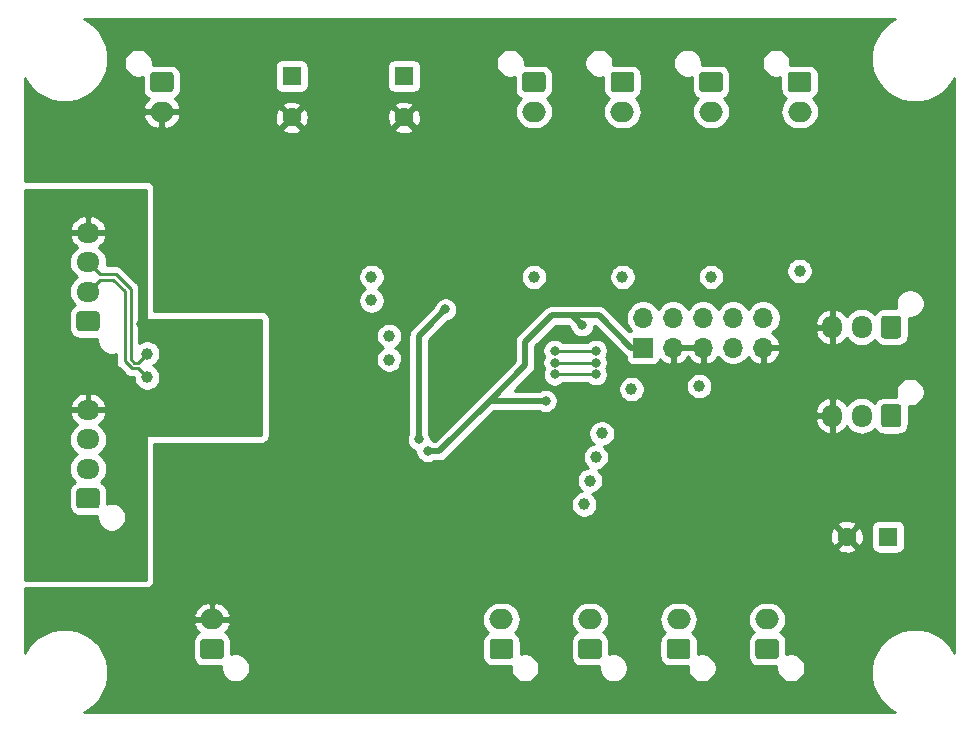
<source format=gbr>
%TF.GenerationSoftware,KiCad,Pcbnew,5.1.10*%
%TF.CreationDate,2021-06-13T22:55:49-04:00*%
%TF.ProjectId,led-controller,6c65642d-636f-46e7-9472-6f6c6c65722e,v1.0*%
%TF.SameCoordinates,Original*%
%TF.FileFunction,Copper,L2,Bot*%
%TF.FilePolarity,Positive*%
%FSLAX46Y46*%
G04 Gerber Fmt 4.6, Leading zero omitted, Abs format (unit mm)*
G04 Created by KiCad (PCBNEW 5.1.10) date 2021-06-13 22:55:49*
%MOMM*%
%LPD*%
G01*
G04 APERTURE LIST*
%TA.AperFunction,ComponentPad*%
%ADD10C,1.600000*%
%TD*%
%TA.AperFunction,ComponentPad*%
%ADD11R,1.600000X1.600000*%
%TD*%
%TA.AperFunction,ComponentPad*%
%ADD12R,1.700000X1.700000*%
%TD*%
%TA.AperFunction,ComponentPad*%
%ADD13O,1.700000X1.700000*%
%TD*%
%TA.AperFunction,ComponentPad*%
%ADD14O,2.000000X1.700000*%
%TD*%
%TA.AperFunction,ComponentPad*%
%ADD15O,1.950000X1.700000*%
%TD*%
%TA.AperFunction,ComponentPad*%
%ADD16O,1.700000X1.950000*%
%TD*%
%TA.AperFunction,ComponentPad*%
%ADD17C,1.000000*%
%TD*%
%TA.AperFunction,ViaPad*%
%ADD18C,0.800000*%
%TD*%
%TA.AperFunction,Conductor*%
%ADD19C,0.500000*%
%TD*%
%TA.AperFunction,Conductor*%
%ADD20C,0.250000*%
%TD*%
%TA.AperFunction,Conductor*%
%ADD21C,0.100000*%
%TD*%
G04 APERTURE END LIST*
D10*
%TO.P,C14,2*%
%TO.N,GND*%
X123250000Y-59000000D03*
D11*
%TO.P,C14,1*%
%TO.N,VCC*%
X123250000Y-55500000D03*
%TD*%
D12*
%TO.P,J1,1*%
%TO.N,+3V3*%
X153000000Y-78500000D03*
D13*
%TO.P,J1,2*%
%TO.N,/SWDIO*%
X153000000Y-75960000D03*
%TO.P,J1,3*%
%TO.N,GND*%
X155540000Y-78500000D03*
%TO.P,J1,4*%
%TO.N,/SWCLK*%
X155540000Y-75960000D03*
%TO.P,J1,5*%
%TO.N,GND*%
X158080000Y-78500000D03*
%TO.P,J1,6*%
%TO.N,/SWO*%
X158080000Y-75960000D03*
%TO.P,J1,7*%
%TO.N,N/C*%
X160620000Y-78500000D03*
%TO.P,J1,8*%
X160620000Y-75960000D03*
%TO.P,J1,9*%
%TO.N,GND*%
X163160000Y-78500000D03*
%TO.P,J1,10*%
%TO.N,/~RESET*%
X163160000Y-75960000D03*
%TD*%
%TO.P,J2,1*%
%TO.N,+5V*%
%TA.AperFunction,ComponentPad*%
G36*
G01*
X117250000Y-104850000D02*
X115750000Y-104850000D01*
G75*
G02*
X115500000Y-104600000I0J250000D01*
G01*
X115500000Y-103400000D01*
G75*
G02*
X115750000Y-103150000I250000J0D01*
G01*
X117250000Y-103150000D01*
G75*
G02*
X117500000Y-103400000I0J-250000D01*
G01*
X117500000Y-104600000D01*
G75*
G02*
X117250000Y-104850000I-250000J0D01*
G01*
G37*
%TD.AperFunction*%
D14*
%TO.P,J2,2*%
%TO.N,GND*%
X116500000Y-101500000D03*
%TD*%
%TO.P,J3,2*%
%TO.N,GND*%
X112250000Y-58500000D03*
%TO.P,J3,1*%
%TO.N,VCC*%
%TA.AperFunction,ComponentPad*%
G36*
G01*
X111500000Y-55150000D02*
X113000000Y-55150000D01*
G75*
G02*
X113250000Y-55400000I0J-250000D01*
G01*
X113250000Y-56600000D01*
G75*
G02*
X113000000Y-56850000I-250000J0D01*
G01*
X111500000Y-56850000D01*
G75*
G02*
X111250000Y-56600000I0J250000D01*
G01*
X111250000Y-55400000D01*
G75*
G02*
X111500000Y-55150000I250000J0D01*
G01*
G37*
%TD.AperFunction*%
%TD*%
%TO.P,J4,1*%
%TO.N,+5V*%
%TA.AperFunction,ComponentPad*%
G36*
G01*
X141750000Y-104850000D02*
X140250000Y-104850000D01*
G75*
G02*
X140000000Y-104600000I0J250000D01*
G01*
X140000000Y-103400000D01*
G75*
G02*
X140250000Y-103150000I250000J0D01*
G01*
X141750000Y-103150000D01*
G75*
G02*
X142000000Y-103400000I0J-250000D01*
G01*
X142000000Y-104600000D01*
G75*
G02*
X141750000Y-104850000I-250000J0D01*
G01*
G37*
%TD.AperFunction*%
%TO.P,J4,2*%
%TO.N,/IN1_5V*%
X141000000Y-101500000D03*
%TD*%
%TO.P,J5,1*%
%TO.N,+5V*%
%TA.AperFunction,ComponentPad*%
G36*
G01*
X149250000Y-104850000D02*
X147750000Y-104850000D01*
G75*
G02*
X147500000Y-104600000I0J250000D01*
G01*
X147500000Y-103400000D01*
G75*
G02*
X147750000Y-103150000I250000J0D01*
G01*
X149250000Y-103150000D01*
G75*
G02*
X149500000Y-103400000I0J-250000D01*
G01*
X149500000Y-104600000D01*
G75*
G02*
X149250000Y-104850000I-250000J0D01*
G01*
G37*
%TD.AperFunction*%
%TO.P,J5,2*%
%TO.N,/IN2_5V*%
X148500000Y-101500000D03*
%TD*%
D15*
%TO.P,J6,4*%
%TO.N,GNDCAN*%
X106000000Y-68750000D03*
%TO.P,J6,3*%
%TO.N,/CAN-*%
X106000000Y-71250000D03*
%TO.P,J6,2*%
%TO.N,/CAN+*%
X106000000Y-73750000D03*
%TO.P,J6,1*%
%TO.N,VCAN*%
%TA.AperFunction,ComponentPad*%
G36*
G01*
X106725000Y-77100000D02*
X105275000Y-77100000D01*
G75*
G02*
X105025000Y-76850000I0J250000D01*
G01*
X105025000Y-75650000D01*
G75*
G02*
X105275000Y-75400000I250000J0D01*
G01*
X106725000Y-75400000D01*
G75*
G02*
X106975000Y-75650000I0J-250000D01*
G01*
X106975000Y-76850000D01*
G75*
G02*
X106725000Y-77100000I-250000J0D01*
G01*
G37*
%TD.AperFunction*%
%TD*%
%TO.P,J7,1*%
%TO.N,VCAN*%
%TA.AperFunction,ComponentPad*%
G36*
G01*
X106725000Y-92100000D02*
X105275000Y-92100000D01*
G75*
G02*
X105025000Y-91850000I0J250000D01*
G01*
X105025000Y-90650000D01*
G75*
G02*
X105275000Y-90400000I250000J0D01*
G01*
X106725000Y-90400000D01*
G75*
G02*
X106975000Y-90650000I0J-250000D01*
G01*
X106975000Y-91850000D01*
G75*
G02*
X106725000Y-92100000I-250000J0D01*
G01*
G37*
%TD.AperFunction*%
%TO.P,J7,2*%
%TO.N,/CAN+*%
X106000000Y-88750000D03*
%TO.P,J7,3*%
%TO.N,/CAN-*%
X106000000Y-86250000D03*
%TO.P,J7,4*%
%TO.N,GNDCAN*%
X106000000Y-83750000D03*
%TD*%
D16*
%TO.P,J8,3*%
%TO.N,GND*%
X169000000Y-76750000D03*
%TO.P,J8,2*%
%TO.N,Net-(J8-Pad2)*%
X171500000Y-76750000D03*
%TO.P,J8,1*%
%TO.N,+5V*%
%TA.AperFunction,ComponentPad*%
G36*
G01*
X174850000Y-76025000D02*
X174850000Y-77475000D01*
G75*
G02*
X174600000Y-77725000I-250000J0D01*
G01*
X173400000Y-77725000D01*
G75*
G02*
X173150000Y-77475000I0J250000D01*
G01*
X173150000Y-76025000D01*
G75*
G02*
X173400000Y-75775000I250000J0D01*
G01*
X174600000Y-75775000D01*
G75*
G02*
X174850000Y-76025000I0J-250000D01*
G01*
G37*
%TD.AperFunction*%
%TD*%
%TO.P,J9,1*%
%TO.N,+5V*%
%TA.AperFunction,ComponentPad*%
G36*
G01*
X174850000Y-83525000D02*
X174850000Y-84975000D01*
G75*
G02*
X174600000Y-85225000I-250000J0D01*
G01*
X173400000Y-85225000D01*
G75*
G02*
X173150000Y-84975000I0J250000D01*
G01*
X173150000Y-83525000D01*
G75*
G02*
X173400000Y-83275000I250000J0D01*
G01*
X174600000Y-83275000D01*
G75*
G02*
X174850000Y-83525000I0J-250000D01*
G01*
G37*
%TD.AperFunction*%
%TO.P,J9,2*%
%TO.N,Net-(J9-Pad2)*%
X171500000Y-84250000D03*
%TO.P,J9,3*%
%TO.N,GND*%
X169000000Y-84250000D03*
%TD*%
D14*
%TO.P,J10,2*%
%TO.N,/IN3_5V*%
X156000000Y-101500000D03*
%TO.P,J10,1*%
%TO.N,+5V*%
%TA.AperFunction,ComponentPad*%
G36*
G01*
X156750000Y-104850000D02*
X155250000Y-104850000D01*
G75*
G02*
X155000000Y-104600000I0J250000D01*
G01*
X155000000Y-103400000D01*
G75*
G02*
X155250000Y-103150000I250000J0D01*
G01*
X156750000Y-103150000D01*
G75*
G02*
X157000000Y-103400000I0J-250000D01*
G01*
X157000000Y-104600000D01*
G75*
G02*
X156750000Y-104850000I-250000J0D01*
G01*
G37*
%TD.AperFunction*%
%TD*%
%TO.P,J11,2*%
%TO.N,/IN4_5V*%
X163500000Y-101500000D03*
%TO.P,J11,1*%
%TO.N,+5V*%
%TA.AperFunction,ComponentPad*%
G36*
G01*
X164250000Y-104850000D02*
X162750000Y-104850000D01*
G75*
G02*
X162500000Y-104600000I0J250000D01*
G01*
X162500000Y-103400000D01*
G75*
G02*
X162750000Y-103150000I250000J0D01*
G01*
X164250000Y-103150000D01*
G75*
G02*
X164500000Y-103400000I0J-250000D01*
G01*
X164500000Y-104600000D01*
G75*
G02*
X164250000Y-104850000I-250000J0D01*
G01*
G37*
%TD.AperFunction*%
%TD*%
%TO.P,J12,1*%
%TO.N,VCC*%
%TA.AperFunction,ComponentPad*%
G36*
G01*
X165500000Y-55150000D02*
X167000000Y-55150000D01*
G75*
G02*
X167250000Y-55400000I0J-250000D01*
G01*
X167250000Y-56600000D01*
G75*
G02*
X167000000Y-56850000I-250000J0D01*
G01*
X165500000Y-56850000D01*
G75*
G02*
X165250000Y-56600000I0J250000D01*
G01*
X165250000Y-55400000D01*
G75*
G02*
X165500000Y-55150000I250000J0D01*
G01*
G37*
%TD.AperFunction*%
%TO.P,J12,2*%
%TO.N,Net-(F1-Pad2)*%
X166250000Y-58500000D03*
%TD*%
%TO.P,J13,2*%
%TO.N,Net-(F2-Pad2)*%
X158750000Y-58500000D03*
%TO.P,J13,1*%
%TO.N,VCC*%
%TA.AperFunction,ComponentPad*%
G36*
G01*
X158000000Y-55150000D02*
X159500000Y-55150000D01*
G75*
G02*
X159750000Y-55400000I0J-250000D01*
G01*
X159750000Y-56600000D01*
G75*
G02*
X159500000Y-56850000I-250000J0D01*
G01*
X158000000Y-56850000D01*
G75*
G02*
X157750000Y-56600000I0J250000D01*
G01*
X157750000Y-55400000D01*
G75*
G02*
X158000000Y-55150000I250000J0D01*
G01*
G37*
%TD.AperFunction*%
%TD*%
%TO.P,J14,1*%
%TO.N,VCC*%
%TA.AperFunction,ComponentPad*%
G36*
G01*
X150500000Y-55150000D02*
X152000000Y-55150000D01*
G75*
G02*
X152250000Y-55400000I0J-250000D01*
G01*
X152250000Y-56600000D01*
G75*
G02*
X152000000Y-56850000I-250000J0D01*
G01*
X150500000Y-56850000D01*
G75*
G02*
X150250000Y-56600000I0J250000D01*
G01*
X150250000Y-55400000D01*
G75*
G02*
X150500000Y-55150000I250000J0D01*
G01*
G37*
%TD.AperFunction*%
%TO.P,J14,2*%
%TO.N,Net-(F3-Pad2)*%
X151250000Y-58500000D03*
%TD*%
%TO.P,J15,2*%
%TO.N,Net-(F4-Pad2)*%
X143750000Y-58500000D03*
%TO.P,J15,1*%
%TO.N,VCC*%
%TA.AperFunction,ComponentPad*%
G36*
G01*
X143000000Y-55150000D02*
X144500000Y-55150000D01*
G75*
G02*
X144750000Y-55400000I0J-250000D01*
G01*
X144750000Y-56600000D01*
G75*
G02*
X144500000Y-56850000I-250000J0D01*
G01*
X143000000Y-56850000D01*
G75*
G02*
X142750000Y-56600000I0J250000D01*
G01*
X142750000Y-55400000D01*
G75*
G02*
X143000000Y-55150000I250000J0D01*
G01*
G37*
%TD.AperFunction*%
%TD*%
D17*
%TO.P,TP11,1*%
%TO.N,/CAN_TX*%
X130000000Y-74500000D03*
%TD*%
%TO.P,TP10,1*%
%TO.N,/CAN_RX*%
X130000000Y-72500000D03*
%TD*%
%TO.P,TP16,1*%
%TO.N,/CAN+*%
X111000000Y-81000000D03*
%TD*%
%TO.P,TP17,1*%
%TO.N,/CAN-*%
X111000000Y-79000000D03*
%TD*%
D11*
%TO.P,C13,1*%
%TO.N,+5V*%
X173750000Y-94500000D03*
D10*
%TO.P,C13,2*%
%TO.N,GND*%
X170250000Y-94500000D03*
%TD*%
D17*
%TO.P,TP1,1*%
%TO.N,/UART_TXO*%
X131500000Y-77500000D03*
%TD*%
%TO.P,TP2,1*%
%TO.N,/UART_RXI*%
X131500000Y-79500000D03*
%TD*%
%TO.P,TP4,1*%
%TO.N,/OUT1*%
X166250000Y-72000000D03*
%TD*%
%TO.P,TP5,1*%
%TO.N,/OUT2*%
X158750000Y-72500000D03*
%TD*%
%TO.P,TP6,1*%
%TO.N,/OUT3*%
X151250000Y-72500000D03*
%TD*%
%TO.P,TP7,1*%
%TO.N,/OUT4*%
X143750000Y-72500000D03*
%TD*%
%TO.P,TP8,1*%
%TO.N,/RGB1*%
X152000000Y-82000000D03*
%TD*%
%TO.P,TP9,1*%
%TO.N,/RGB2*%
X157750000Y-81750000D03*
%TD*%
%TO.P,TP12,1*%
%TO.N,/IN1*%
X148000000Y-91750000D03*
%TD*%
%TO.P,TP13,1*%
%TO.N,/IN2*%
X148500000Y-89750000D03*
%TD*%
%TO.P,TP14,1*%
%TO.N,/IN3*%
X149000000Y-87750000D03*
%TD*%
%TO.P,TP15,1*%
%TO.N,/IN4*%
X149500000Y-85750000D03*
%TD*%
D11*
%TO.P,C15,1*%
%TO.N,VCC*%
X132750000Y-55500000D03*
D10*
%TO.P,C15,2*%
%TO.N,GND*%
X132750000Y-59000000D03*
%TD*%
D18*
%TO.N,+3V3*%
X134750000Y-87250000D03*
X147837500Y-76587500D03*
X144750000Y-83000000D03*
X136250000Y-75250000D03*
X134000000Y-86250000D03*
%TO.N,GND*%
X112000000Y-98000000D03*
X112000000Y-87000000D03*
X121750000Y-87000000D03*
X107500000Y-100500000D03*
X109000000Y-100500000D03*
X110500000Y-100500000D03*
X108250000Y-101250000D03*
X109750000Y-101250000D03*
X101000000Y-64000000D03*
X119250000Y-92750000D03*
X117750000Y-94000000D03*
X123000000Y-90000000D03*
X120500000Y-91250000D03*
X124250000Y-88250000D03*
X120500000Y-92750000D03*
X122000000Y-91250000D03*
X143750000Y-97000000D03*
X151250000Y-97000000D03*
X158750000Y-97000000D03*
X166250000Y-97000000D03*
X162500000Y-93250000D03*
X153750000Y-93000000D03*
X150500000Y-84500000D03*
X140000000Y-92000000D03*
X144000000Y-92000000D03*
X131250000Y-85250000D03*
X131250000Y-82750000D03*
X172100000Y-69500000D03*
X173400000Y-69500000D03*
X174600000Y-69500000D03*
X175900000Y-69500000D03*
X177000000Y-67800000D03*
X171000000Y-67800000D03*
X133500000Y-74500000D03*
X169250000Y-70500000D03*
X168250000Y-71500000D03*
X154750000Y-87000000D03*
X138000000Y-73500000D03*
X150750000Y-75750000D03*
X149000000Y-77250000D03*
X161250000Y-82250000D03*
X145500000Y-84250000D03*
X143250000Y-85000000D03*
X138250000Y-77000000D03*
X147750000Y-72000000D03*
X140250000Y-72000000D03*
X155250000Y-72000000D03*
X162750000Y-72000000D03*
X169250000Y-71500000D03*
X161250000Y-71500000D03*
X160250000Y-71500000D03*
X160750000Y-72250000D03*
X152750000Y-71500000D03*
X153750000Y-71500000D03*
X153250000Y-72250000D03*
X145250000Y-71500000D03*
X146750000Y-71250000D03*
X146000000Y-72000000D03*
X124500000Y-91750000D03*
X123750000Y-93000000D03*
X131000000Y-87250000D03*
X126300000Y-76900000D03*
X128500000Y-85000000D03*
X137500000Y-83750000D03*
X145750000Y-77500000D03*
X101000000Y-58000000D03*
X179000000Y-58000000D03*
X179000000Y-72000000D03*
X128500000Y-88000000D03*
X138750000Y-71000000D03*
X147250000Y-58000000D03*
X154750000Y-58000000D03*
X162250000Y-58000000D03*
X168250000Y-58000000D03*
X167000000Y-64000000D03*
X160500000Y-64000000D03*
X153250000Y-64000000D03*
X145750000Y-64000000D03*
X141750000Y-58000000D03*
X173500000Y-65750000D03*
X164500000Y-86000000D03*
X172000000Y-80250000D03*
X172000000Y-87250000D03*
X112000000Y-75000000D03*
X112000000Y-64000000D03*
X121750000Y-75000000D03*
X149250000Y-94000000D03*
X141750000Y-94500000D03*
X138250000Y-102000000D03*
X144750000Y-102000000D03*
X152500000Y-102000000D03*
X159750000Y-102000000D03*
X165250000Y-100500000D03*
X148000000Y-86500000D03*
X144000000Y-80750000D03*
X137750000Y-80750000D03*
X139750000Y-85000000D03*
X132750000Y-80000000D03*
X133000000Y-77000000D03*
X142750000Y-73500000D03*
X135250000Y-85750000D03*
X136750000Y-88000000D03*
X162000000Y-88500000D03*
X124250000Y-83750000D03*
%TO.N,GNDCAN*%
X120250000Y-76500000D03*
X120250000Y-85500000D03*
X110500000Y-65500000D03*
X118500000Y-84250000D03*
X114000000Y-78000000D03*
X117500000Y-78000000D03*
X101000000Y-65500000D03*
X101000000Y-97750000D03*
X101000000Y-81000000D03*
X110500000Y-96500000D03*
X107500000Y-96500000D03*
X104250000Y-97750000D03*
X110500000Y-85500000D03*
X108250000Y-95750000D03*
X109750000Y-95750000D03*
X109000000Y-96500000D03*
X110500000Y-76500000D03*
%TO.N,/SWCLK*%
X145500000Y-78750000D03*
X148999970Y-78750000D03*
%TO.N,/SWO*%
X149000000Y-79750000D03*
X145500000Y-79750000D03*
%TO.N,/~RESET*%
X145512653Y-80762653D03*
X149000000Y-80750000D03*
%TD*%
D19*
%TO.N,+3V3*%
X153000000Y-78500000D02*
X152000000Y-78500000D01*
X152000000Y-78500000D02*
X149250000Y-75750000D01*
X147837500Y-76587500D02*
X147000000Y-75750000D01*
X147000000Y-75750000D02*
X146750000Y-75750000D01*
X149250000Y-75750000D02*
X146750000Y-75750000D01*
X146750000Y-75750000D02*
X145250000Y-75750000D01*
X136250000Y-75250000D02*
X134750000Y-76750000D01*
X134000000Y-77500000D02*
X134750000Y-76750000D01*
X134000000Y-86250000D02*
X134000000Y-80000000D01*
X140000000Y-83000000D02*
X143000000Y-80000000D01*
X140000000Y-83000000D02*
X135750000Y-87250000D01*
X135750000Y-87250000D02*
X134750000Y-87250000D01*
X145250000Y-75750000D02*
X143000000Y-78000000D01*
X143000000Y-78000000D02*
X143000000Y-80000000D01*
X142000000Y-83000000D02*
X140000000Y-83000000D01*
X144750000Y-83000000D02*
X142000000Y-83000000D01*
X134000000Y-80000000D02*
X134000000Y-77500000D01*
D20*
%TO.N,/SWCLK*%
X145500000Y-78750000D02*
X148750000Y-78750000D01*
X148750000Y-78750000D02*
X148999970Y-78750000D01*
%TO.N,/SWO*%
X149000000Y-79750000D02*
X145500000Y-79750000D01*
%TO.N,/~RESET*%
X148987347Y-80762653D02*
X149000000Y-80750000D01*
X145512653Y-80762653D02*
X148987347Y-80762653D01*
%TO.N,/CAN-*%
X108353554Y-72250000D02*
X107000000Y-72250000D01*
X109600000Y-79450000D02*
X109600000Y-73496446D01*
X107000000Y-72250000D02*
X106000000Y-71250000D01*
X109900000Y-79750000D02*
X109600000Y-79450000D01*
X109600000Y-73496446D02*
X108353554Y-72250000D01*
X110250000Y-79750000D02*
X109900000Y-79750000D01*
X111000000Y-79000000D02*
X110250000Y-79750000D01*
%TO.N,/CAN+*%
X107000000Y-72750000D02*
X106000000Y-73750000D01*
X109100000Y-73703554D02*
X108146446Y-72750000D01*
X109100000Y-79650000D02*
X109100000Y-73703554D01*
X108146446Y-72750000D02*
X107000000Y-72750000D01*
X109700000Y-80250000D02*
X109100000Y-79650000D01*
X110250000Y-80250000D02*
X109700000Y-80250000D01*
X111000000Y-81000000D02*
X110250000Y-80250000D01*
%TD*%
%TO.N,GNDCAN*%
X110875000Y-76000000D02*
X110877402Y-76024386D01*
X110884515Y-76047835D01*
X110896066Y-76069446D01*
X110911612Y-76088388D01*
X110930554Y-76103934D01*
X110952165Y-76115485D01*
X110975614Y-76122598D01*
X111000000Y-76125000D01*
X120625000Y-76125000D01*
X120625000Y-85875000D01*
X111000000Y-85875000D01*
X110975614Y-85877402D01*
X110952165Y-85884515D01*
X110930554Y-85896066D01*
X110911612Y-85911612D01*
X110896066Y-85930554D01*
X110884515Y-85952165D01*
X110877402Y-85975614D01*
X110875000Y-86000000D01*
X110875000Y-98125000D01*
X100650000Y-98125000D01*
X100650000Y-86250000D01*
X104392864Y-86250000D01*
X104421343Y-86539150D01*
X104505685Y-86817189D01*
X104642649Y-87073431D01*
X104826972Y-87298028D01*
X105051569Y-87482351D01*
X105084588Y-87500000D01*
X105051569Y-87517649D01*
X104826972Y-87701972D01*
X104642649Y-87926569D01*
X104505685Y-88182811D01*
X104421343Y-88460850D01*
X104392864Y-88750000D01*
X104421343Y-89039150D01*
X104505685Y-89317189D01*
X104642649Y-89573431D01*
X104826972Y-89798028D01*
X104901250Y-89858987D01*
X104787196Y-89919950D01*
X104654143Y-90029143D01*
X104544950Y-90162196D01*
X104463812Y-90313995D01*
X104413847Y-90478706D01*
X104396976Y-90650000D01*
X104396976Y-91850000D01*
X104413847Y-92021294D01*
X104463812Y-92186005D01*
X104544950Y-92337804D01*
X104654143Y-92470857D01*
X104787196Y-92580050D01*
X104938995Y-92661188D01*
X105103706Y-92711153D01*
X105275000Y-92728024D01*
X106725000Y-92728024D01*
X106776268Y-92722975D01*
X106775000Y-92729348D01*
X106775000Y-92970652D01*
X106822076Y-93207319D01*
X106914419Y-93430255D01*
X107048481Y-93630892D01*
X107219108Y-93801519D01*
X107419745Y-93935581D01*
X107642681Y-94027924D01*
X107879348Y-94075000D01*
X108120652Y-94075000D01*
X108357319Y-94027924D01*
X108580255Y-93935581D01*
X108780892Y-93801519D01*
X108951519Y-93630892D01*
X109085581Y-93430255D01*
X109177924Y-93207319D01*
X109225000Y-92970652D01*
X109225000Y-92729348D01*
X109177924Y-92492681D01*
X109085581Y-92269745D01*
X108951519Y-92069108D01*
X108780892Y-91898481D01*
X108580255Y-91764419D01*
X108357319Y-91672076D01*
X108120652Y-91625000D01*
X107879348Y-91625000D01*
X107642681Y-91672076D01*
X107603024Y-91688502D01*
X107603024Y-90650000D01*
X107586153Y-90478706D01*
X107536188Y-90313995D01*
X107455050Y-90162196D01*
X107345857Y-90029143D01*
X107212804Y-89919950D01*
X107098750Y-89858987D01*
X107173028Y-89798028D01*
X107357351Y-89573431D01*
X107494315Y-89317189D01*
X107578657Y-89039150D01*
X107607136Y-88750000D01*
X107578657Y-88460850D01*
X107494315Y-88182811D01*
X107357351Y-87926569D01*
X107173028Y-87701972D01*
X106948431Y-87517649D01*
X106915412Y-87500000D01*
X106948431Y-87482351D01*
X107173028Y-87298028D01*
X107357351Y-87073431D01*
X107494315Y-86817189D01*
X107578657Y-86539150D01*
X107607136Y-86250000D01*
X107578657Y-85960850D01*
X107494315Y-85682811D01*
X107357351Y-85426569D01*
X107173028Y-85201972D01*
X106948431Y-85017649D01*
X106909769Y-84996984D01*
X107126232Y-84833125D01*
X107318301Y-84616982D01*
X107464512Y-84367522D01*
X107557045Y-84103372D01*
X107437812Y-83875000D01*
X106125000Y-83875000D01*
X106125000Y-83895000D01*
X105875000Y-83895000D01*
X105875000Y-83875000D01*
X104562188Y-83875000D01*
X104442955Y-84103372D01*
X104535488Y-84367522D01*
X104681699Y-84616982D01*
X104873768Y-84833125D01*
X105090231Y-84996984D01*
X105051569Y-85017649D01*
X104826972Y-85201972D01*
X104642649Y-85426569D01*
X104505685Y-85682811D01*
X104421343Y-85960850D01*
X104392864Y-86250000D01*
X100650000Y-86250000D01*
X100650000Y-83396628D01*
X104442955Y-83396628D01*
X104562188Y-83625000D01*
X105875000Y-83625000D01*
X105875000Y-82431250D01*
X106125000Y-82431250D01*
X106125000Y-83625000D01*
X107437812Y-83625000D01*
X107557045Y-83396628D01*
X107464512Y-83132478D01*
X107318301Y-82883018D01*
X107126232Y-82666875D01*
X106895686Y-82492356D01*
X106635523Y-82366168D01*
X106355741Y-82293160D01*
X106125000Y-82431250D01*
X105875000Y-82431250D01*
X105644259Y-82293160D01*
X105364477Y-82366168D01*
X105104314Y-82492356D01*
X104873768Y-82666875D01*
X104681699Y-82883018D01*
X104535488Y-83132478D01*
X104442955Y-83396628D01*
X100650000Y-83396628D01*
X100650000Y-71250000D01*
X104392864Y-71250000D01*
X104421343Y-71539150D01*
X104505685Y-71817189D01*
X104642649Y-72073431D01*
X104826972Y-72298028D01*
X105051569Y-72482351D01*
X105084588Y-72500000D01*
X105051569Y-72517649D01*
X104826972Y-72701972D01*
X104642649Y-72926569D01*
X104505685Y-73182811D01*
X104421343Y-73460850D01*
X104392864Y-73750000D01*
X104421343Y-74039150D01*
X104505685Y-74317189D01*
X104642649Y-74573431D01*
X104826972Y-74798028D01*
X104901250Y-74858987D01*
X104787196Y-74919950D01*
X104654143Y-75029143D01*
X104544950Y-75162196D01*
X104463812Y-75313995D01*
X104413847Y-75478706D01*
X104396976Y-75650000D01*
X104396976Y-76850000D01*
X104413847Y-77021294D01*
X104463812Y-77186005D01*
X104544950Y-77337804D01*
X104654143Y-77470857D01*
X104787196Y-77580050D01*
X104938995Y-77661188D01*
X105103706Y-77711153D01*
X105275000Y-77728024D01*
X106725000Y-77728024D01*
X106776268Y-77722975D01*
X106775000Y-77729348D01*
X106775000Y-77970652D01*
X106822076Y-78207319D01*
X106914419Y-78430255D01*
X107048481Y-78630892D01*
X107219108Y-78801519D01*
X107419745Y-78935581D01*
X107642681Y-79027924D01*
X107879348Y-79075000D01*
X108120652Y-79075000D01*
X108350000Y-79029380D01*
X108350000Y-79613173D01*
X108346373Y-79650000D01*
X108350000Y-79686827D01*
X108350000Y-79686834D01*
X108360853Y-79797025D01*
X108403739Y-79938400D01*
X108473381Y-80068692D01*
X108567105Y-80182895D01*
X108595719Y-80206378D01*
X109143626Y-80754285D01*
X109167105Y-80782895D01*
X109281307Y-80876619D01*
X109411599Y-80946261D01*
X109552974Y-80989147D01*
X109663165Y-81000000D01*
X109663172Y-81000000D01*
X109699999Y-81003627D01*
X109736827Y-81000000D01*
X109875000Y-81000000D01*
X109875000Y-81110803D01*
X109918233Y-81328150D01*
X110003038Y-81532887D01*
X110126156Y-81717145D01*
X110282855Y-81873844D01*
X110467113Y-81996962D01*
X110671850Y-82081767D01*
X110889197Y-82125000D01*
X111110803Y-82125000D01*
X111328150Y-82081767D01*
X111532887Y-81996962D01*
X111717145Y-81873844D01*
X111873844Y-81717145D01*
X111996962Y-81532887D01*
X112081767Y-81328150D01*
X112125000Y-81110803D01*
X112125000Y-80889197D01*
X112081767Y-80671850D01*
X111996962Y-80467113D01*
X111873844Y-80282855D01*
X111717145Y-80126156D01*
X111532887Y-80003038D01*
X111525553Y-80000000D01*
X111532887Y-79996962D01*
X111717145Y-79873844D01*
X111873844Y-79717145D01*
X111996962Y-79532887D01*
X112081767Y-79328150D01*
X112125000Y-79110803D01*
X112125000Y-78889197D01*
X112081767Y-78671850D01*
X111996962Y-78467113D01*
X111873844Y-78282855D01*
X111717145Y-78126156D01*
X111532887Y-78003038D01*
X111328150Y-77918233D01*
X111110803Y-77875000D01*
X110889197Y-77875000D01*
X110671850Y-77918233D01*
X110467113Y-78003038D01*
X110350000Y-78081291D01*
X110350000Y-73533273D01*
X110353627Y-73496446D01*
X110350000Y-73459618D01*
X110350000Y-73459611D01*
X110339147Y-73349420D01*
X110296261Y-73208045D01*
X110226619Y-73077753D01*
X110225948Y-73076935D01*
X110156376Y-72992162D01*
X110156374Y-72992160D01*
X110132895Y-72963551D01*
X110104286Y-72940072D01*
X108909932Y-71745719D01*
X108886449Y-71717105D01*
X108772247Y-71623381D01*
X108641955Y-71553739D01*
X108500580Y-71510853D01*
X108390389Y-71500000D01*
X108390381Y-71500000D01*
X108353554Y-71496373D01*
X108316727Y-71500000D01*
X107582513Y-71500000D01*
X107607136Y-71250000D01*
X107578657Y-70960850D01*
X107494315Y-70682811D01*
X107357351Y-70426569D01*
X107173028Y-70201972D01*
X106948431Y-70017649D01*
X106909769Y-69996984D01*
X107126232Y-69833125D01*
X107318301Y-69616982D01*
X107464512Y-69367522D01*
X107557045Y-69103372D01*
X107437812Y-68875000D01*
X106125000Y-68875000D01*
X106125000Y-68895000D01*
X105875000Y-68895000D01*
X105875000Y-68875000D01*
X104562188Y-68875000D01*
X104442955Y-69103372D01*
X104535488Y-69367522D01*
X104681699Y-69616982D01*
X104873768Y-69833125D01*
X105090231Y-69996984D01*
X105051569Y-70017649D01*
X104826972Y-70201972D01*
X104642649Y-70426569D01*
X104505685Y-70682811D01*
X104421343Y-70960850D01*
X104392864Y-71250000D01*
X100650000Y-71250000D01*
X100650000Y-68396628D01*
X104442955Y-68396628D01*
X104562188Y-68625000D01*
X105875000Y-68625000D01*
X105875000Y-67431250D01*
X106125000Y-67431250D01*
X106125000Y-68625000D01*
X107437812Y-68625000D01*
X107557045Y-68396628D01*
X107464512Y-68132478D01*
X107318301Y-67883018D01*
X107126232Y-67666875D01*
X106895686Y-67492356D01*
X106635523Y-67366168D01*
X106355741Y-67293160D01*
X106125000Y-67431250D01*
X105875000Y-67431250D01*
X105644259Y-67293160D01*
X105364477Y-67366168D01*
X105104314Y-67492356D01*
X104873768Y-67666875D01*
X104681699Y-67883018D01*
X104535488Y-68132478D01*
X104442955Y-68396628D01*
X100650000Y-68396628D01*
X100650000Y-65125000D01*
X110875000Y-65125000D01*
X110875000Y-76000000D01*
%TA.AperFunction,Conductor*%
D21*
G36*
X110875000Y-76000000D02*
G01*
X110877402Y-76024386D01*
X110884515Y-76047835D01*
X110896066Y-76069446D01*
X110911612Y-76088388D01*
X110930554Y-76103934D01*
X110952165Y-76115485D01*
X110975614Y-76122598D01*
X111000000Y-76125000D01*
X120625000Y-76125000D01*
X120625000Y-85875000D01*
X111000000Y-85875000D01*
X110975614Y-85877402D01*
X110952165Y-85884515D01*
X110930554Y-85896066D01*
X110911612Y-85911612D01*
X110896066Y-85930554D01*
X110884515Y-85952165D01*
X110877402Y-85975614D01*
X110875000Y-86000000D01*
X110875000Y-98125000D01*
X100650000Y-98125000D01*
X100650000Y-86250000D01*
X104392864Y-86250000D01*
X104421343Y-86539150D01*
X104505685Y-86817189D01*
X104642649Y-87073431D01*
X104826972Y-87298028D01*
X105051569Y-87482351D01*
X105084588Y-87500000D01*
X105051569Y-87517649D01*
X104826972Y-87701972D01*
X104642649Y-87926569D01*
X104505685Y-88182811D01*
X104421343Y-88460850D01*
X104392864Y-88750000D01*
X104421343Y-89039150D01*
X104505685Y-89317189D01*
X104642649Y-89573431D01*
X104826972Y-89798028D01*
X104901250Y-89858987D01*
X104787196Y-89919950D01*
X104654143Y-90029143D01*
X104544950Y-90162196D01*
X104463812Y-90313995D01*
X104413847Y-90478706D01*
X104396976Y-90650000D01*
X104396976Y-91850000D01*
X104413847Y-92021294D01*
X104463812Y-92186005D01*
X104544950Y-92337804D01*
X104654143Y-92470857D01*
X104787196Y-92580050D01*
X104938995Y-92661188D01*
X105103706Y-92711153D01*
X105275000Y-92728024D01*
X106725000Y-92728024D01*
X106776268Y-92722975D01*
X106775000Y-92729348D01*
X106775000Y-92970652D01*
X106822076Y-93207319D01*
X106914419Y-93430255D01*
X107048481Y-93630892D01*
X107219108Y-93801519D01*
X107419745Y-93935581D01*
X107642681Y-94027924D01*
X107879348Y-94075000D01*
X108120652Y-94075000D01*
X108357319Y-94027924D01*
X108580255Y-93935581D01*
X108780892Y-93801519D01*
X108951519Y-93630892D01*
X109085581Y-93430255D01*
X109177924Y-93207319D01*
X109225000Y-92970652D01*
X109225000Y-92729348D01*
X109177924Y-92492681D01*
X109085581Y-92269745D01*
X108951519Y-92069108D01*
X108780892Y-91898481D01*
X108580255Y-91764419D01*
X108357319Y-91672076D01*
X108120652Y-91625000D01*
X107879348Y-91625000D01*
X107642681Y-91672076D01*
X107603024Y-91688502D01*
X107603024Y-90650000D01*
X107586153Y-90478706D01*
X107536188Y-90313995D01*
X107455050Y-90162196D01*
X107345857Y-90029143D01*
X107212804Y-89919950D01*
X107098750Y-89858987D01*
X107173028Y-89798028D01*
X107357351Y-89573431D01*
X107494315Y-89317189D01*
X107578657Y-89039150D01*
X107607136Y-88750000D01*
X107578657Y-88460850D01*
X107494315Y-88182811D01*
X107357351Y-87926569D01*
X107173028Y-87701972D01*
X106948431Y-87517649D01*
X106915412Y-87500000D01*
X106948431Y-87482351D01*
X107173028Y-87298028D01*
X107357351Y-87073431D01*
X107494315Y-86817189D01*
X107578657Y-86539150D01*
X107607136Y-86250000D01*
X107578657Y-85960850D01*
X107494315Y-85682811D01*
X107357351Y-85426569D01*
X107173028Y-85201972D01*
X106948431Y-85017649D01*
X106909769Y-84996984D01*
X107126232Y-84833125D01*
X107318301Y-84616982D01*
X107464512Y-84367522D01*
X107557045Y-84103372D01*
X107437812Y-83875000D01*
X106125000Y-83875000D01*
X106125000Y-83895000D01*
X105875000Y-83895000D01*
X105875000Y-83875000D01*
X104562188Y-83875000D01*
X104442955Y-84103372D01*
X104535488Y-84367522D01*
X104681699Y-84616982D01*
X104873768Y-84833125D01*
X105090231Y-84996984D01*
X105051569Y-85017649D01*
X104826972Y-85201972D01*
X104642649Y-85426569D01*
X104505685Y-85682811D01*
X104421343Y-85960850D01*
X104392864Y-86250000D01*
X100650000Y-86250000D01*
X100650000Y-83396628D01*
X104442955Y-83396628D01*
X104562188Y-83625000D01*
X105875000Y-83625000D01*
X105875000Y-82431250D01*
X106125000Y-82431250D01*
X106125000Y-83625000D01*
X107437812Y-83625000D01*
X107557045Y-83396628D01*
X107464512Y-83132478D01*
X107318301Y-82883018D01*
X107126232Y-82666875D01*
X106895686Y-82492356D01*
X106635523Y-82366168D01*
X106355741Y-82293160D01*
X106125000Y-82431250D01*
X105875000Y-82431250D01*
X105644259Y-82293160D01*
X105364477Y-82366168D01*
X105104314Y-82492356D01*
X104873768Y-82666875D01*
X104681699Y-82883018D01*
X104535488Y-83132478D01*
X104442955Y-83396628D01*
X100650000Y-83396628D01*
X100650000Y-71250000D01*
X104392864Y-71250000D01*
X104421343Y-71539150D01*
X104505685Y-71817189D01*
X104642649Y-72073431D01*
X104826972Y-72298028D01*
X105051569Y-72482351D01*
X105084588Y-72500000D01*
X105051569Y-72517649D01*
X104826972Y-72701972D01*
X104642649Y-72926569D01*
X104505685Y-73182811D01*
X104421343Y-73460850D01*
X104392864Y-73750000D01*
X104421343Y-74039150D01*
X104505685Y-74317189D01*
X104642649Y-74573431D01*
X104826972Y-74798028D01*
X104901250Y-74858987D01*
X104787196Y-74919950D01*
X104654143Y-75029143D01*
X104544950Y-75162196D01*
X104463812Y-75313995D01*
X104413847Y-75478706D01*
X104396976Y-75650000D01*
X104396976Y-76850000D01*
X104413847Y-77021294D01*
X104463812Y-77186005D01*
X104544950Y-77337804D01*
X104654143Y-77470857D01*
X104787196Y-77580050D01*
X104938995Y-77661188D01*
X105103706Y-77711153D01*
X105275000Y-77728024D01*
X106725000Y-77728024D01*
X106776268Y-77722975D01*
X106775000Y-77729348D01*
X106775000Y-77970652D01*
X106822076Y-78207319D01*
X106914419Y-78430255D01*
X107048481Y-78630892D01*
X107219108Y-78801519D01*
X107419745Y-78935581D01*
X107642681Y-79027924D01*
X107879348Y-79075000D01*
X108120652Y-79075000D01*
X108350000Y-79029380D01*
X108350000Y-79613173D01*
X108346373Y-79650000D01*
X108350000Y-79686827D01*
X108350000Y-79686834D01*
X108360853Y-79797025D01*
X108403739Y-79938400D01*
X108473381Y-80068692D01*
X108567105Y-80182895D01*
X108595719Y-80206378D01*
X109143626Y-80754285D01*
X109167105Y-80782895D01*
X109281307Y-80876619D01*
X109411599Y-80946261D01*
X109552974Y-80989147D01*
X109663165Y-81000000D01*
X109663172Y-81000000D01*
X109699999Y-81003627D01*
X109736827Y-81000000D01*
X109875000Y-81000000D01*
X109875000Y-81110803D01*
X109918233Y-81328150D01*
X110003038Y-81532887D01*
X110126156Y-81717145D01*
X110282855Y-81873844D01*
X110467113Y-81996962D01*
X110671850Y-82081767D01*
X110889197Y-82125000D01*
X111110803Y-82125000D01*
X111328150Y-82081767D01*
X111532887Y-81996962D01*
X111717145Y-81873844D01*
X111873844Y-81717145D01*
X111996962Y-81532887D01*
X112081767Y-81328150D01*
X112125000Y-81110803D01*
X112125000Y-80889197D01*
X112081767Y-80671850D01*
X111996962Y-80467113D01*
X111873844Y-80282855D01*
X111717145Y-80126156D01*
X111532887Y-80003038D01*
X111525553Y-80000000D01*
X111532887Y-79996962D01*
X111717145Y-79873844D01*
X111873844Y-79717145D01*
X111996962Y-79532887D01*
X112081767Y-79328150D01*
X112125000Y-79110803D01*
X112125000Y-78889197D01*
X112081767Y-78671850D01*
X111996962Y-78467113D01*
X111873844Y-78282855D01*
X111717145Y-78126156D01*
X111532887Y-78003038D01*
X111328150Y-77918233D01*
X111110803Y-77875000D01*
X110889197Y-77875000D01*
X110671850Y-77918233D01*
X110467113Y-78003038D01*
X110350000Y-78081291D01*
X110350000Y-73533273D01*
X110353627Y-73496446D01*
X110350000Y-73459618D01*
X110350000Y-73459611D01*
X110339147Y-73349420D01*
X110296261Y-73208045D01*
X110226619Y-73077753D01*
X110225948Y-73076935D01*
X110156376Y-72992162D01*
X110156374Y-72992160D01*
X110132895Y-72963551D01*
X110104286Y-72940072D01*
X108909932Y-71745719D01*
X108886449Y-71717105D01*
X108772247Y-71623381D01*
X108641955Y-71553739D01*
X108500580Y-71510853D01*
X108390389Y-71500000D01*
X108390381Y-71500000D01*
X108353554Y-71496373D01*
X108316727Y-71500000D01*
X107582513Y-71500000D01*
X107607136Y-71250000D01*
X107578657Y-70960850D01*
X107494315Y-70682811D01*
X107357351Y-70426569D01*
X107173028Y-70201972D01*
X106948431Y-70017649D01*
X106909769Y-69996984D01*
X107126232Y-69833125D01*
X107318301Y-69616982D01*
X107464512Y-69367522D01*
X107557045Y-69103372D01*
X107437812Y-68875000D01*
X106125000Y-68875000D01*
X106125000Y-68895000D01*
X105875000Y-68895000D01*
X105875000Y-68875000D01*
X104562188Y-68875000D01*
X104442955Y-69103372D01*
X104535488Y-69367522D01*
X104681699Y-69616982D01*
X104873768Y-69833125D01*
X105090231Y-69996984D01*
X105051569Y-70017649D01*
X104826972Y-70201972D01*
X104642649Y-70426569D01*
X104505685Y-70682811D01*
X104421343Y-70960850D01*
X104392864Y-71250000D01*
X100650000Y-71250000D01*
X100650000Y-68396628D01*
X104442955Y-68396628D01*
X104562188Y-68625000D01*
X105875000Y-68625000D01*
X105875000Y-67431250D01*
X106125000Y-67431250D01*
X106125000Y-68625000D01*
X107437812Y-68625000D01*
X107557045Y-68396628D01*
X107464512Y-68132478D01*
X107318301Y-67883018D01*
X107126232Y-67666875D01*
X106895686Y-67492356D01*
X106635523Y-67366168D01*
X106355741Y-67293160D01*
X106125000Y-67431250D01*
X105875000Y-67431250D01*
X105644259Y-67293160D01*
X105364477Y-67366168D01*
X105104314Y-67492356D01*
X104873768Y-67666875D01*
X104681699Y-67883018D01*
X104535488Y-68132478D01*
X104442955Y-68396628D01*
X100650000Y-68396628D01*
X100650000Y-65125000D01*
X110875000Y-65125000D01*
X110875000Y-76000000D01*
G37*
%TD.AperFunction*%
%TD*%
D20*
%TO.N,GND*%
X174235551Y-50698948D02*
X173625451Y-51106603D01*
X173106603Y-51625451D01*
X172698948Y-52235551D01*
X172418149Y-52913457D01*
X172275000Y-53633119D01*
X172275000Y-54366881D01*
X172418149Y-55086543D01*
X172698948Y-55764449D01*
X173106603Y-56374549D01*
X173625451Y-56893397D01*
X174235551Y-57301052D01*
X174913457Y-57581851D01*
X175633119Y-57725000D01*
X176366881Y-57725000D01*
X177086543Y-57581851D01*
X177764449Y-57301052D01*
X178374549Y-56893397D01*
X178893397Y-56374549D01*
X179301052Y-55764449D01*
X179350000Y-55646279D01*
X179350001Y-104353724D01*
X179301052Y-104235551D01*
X178893397Y-103625451D01*
X178374549Y-103106603D01*
X177764449Y-102698948D01*
X177086543Y-102418149D01*
X176366881Y-102275000D01*
X175633119Y-102275000D01*
X174913457Y-102418149D01*
X174235551Y-102698948D01*
X173625451Y-103106603D01*
X173106603Y-103625451D01*
X172698948Y-104235551D01*
X172418149Y-104913457D01*
X172275000Y-105633119D01*
X172275000Y-106366881D01*
X172418149Y-107086543D01*
X172698948Y-107764449D01*
X173106603Y-108374549D01*
X173625451Y-108893397D01*
X174235551Y-109301052D01*
X174353721Y-109350000D01*
X105646279Y-109350000D01*
X105764449Y-109301052D01*
X106374549Y-108893397D01*
X106893397Y-108374549D01*
X107301052Y-107764449D01*
X107581851Y-107086543D01*
X107725000Y-106366881D01*
X107725000Y-105633119D01*
X107581851Y-104913457D01*
X107301052Y-104235551D01*
X106893397Y-103625451D01*
X106667946Y-103400000D01*
X114871976Y-103400000D01*
X114871976Y-104600000D01*
X114888847Y-104771294D01*
X114938812Y-104936005D01*
X115019950Y-105087804D01*
X115129143Y-105220857D01*
X115262196Y-105330050D01*
X115413995Y-105411188D01*
X115578706Y-105461153D01*
X115750000Y-105478024D01*
X117250000Y-105478024D01*
X117275768Y-105475486D01*
X117275000Y-105479348D01*
X117275000Y-105720652D01*
X117322076Y-105957319D01*
X117414419Y-106180255D01*
X117548481Y-106380892D01*
X117719108Y-106551519D01*
X117919745Y-106685581D01*
X118142681Y-106777924D01*
X118379348Y-106825000D01*
X118620652Y-106825000D01*
X118857319Y-106777924D01*
X119080255Y-106685581D01*
X119280892Y-106551519D01*
X119451519Y-106380892D01*
X119585581Y-106180255D01*
X119677924Y-105957319D01*
X119725000Y-105720652D01*
X119725000Y-105479348D01*
X119677924Y-105242681D01*
X119585581Y-105019745D01*
X119451519Y-104819108D01*
X119280892Y-104648481D01*
X119080255Y-104514419D01*
X118857319Y-104422076D01*
X118620652Y-104375000D01*
X118379348Y-104375000D01*
X118142681Y-104422076D01*
X118128024Y-104428147D01*
X118128024Y-103400000D01*
X118111153Y-103228706D01*
X118061188Y-103063995D01*
X117980050Y-102912196D01*
X117870857Y-102779143D01*
X117737804Y-102669950D01*
X117623020Y-102608597D01*
X117633591Y-102600873D01*
X117829461Y-102387831D01*
X117980005Y-102140670D01*
X118079438Y-101868889D01*
X118082045Y-101853372D01*
X117962812Y-101625000D01*
X116625000Y-101625000D01*
X116625000Y-101645000D01*
X116375000Y-101645000D01*
X116375000Y-101625000D01*
X115037188Y-101625000D01*
X114917955Y-101853372D01*
X114920562Y-101868889D01*
X115019995Y-102140670D01*
X115170539Y-102387831D01*
X115366409Y-102600873D01*
X115376980Y-102608597D01*
X115262196Y-102669950D01*
X115129143Y-102779143D01*
X115019950Y-102912196D01*
X114938812Y-103063995D01*
X114888847Y-103228706D01*
X114871976Y-103400000D01*
X106667946Y-103400000D01*
X106374549Y-103106603D01*
X105764449Y-102698948D01*
X105086543Y-102418149D01*
X104366881Y-102275000D01*
X103633119Y-102275000D01*
X102913457Y-102418149D01*
X102235551Y-102698948D01*
X101625451Y-103106603D01*
X101106603Y-103625451D01*
X100698948Y-104235551D01*
X100650000Y-104353721D01*
X100650000Y-101500000D01*
X139367864Y-101500000D01*
X139396343Y-101789150D01*
X139480685Y-102067189D01*
X139617649Y-102323431D01*
X139801972Y-102548028D01*
X139876250Y-102608987D01*
X139762196Y-102669950D01*
X139629143Y-102779143D01*
X139519950Y-102912196D01*
X139438812Y-103063995D01*
X139388847Y-103228706D01*
X139371976Y-103400000D01*
X139371976Y-104600000D01*
X139388847Y-104771294D01*
X139438812Y-104936005D01*
X139519950Y-105087804D01*
X139629143Y-105220857D01*
X139762196Y-105330050D01*
X139913995Y-105411188D01*
X140078706Y-105461153D01*
X140250000Y-105478024D01*
X141750000Y-105478024D01*
X141775768Y-105475486D01*
X141775000Y-105479348D01*
X141775000Y-105720652D01*
X141822076Y-105957319D01*
X141914419Y-106180255D01*
X142048481Y-106380892D01*
X142219108Y-106551519D01*
X142419745Y-106685581D01*
X142642681Y-106777924D01*
X142879348Y-106825000D01*
X143120652Y-106825000D01*
X143357319Y-106777924D01*
X143580255Y-106685581D01*
X143780892Y-106551519D01*
X143951519Y-106380892D01*
X144085581Y-106180255D01*
X144177924Y-105957319D01*
X144225000Y-105720652D01*
X144225000Y-105479348D01*
X144177924Y-105242681D01*
X144085581Y-105019745D01*
X143951519Y-104819108D01*
X143780892Y-104648481D01*
X143580255Y-104514419D01*
X143357319Y-104422076D01*
X143120652Y-104375000D01*
X142879348Y-104375000D01*
X142642681Y-104422076D01*
X142628024Y-104428147D01*
X142628024Y-103400000D01*
X142611153Y-103228706D01*
X142561188Y-103063995D01*
X142480050Y-102912196D01*
X142370857Y-102779143D01*
X142237804Y-102669950D01*
X142123750Y-102608987D01*
X142198028Y-102548028D01*
X142382351Y-102323431D01*
X142519315Y-102067189D01*
X142603657Y-101789150D01*
X142632136Y-101500000D01*
X146867864Y-101500000D01*
X146896343Y-101789150D01*
X146980685Y-102067189D01*
X147117649Y-102323431D01*
X147301972Y-102548028D01*
X147376250Y-102608987D01*
X147262196Y-102669950D01*
X147129143Y-102779143D01*
X147019950Y-102912196D01*
X146938812Y-103063995D01*
X146888847Y-103228706D01*
X146871976Y-103400000D01*
X146871976Y-104600000D01*
X146888847Y-104771294D01*
X146938812Y-104936005D01*
X147019950Y-105087804D01*
X147129143Y-105220857D01*
X147262196Y-105330050D01*
X147413995Y-105411188D01*
X147578706Y-105461153D01*
X147750000Y-105478024D01*
X149250000Y-105478024D01*
X149275768Y-105475486D01*
X149275000Y-105479348D01*
X149275000Y-105720652D01*
X149322076Y-105957319D01*
X149414419Y-106180255D01*
X149548481Y-106380892D01*
X149719108Y-106551519D01*
X149919745Y-106685581D01*
X150142681Y-106777924D01*
X150379348Y-106825000D01*
X150620652Y-106825000D01*
X150857319Y-106777924D01*
X151080255Y-106685581D01*
X151280892Y-106551519D01*
X151451519Y-106380892D01*
X151585581Y-106180255D01*
X151677924Y-105957319D01*
X151725000Y-105720652D01*
X151725000Y-105479348D01*
X151677924Y-105242681D01*
X151585581Y-105019745D01*
X151451519Y-104819108D01*
X151280892Y-104648481D01*
X151080255Y-104514419D01*
X150857319Y-104422076D01*
X150620652Y-104375000D01*
X150379348Y-104375000D01*
X150142681Y-104422076D01*
X150128024Y-104428147D01*
X150128024Y-103400000D01*
X150111153Y-103228706D01*
X150061188Y-103063995D01*
X149980050Y-102912196D01*
X149870857Y-102779143D01*
X149737804Y-102669950D01*
X149623750Y-102608987D01*
X149698028Y-102548028D01*
X149882351Y-102323431D01*
X150019315Y-102067189D01*
X150103657Y-101789150D01*
X150132136Y-101500000D01*
X154367864Y-101500000D01*
X154396343Y-101789150D01*
X154480685Y-102067189D01*
X154617649Y-102323431D01*
X154801972Y-102548028D01*
X154876250Y-102608987D01*
X154762196Y-102669950D01*
X154629143Y-102779143D01*
X154519950Y-102912196D01*
X154438812Y-103063995D01*
X154388847Y-103228706D01*
X154371976Y-103400000D01*
X154371976Y-104600000D01*
X154388847Y-104771294D01*
X154438812Y-104936005D01*
X154519950Y-105087804D01*
X154629143Y-105220857D01*
X154762196Y-105330050D01*
X154913995Y-105411188D01*
X155078706Y-105461153D01*
X155250000Y-105478024D01*
X156750000Y-105478024D01*
X156775768Y-105475486D01*
X156775000Y-105479348D01*
X156775000Y-105720652D01*
X156822076Y-105957319D01*
X156914419Y-106180255D01*
X157048481Y-106380892D01*
X157219108Y-106551519D01*
X157419745Y-106685581D01*
X157642681Y-106777924D01*
X157879348Y-106825000D01*
X158120652Y-106825000D01*
X158357319Y-106777924D01*
X158580255Y-106685581D01*
X158780892Y-106551519D01*
X158951519Y-106380892D01*
X159085581Y-106180255D01*
X159177924Y-105957319D01*
X159225000Y-105720652D01*
X159225000Y-105479348D01*
X159177924Y-105242681D01*
X159085581Y-105019745D01*
X158951519Y-104819108D01*
X158780892Y-104648481D01*
X158580255Y-104514419D01*
X158357319Y-104422076D01*
X158120652Y-104375000D01*
X157879348Y-104375000D01*
X157642681Y-104422076D01*
X157628024Y-104428147D01*
X157628024Y-103400000D01*
X157611153Y-103228706D01*
X157561188Y-103063995D01*
X157480050Y-102912196D01*
X157370857Y-102779143D01*
X157237804Y-102669950D01*
X157123750Y-102608987D01*
X157198028Y-102548028D01*
X157382351Y-102323431D01*
X157519315Y-102067189D01*
X157603657Y-101789150D01*
X157632136Y-101500000D01*
X161867864Y-101500000D01*
X161896343Y-101789150D01*
X161980685Y-102067189D01*
X162117649Y-102323431D01*
X162301972Y-102548028D01*
X162376250Y-102608987D01*
X162262196Y-102669950D01*
X162129143Y-102779143D01*
X162019950Y-102912196D01*
X161938812Y-103063995D01*
X161888847Y-103228706D01*
X161871976Y-103400000D01*
X161871976Y-104600000D01*
X161888847Y-104771294D01*
X161938812Y-104936005D01*
X162019950Y-105087804D01*
X162129143Y-105220857D01*
X162262196Y-105330050D01*
X162413995Y-105411188D01*
X162578706Y-105461153D01*
X162750000Y-105478024D01*
X164250000Y-105478024D01*
X164275768Y-105475486D01*
X164275000Y-105479348D01*
X164275000Y-105720652D01*
X164322076Y-105957319D01*
X164414419Y-106180255D01*
X164548481Y-106380892D01*
X164719108Y-106551519D01*
X164919745Y-106685581D01*
X165142681Y-106777924D01*
X165379348Y-106825000D01*
X165620652Y-106825000D01*
X165857319Y-106777924D01*
X166080255Y-106685581D01*
X166280892Y-106551519D01*
X166451519Y-106380892D01*
X166585581Y-106180255D01*
X166677924Y-105957319D01*
X166725000Y-105720652D01*
X166725000Y-105479348D01*
X166677924Y-105242681D01*
X166585581Y-105019745D01*
X166451519Y-104819108D01*
X166280892Y-104648481D01*
X166080255Y-104514419D01*
X165857319Y-104422076D01*
X165620652Y-104375000D01*
X165379348Y-104375000D01*
X165142681Y-104422076D01*
X165128024Y-104428147D01*
X165128024Y-103400000D01*
X165111153Y-103228706D01*
X165061188Y-103063995D01*
X164980050Y-102912196D01*
X164870857Y-102779143D01*
X164737804Y-102669950D01*
X164623750Y-102608987D01*
X164698028Y-102548028D01*
X164882351Y-102323431D01*
X165019315Y-102067189D01*
X165103657Y-101789150D01*
X165132136Y-101500000D01*
X165103657Y-101210850D01*
X165019315Y-100932811D01*
X164882351Y-100676569D01*
X164698028Y-100451972D01*
X164473431Y-100267649D01*
X164217189Y-100130685D01*
X163939150Y-100046343D01*
X163722452Y-100025000D01*
X163277548Y-100025000D01*
X163060850Y-100046343D01*
X162782811Y-100130685D01*
X162526569Y-100267649D01*
X162301972Y-100451972D01*
X162117649Y-100676569D01*
X161980685Y-100932811D01*
X161896343Y-101210850D01*
X161867864Y-101500000D01*
X157632136Y-101500000D01*
X157603657Y-101210850D01*
X157519315Y-100932811D01*
X157382351Y-100676569D01*
X157198028Y-100451972D01*
X156973431Y-100267649D01*
X156717189Y-100130685D01*
X156439150Y-100046343D01*
X156222452Y-100025000D01*
X155777548Y-100025000D01*
X155560850Y-100046343D01*
X155282811Y-100130685D01*
X155026569Y-100267649D01*
X154801972Y-100451972D01*
X154617649Y-100676569D01*
X154480685Y-100932811D01*
X154396343Y-101210850D01*
X154367864Y-101500000D01*
X150132136Y-101500000D01*
X150103657Y-101210850D01*
X150019315Y-100932811D01*
X149882351Y-100676569D01*
X149698028Y-100451972D01*
X149473431Y-100267649D01*
X149217189Y-100130685D01*
X148939150Y-100046343D01*
X148722452Y-100025000D01*
X148277548Y-100025000D01*
X148060850Y-100046343D01*
X147782811Y-100130685D01*
X147526569Y-100267649D01*
X147301972Y-100451972D01*
X147117649Y-100676569D01*
X146980685Y-100932811D01*
X146896343Y-101210850D01*
X146867864Y-101500000D01*
X142632136Y-101500000D01*
X142603657Y-101210850D01*
X142519315Y-100932811D01*
X142382351Y-100676569D01*
X142198028Y-100451972D01*
X141973431Y-100267649D01*
X141717189Y-100130685D01*
X141439150Y-100046343D01*
X141222452Y-100025000D01*
X140777548Y-100025000D01*
X140560850Y-100046343D01*
X140282811Y-100130685D01*
X140026569Y-100267649D01*
X139801972Y-100451972D01*
X139617649Y-100676569D01*
X139480685Y-100932811D01*
X139396343Y-101210850D01*
X139367864Y-101500000D01*
X100650000Y-101500000D01*
X100650000Y-101146628D01*
X114917955Y-101146628D01*
X115037188Y-101375000D01*
X116375000Y-101375000D01*
X116375000Y-100180192D01*
X116625000Y-100180192D01*
X116625000Y-101375000D01*
X117962812Y-101375000D01*
X118082045Y-101146628D01*
X118079438Y-101131111D01*
X117980005Y-100859330D01*
X117829461Y-100612169D01*
X117633591Y-100399127D01*
X117399922Y-100228391D01*
X117137434Y-100106522D01*
X116856214Y-100038204D01*
X116625000Y-100180192D01*
X116375000Y-100180192D01*
X116143786Y-100038204D01*
X115862566Y-100106522D01*
X115600078Y-100228391D01*
X115366409Y-100399127D01*
X115170539Y-100612169D01*
X115019995Y-100859330D01*
X114920562Y-101131111D01*
X114917955Y-101146628D01*
X100650000Y-101146628D01*
X100650000Y-98875000D01*
X111000000Y-98875000D01*
X111121931Y-98862991D01*
X111239177Y-98827425D01*
X111347231Y-98769669D01*
X111441942Y-98691942D01*
X111519669Y-98597231D01*
X111577425Y-98489177D01*
X111612991Y-98371931D01*
X111625000Y-98250000D01*
X111625000Y-95486065D01*
X169440712Y-95486065D01*
X169512693Y-95727479D01*
X169766330Y-95847735D01*
X170038553Y-95916198D01*
X170318903Y-95930237D01*
X170596604Y-95889314D01*
X170860986Y-95795000D01*
X170987307Y-95727479D01*
X171059288Y-95486065D01*
X170250000Y-94676777D01*
X169440712Y-95486065D01*
X111625000Y-95486065D01*
X111625000Y-94568903D01*
X168819763Y-94568903D01*
X168860686Y-94846604D01*
X168955000Y-95110986D01*
X169022521Y-95237307D01*
X169263935Y-95309288D01*
X170073223Y-94500000D01*
X170426777Y-94500000D01*
X171236065Y-95309288D01*
X171477479Y-95237307D01*
X171597735Y-94983670D01*
X171666198Y-94711447D01*
X171680237Y-94431097D01*
X171639314Y-94153396D01*
X171545000Y-93889014D01*
X171477479Y-93762693D01*
X171267216Y-93700000D01*
X172321976Y-93700000D01*
X172321976Y-95300000D01*
X172334043Y-95422521D01*
X172369781Y-95540334D01*
X172427817Y-95648911D01*
X172505920Y-95744080D01*
X172601089Y-95822183D01*
X172709666Y-95880219D01*
X172827479Y-95915957D01*
X172950000Y-95928024D01*
X174550000Y-95928024D01*
X174672521Y-95915957D01*
X174790334Y-95880219D01*
X174898911Y-95822183D01*
X174994080Y-95744080D01*
X175072183Y-95648911D01*
X175130219Y-95540334D01*
X175165957Y-95422521D01*
X175178024Y-95300000D01*
X175178024Y-93700000D01*
X175165957Y-93577479D01*
X175130219Y-93459666D01*
X175072183Y-93351089D01*
X174994080Y-93255920D01*
X174898911Y-93177817D01*
X174790334Y-93119781D01*
X174672521Y-93084043D01*
X174550000Y-93071976D01*
X172950000Y-93071976D01*
X172827479Y-93084043D01*
X172709666Y-93119781D01*
X172601089Y-93177817D01*
X172505920Y-93255920D01*
X172427817Y-93351089D01*
X172369781Y-93459666D01*
X172334043Y-93577479D01*
X172321976Y-93700000D01*
X171267216Y-93700000D01*
X171236065Y-93690712D01*
X170426777Y-94500000D01*
X170073223Y-94500000D01*
X169263935Y-93690712D01*
X169022521Y-93762693D01*
X168902265Y-94016330D01*
X168833802Y-94288553D01*
X168819763Y-94568903D01*
X111625000Y-94568903D01*
X111625000Y-93513935D01*
X169440712Y-93513935D01*
X170250000Y-94323223D01*
X171059288Y-93513935D01*
X170987307Y-93272521D01*
X170733670Y-93152265D01*
X170461447Y-93083802D01*
X170181097Y-93069763D01*
X169903396Y-93110686D01*
X169639014Y-93205000D01*
X169512693Y-93272521D01*
X169440712Y-93513935D01*
X111625000Y-93513935D01*
X111625000Y-91639197D01*
X146875000Y-91639197D01*
X146875000Y-91860803D01*
X146918233Y-92078150D01*
X147003038Y-92282887D01*
X147126156Y-92467145D01*
X147282855Y-92623844D01*
X147467113Y-92746962D01*
X147671850Y-92831767D01*
X147889197Y-92875000D01*
X148110803Y-92875000D01*
X148328150Y-92831767D01*
X148532887Y-92746962D01*
X148717145Y-92623844D01*
X148873844Y-92467145D01*
X148996962Y-92282887D01*
X149081767Y-92078150D01*
X149125000Y-91860803D01*
X149125000Y-91639197D01*
X149081767Y-91421850D01*
X148996962Y-91217113D01*
X148873844Y-91032855D01*
X148717145Y-90876156D01*
X148691417Y-90858965D01*
X148828150Y-90831767D01*
X149032887Y-90746962D01*
X149217145Y-90623844D01*
X149373844Y-90467145D01*
X149496962Y-90282887D01*
X149581767Y-90078150D01*
X149625000Y-89860803D01*
X149625000Y-89639197D01*
X149581767Y-89421850D01*
X149496962Y-89217113D01*
X149373844Y-89032855D01*
X149217145Y-88876156D01*
X149191417Y-88858965D01*
X149328150Y-88831767D01*
X149532887Y-88746962D01*
X149717145Y-88623844D01*
X149873844Y-88467145D01*
X149996962Y-88282887D01*
X150081767Y-88078150D01*
X150125000Y-87860803D01*
X150125000Y-87639197D01*
X150081767Y-87421850D01*
X149996962Y-87217113D01*
X149873844Y-87032855D01*
X149717145Y-86876156D01*
X149691417Y-86858965D01*
X149828150Y-86831767D01*
X150032887Y-86746962D01*
X150217145Y-86623844D01*
X150373844Y-86467145D01*
X150496962Y-86282887D01*
X150581767Y-86078150D01*
X150625000Y-85860803D01*
X150625000Y-85639197D01*
X150581767Y-85421850D01*
X150496962Y-85217113D01*
X150373844Y-85032855D01*
X150217145Y-84876156D01*
X150032887Y-84753038D01*
X149828150Y-84668233D01*
X149610803Y-84625000D01*
X149389197Y-84625000D01*
X149171850Y-84668233D01*
X148967113Y-84753038D01*
X148782855Y-84876156D01*
X148626156Y-85032855D01*
X148503038Y-85217113D01*
X148418233Y-85421850D01*
X148375000Y-85639197D01*
X148375000Y-85860803D01*
X148418233Y-86078150D01*
X148503038Y-86282887D01*
X148626156Y-86467145D01*
X148782855Y-86623844D01*
X148808583Y-86641035D01*
X148671850Y-86668233D01*
X148467113Y-86753038D01*
X148282855Y-86876156D01*
X148126156Y-87032855D01*
X148003038Y-87217113D01*
X147918233Y-87421850D01*
X147875000Y-87639197D01*
X147875000Y-87860803D01*
X147918233Y-88078150D01*
X148003038Y-88282887D01*
X148126156Y-88467145D01*
X148282855Y-88623844D01*
X148308583Y-88641035D01*
X148171850Y-88668233D01*
X147967113Y-88753038D01*
X147782855Y-88876156D01*
X147626156Y-89032855D01*
X147503038Y-89217113D01*
X147418233Y-89421850D01*
X147375000Y-89639197D01*
X147375000Y-89860803D01*
X147418233Y-90078150D01*
X147503038Y-90282887D01*
X147626156Y-90467145D01*
X147782855Y-90623844D01*
X147808583Y-90641035D01*
X147671850Y-90668233D01*
X147467113Y-90753038D01*
X147282855Y-90876156D01*
X147126156Y-91032855D01*
X147003038Y-91217113D01*
X146918233Y-91421850D01*
X146875000Y-91639197D01*
X111625000Y-91639197D01*
X111625000Y-86625000D01*
X120750000Y-86625000D01*
X120871931Y-86612991D01*
X120989177Y-86577425D01*
X121097231Y-86519669D01*
X121191942Y-86441942D01*
X121269669Y-86347231D01*
X121327425Y-86239177D01*
X121354765Y-86149046D01*
X132975000Y-86149046D01*
X132975000Y-86350954D01*
X133014390Y-86548982D01*
X133091656Y-86735520D01*
X133203830Y-86903400D01*
X133346600Y-87046170D01*
X133514480Y-87158344D01*
X133701018Y-87235610D01*
X133725000Y-87240380D01*
X133725000Y-87350954D01*
X133764390Y-87548982D01*
X133841656Y-87735520D01*
X133953830Y-87903400D01*
X134096600Y-88046170D01*
X134264480Y-88158344D01*
X134451018Y-88235610D01*
X134649046Y-88275000D01*
X134850954Y-88275000D01*
X135048982Y-88235610D01*
X135235520Y-88158344D01*
X135285423Y-88125000D01*
X135707021Y-88125000D01*
X135750000Y-88129233D01*
X135792979Y-88125000D01*
X135921530Y-88112339D01*
X136086468Y-88062305D01*
X136238476Y-87981056D01*
X136371712Y-87871712D01*
X136399117Y-87838319D01*
X139631695Y-84605741D01*
X167543160Y-84605741D01*
X167616168Y-84885523D01*
X167742356Y-85145686D01*
X167916875Y-85376232D01*
X168133018Y-85568301D01*
X168382478Y-85714512D01*
X168646628Y-85807045D01*
X168875000Y-85687812D01*
X168875000Y-84375000D01*
X167681250Y-84375000D01*
X167543160Y-84605741D01*
X139631695Y-84605741D01*
X140362437Y-83875000D01*
X144214577Y-83875000D01*
X144264480Y-83908344D01*
X144451018Y-83985610D01*
X144649046Y-84025000D01*
X144850954Y-84025000D01*
X145048982Y-83985610D01*
X145235520Y-83908344D01*
X145256599Y-83894259D01*
X167543160Y-83894259D01*
X167681250Y-84125000D01*
X168875000Y-84125000D01*
X168875000Y-82812188D01*
X169125000Y-82812188D01*
X169125000Y-84125000D01*
X169145000Y-84125000D01*
X169145000Y-84375000D01*
X169125000Y-84375000D01*
X169125000Y-85687812D01*
X169353372Y-85807045D01*
X169617522Y-85714512D01*
X169866982Y-85568301D01*
X170083125Y-85376232D01*
X170246984Y-85159768D01*
X170267649Y-85198430D01*
X170451972Y-85423027D01*
X170676569Y-85607351D01*
X170932811Y-85744315D01*
X171210850Y-85828657D01*
X171500000Y-85857136D01*
X171789149Y-85828657D01*
X172067188Y-85744315D01*
X172323430Y-85607351D01*
X172548027Y-85423028D01*
X172608987Y-85348749D01*
X172669950Y-85462804D01*
X172779143Y-85595857D01*
X172912196Y-85705050D01*
X173063995Y-85786188D01*
X173228706Y-85836153D01*
X173400000Y-85853024D01*
X174600000Y-85853024D01*
X174771294Y-85836153D01*
X174936005Y-85786188D01*
X175087804Y-85705050D01*
X175220857Y-85595857D01*
X175330050Y-85462804D01*
X175411188Y-85311005D01*
X175461153Y-85146294D01*
X175478024Y-84975000D01*
X175478024Y-83525000D01*
X175472975Y-83473732D01*
X175479348Y-83475000D01*
X175720652Y-83475000D01*
X175957319Y-83427924D01*
X176180255Y-83335581D01*
X176380892Y-83201519D01*
X176551519Y-83030892D01*
X176685581Y-82830255D01*
X176777924Y-82607319D01*
X176825000Y-82370652D01*
X176825000Y-82129348D01*
X176777924Y-81892681D01*
X176685581Y-81669745D01*
X176551519Y-81469108D01*
X176380892Y-81298481D01*
X176180255Y-81164419D01*
X175957319Y-81072076D01*
X175720652Y-81025000D01*
X175479348Y-81025000D01*
X175242681Y-81072076D01*
X175019745Y-81164419D01*
X174819108Y-81298481D01*
X174648481Y-81469108D01*
X174514419Y-81669745D01*
X174422076Y-81892681D01*
X174375000Y-82129348D01*
X174375000Y-82370652D01*
X174422076Y-82607319D01*
X174438502Y-82646976D01*
X173400000Y-82646976D01*
X173228706Y-82663847D01*
X173063995Y-82713812D01*
X172912196Y-82794950D01*
X172779143Y-82904143D01*
X172669950Y-83037196D01*
X172608987Y-83151250D01*
X172548028Y-83076972D01*
X172323431Y-82892649D01*
X172067189Y-82755685D01*
X171789150Y-82671343D01*
X171500000Y-82642864D01*
X171210851Y-82671343D01*
X170932812Y-82755685D01*
X170676570Y-82892649D01*
X170451973Y-83076972D01*
X170267649Y-83301569D01*
X170246984Y-83340231D01*
X170083125Y-83123768D01*
X169866982Y-82931699D01*
X169617522Y-82785488D01*
X169353372Y-82692955D01*
X169125000Y-82812188D01*
X168875000Y-82812188D01*
X168646628Y-82692955D01*
X168382478Y-82785488D01*
X168133018Y-82931699D01*
X167916875Y-83123768D01*
X167742356Y-83354314D01*
X167616168Y-83614477D01*
X167543160Y-83894259D01*
X145256599Y-83894259D01*
X145403400Y-83796170D01*
X145546170Y-83653400D01*
X145658344Y-83485520D01*
X145735610Y-83298982D01*
X145775000Y-83100954D01*
X145775000Y-82899046D01*
X145735610Y-82701018D01*
X145658344Y-82514480D01*
X145546170Y-82346600D01*
X145403400Y-82203830D01*
X145235520Y-82091656D01*
X145048982Y-82014390D01*
X144850954Y-81975000D01*
X144649046Y-81975000D01*
X144451018Y-82014390D01*
X144264480Y-82091656D01*
X144214577Y-82125000D01*
X142112436Y-82125000D01*
X142348239Y-81889197D01*
X150875000Y-81889197D01*
X150875000Y-82110803D01*
X150918233Y-82328150D01*
X151003038Y-82532887D01*
X151126156Y-82717145D01*
X151282855Y-82873844D01*
X151467113Y-82996962D01*
X151671850Y-83081767D01*
X151889197Y-83125000D01*
X152110803Y-83125000D01*
X152328150Y-83081767D01*
X152532887Y-82996962D01*
X152717145Y-82873844D01*
X152873844Y-82717145D01*
X152996962Y-82532887D01*
X153081767Y-82328150D01*
X153125000Y-82110803D01*
X153125000Y-81889197D01*
X153081767Y-81671850D01*
X153068242Y-81639197D01*
X156625000Y-81639197D01*
X156625000Y-81860803D01*
X156668233Y-82078150D01*
X156753038Y-82282887D01*
X156876156Y-82467145D01*
X157032855Y-82623844D01*
X157217113Y-82746962D01*
X157421850Y-82831767D01*
X157639197Y-82875000D01*
X157860803Y-82875000D01*
X158078150Y-82831767D01*
X158282887Y-82746962D01*
X158467145Y-82623844D01*
X158623844Y-82467145D01*
X158746962Y-82282887D01*
X158831767Y-82078150D01*
X158875000Y-81860803D01*
X158875000Y-81639197D01*
X158831767Y-81421850D01*
X158746962Y-81217113D01*
X158623844Y-81032855D01*
X158467145Y-80876156D01*
X158282887Y-80753038D01*
X158078150Y-80668233D01*
X157860803Y-80625000D01*
X157639197Y-80625000D01*
X157421850Y-80668233D01*
X157217113Y-80753038D01*
X157032855Y-80876156D01*
X156876156Y-81032855D01*
X156753038Y-81217113D01*
X156668233Y-81421850D01*
X156625000Y-81639197D01*
X153068242Y-81639197D01*
X152996962Y-81467113D01*
X152873844Y-81282855D01*
X152717145Y-81126156D01*
X152532887Y-81003038D01*
X152328150Y-80918233D01*
X152110803Y-80875000D01*
X151889197Y-80875000D01*
X151671850Y-80918233D01*
X151467113Y-81003038D01*
X151282855Y-81126156D01*
X151126156Y-81282855D01*
X151003038Y-81467113D01*
X150918233Y-81671850D01*
X150875000Y-81889197D01*
X142348239Y-81889197D01*
X143588325Y-80649112D01*
X143621712Y-80621712D01*
X143731056Y-80488476D01*
X143812305Y-80336468D01*
X143862339Y-80171530D01*
X143875000Y-80042979D01*
X143875000Y-80042978D01*
X143879233Y-80000000D01*
X143875000Y-79957021D01*
X143875000Y-78649046D01*
X144475000Y-78649046D01*
X144475000Y-78850954D01*
X144514390Y-79048982D01*
X144591656Y-79235520D01*
X144601331Y-79250000D01*
X144591656Y-79264480D01*
X144514390Y-79451018D01*
X144475000Y-79649046D01*
X144475000Y-79850954D01*
X144514390Y-80048982D01*
X144591656Y-80235520D01*
X144611885Y-80265795D01*
X144604309Y-80277133D01*
X144527043Y-80463671D01*
X144487653Y-80661699D01*
X144487653Y-80863607D01*
X144527043Y-81061635D01*
X144604309Y-81248173D01*
X144716483Y-81416053D01*
X144859253Y-81558823D01*
X145027133Y-81670997D01*
X145213671Y-81748263D01*
X145411699Y-81787653D01*
X145613607Y-81787653D01*
X145811635Y-81748263D01*
X145998173Y-81670997D01*
X146166053Y-81558823D01*
X146212223Y-81512653D01*
X148313083Y-81512653D01*
X148346600Y-81546170D01*
X148514480Y-81658344D01*
X148701018Y-81735610D01*
X148899046Y-81775000D01*
X149100954Y-81775000D01*
X149298982Y-81735610D01*
X149485520Y-81658344D01*
X149653400Y-81546170D01*
X149796170Y-81403400D01*
X149908344Y-81235520D01*
X149985610Y-81048982D01*
X150025000Y-80850954D01*
X150025000Y-80649046D01*
X149985610Y-80451018D01*
X149908344Y-80264480D01*
X149898669Y-80250000D01*
X149908344Y-80235520D01*
X149985610Y-80048982D01*
X150025000Y-79850954D01*
X150025000Y-79649046D01*
X149985610Y-79451018D01*
X149908344Y-79264480D01*
X149898654Y-79249978D01*
X149908314Y-79235520D01*
X149985580Y-79048982D01*
X150024970Y-78850954D01*
X150024970Y-78649046D01*
X149985580Y-78451018D01*
X149908314Y-78264480D01*
X149796140Y-78096600D01*
X149653370Y-77953830D01*
X149485490Y-77841656D01*
X149298952Y-77764390D01*
X149100924Y-77725000D01*
X148899016Y-77725000D01*
X148700988Y-77764390D01*
X148514450Y-77841656D01*
X148346570Y-77953830D01*
X148300400Y-78000000D01*
X146199570Y-78000000D01*
X146153400Y-77953830D01*
X145985520Y-77841656D01*
X145798982Y-77764390D01*
X145600954Y-77725000D01*
X145399046Y-77725000D01*
X145201018Y-77764390D01*
X145014480Y-77841656D01*
X144846600Y-77953830D01*
X144703830Y-78096600D01*
X144591656Y-78264480D01*
X144514390Y-78451018D01*
X144475000Y-78649046D01*
X143875000Y-78649046D01*
X143875000Y-78362436D01*
X145612437Y-76625000D01*
X146637564Y-76625000D01*
X146840181Y-76827618D01*
X146851890Y-76886482D01*
X146929156Y-77073020D01*
X147041330Y-77240900D01*
X147184100Y-77383670D01*
X147351980Y-77495844D01*
X147538518Y-77573110D01*
X147736546Y-77612500D01*
X147938454Y-77612500D01*
X148136482Y-77573110D01*
X148323020Y-77495844D01*
X148490900Y-77383670D01*
X148633670Y-77240900D01*
X148745844Y-77073020D01*
X148823110Y-76886482D01*
X148862500Y-76688454D01*
X148862500Y-76625000D01*
X148887564Y-76625000D01*
X151350883Y-79088319D01*
X151378288Y-79121712D01*
X151511524Y-79231056D01*
X151521976Y-79236643D01*
X151521976Y-79350000D01*
X151534043Y-79472521D01*
X151569781Y-79590334D01*
X151627817Y-79698911D01*
X151705920Y-79794080D01*
X151801089Y-79872183D01*
X151909666Y-79930219D01*
X152027479Y-79965957D01*
X152150000Y-79978024D01*
X153850000Y-79978024D01*
X153972521Y-79965957D01*
X154090334Y-79930219D01*
X154198911Y-79872183D01*
X154294080Y-79794080D01*
X154372183Y-79698911D01*
X154430219Y-79590334D01*
X154459516Y-79493753D01*
X154545617Y-79589423D01*
X154777260Y-79762485D01*
X155038214Y-79887030D01*
X155186628Y-79932045D01*
X155415000Y-79812812D01*
X155415000Y-78625000D01*
X155665000Y-78625000D01*
X155665000Y-79812812D01*
X155893372Y-79932045D01*
X156041786Y-79887030D01*
X156302740Y-79762485D01*
X156534383Y-79589423D01*
X156727812Y-79374496D01*
X156810000Y-79236275D01*
X156892188Y-79374496D01*
X157085617Y-79589423D01*
X157317260Y-79762485D01*
X157578214Y-79887030D01*
X157726628Y-79932045D01*
X157955000Y-79812812D01*
X157955000Y-78625000D01*
X155665000Y-78625000D01*
X155415000Y-78625000D01*
X155395000Y-78625000D01*
X155395000Y-78375000D01*
X155415000Y-78375000D01*
X155415000Y-78355000D01*
X155665000Y-78355000D01*
X155665000Y-78375000D01*
X157955000Y-78375000D01*
X157955000Y-78355000D01*
X158205000Y-78355000D01*
X158205000Y-78375000D01*
X158225000Y-78375000D01*
X158225000Y-78625000D01*
X158205000Y-78625000D01*
X158205000Y-79812812D01*
X158433372Y-79932045D01*
X158581786Y-79887030D01*
X158842740Y-79762485D01*
X159074383Y-79589423D01*
X159267812Y-79374496D01*
X159344348Y-79245781D01*
X159474293Y-79440258D01*
X159679742Y-79645707D01*
X159921325Y-79807128D01*
X160189758Y-79918317D01*
X160474725Y-79975000D01*
X160765275Y-79975000D01*
X161050242Y-79918317D01*
X161318675Y-79807128D01*
X161560258Y-79645707D01*
X161765707Y-79440258D01*
X161895652Y-79245781D01*
X161972188Y-79374496D01*
X162165617Y-79589423D01*
X162397260Y-79762485D01*
X162658214Y-79887030D01*
X162806628Y-79932045D01*
X163035000Y-79812812D01*
X163035000Y-78625000D01*
X163285000Y-78625000D01*
X163285000Y-79812812D01*
X163513372Y-79932045D01*
X163661786Y-79887030D01*
X163922740Y-79762485D01*
X164154383Y-79589423D01*
X164347812Y-79374496D01*
X164495594Y-79125962D01*
X164592050Y-78853373D01*
X164473449Y-78625000D01*
X163285000Y-78625000D01*
X163035000Y-78625000D01*
X163015000Y-78625000D01*
X163015000Y-78375000D01*
X163035000Y-78375000D01*
X163035000Y-78355000D01*
X163285000Y-78355000D01*
X163285000Y-78375000D01*
X164473449Y-78375000D01*
X164592050Y-78146627D01*
X164495594Y-77874038D01*
X164347812Y-77625504D01*
X164154383Y-77410577D01*
X163922740Y-77237515D01*
X163911221Y-77232018D01*
X164100207Y-77105741D01*
X167543160Y-77105741D01*
X167616168Y-77385523D01*
X167742356Y-77645686D01*
X167916875Y-77876232D01*
X168133018Y-78068301D01*
X168382478Y-78214512D01*
X168646628Y-78307045D01*
X168875000Y-78187812D01*
X168875000Y-76875000D01*
X167681250Y-76875000D01*
X167543160Y-77105741D01*
X164100207Y-77105741D01*
X164100258Y-77105707D01*
X164305707Y-76900258D01*
X164467128Y-76658675D01*
X164576653Y-76394259D01*
X167543160Y-76394259D01*
X167681250Y-76625000D01*
X168875000Y-76625000D01*
X168875000Y-75312188D01*
X169125000Y-75312188D01*
X169125000Y-76625000D01*
X169145000Y-76625000D01*
X169145000Y-76875000D01*
X169125000Y-76875000D01*
X169125000Y-78187812D01*
X169353372Y-78307045D01*
X169617522Y-78214512D01*
X169866982Y-78068301D01*
X170083125Y-77876232D01*
X170246984Y-77659768D01*
X170267649Y-77698430D01*
X170451972Y-77923027D01*
X170676569Y-78107351D01*
X170932811Y-78244315D01*
X171210850Y-78328657D01*
X171500000Y-78357136D01*
X171789149Y-78328657D01*
X172067188Y-78244315D01*
X172323430Y-78107351D01*
X172548027Y-77923028D01*
X172608987Y-77848749D01*
X172669950Y-77962804D01*
X172779143Y-78095857D01*
X172912196Y-78205050D01*
X173063995Y-78286188D01*
X173228706Y-78336153D01*
X173400000Y-78353024D01*
X174600000Y-78353024D01*
X174771294Y-78336153D01*
X174936005Y-78286188D01*
X175087804Y-78205050D01*
X175220857Y-78095857D01*
X175330050Y-77962804D01*
X175411188Y-77811005D01*
X175461153Y-77646294D01*
X175478024Y-77475000D01*
X175478024Y-76025000D01*
X175472975Y-75973732D01*
X175479348Y-75975000D01*
X175720652Y-75975000D01*
X175957319Y-75927924D01*
X176180255Y-75835581D01*
X176380892Y-75701519D01*
X176551519Y-75530892D01*
X176685581Y-75330255D01*
X176777924Y-75107319D01*
X176825000Y-74870652D01*
X176825000Y-74629348D01*
X176777924Y-74392681D01*
X176685581Y-74169745D01*
X176551519Y-73969108D01*
X176380892Y-73798481D01*
X176180255Y-73664419D01*
X175957319Y-73572076D01*
X175720652Y-73525000D01*
X175479348Y-73525000D01*
X175242681Y-73572076D01*
X175019745Y-73664419D01*
X174819108Y-73798481D01*
X174648481Y-73969108D01*
X174514419Y-74169745D01*
X174422076Y-74392681D01*
X174375000Y-74629348D01*
X174375000Y-74870652D01*
X174422076Y-75107319D01*
X174438502Y-75146976D01*
X173400000Y-75146976D01*
X173228706Y-75163847D01*
X173063995Y-75213812D01*
X172912196Y-75294950D01*
X172779143Y-75404143D01*
X172669950Y-75537196D01*
X172608987Y-75651250D01*
X172548028Y-75576972D01*
X172323431Y-75392649D01*
X172067189Y-75255685D01*
X171789150Y-75171343D01*
X171500000Y-75142864D01*
X171210851Y-75171343D01*
X170932812Y-75255685D01*
X170676570Y-75392649D01*
X170451973Y-75576972D01*
X170267649Y-75801569D01*
X170246984Y-75840231D01*
X170083125Y-75623768D01*
X169866982Y-75431699D01*
X169617522Y-75285488D01*
X169353372Y-75192955D01*
X169125000Y-75312188D01*
X168875000Y-75312188D01*
X168646628Y-75192955D01*
X168382478Y-75285488D01*
X168133018Y-75431699D01*
X167916875Y-75623768D01*
X167742356Y-75854314D01*
X167616168Y-76114477D01*
X167543160Y-76394259D01*
X164576653Y-76394259D01*
X164578317Y-76390242D01*
X164635000Y-76105275D01*
X164635000Y-75814725D01*
X164578317Y-75529758D01*
X164467128Y-75261325D01*
X164305707Y-75019742D01*
X164100258Y-74814293D01*
X163858675Y-74652872D01*
X163590242Y-74541683D01*
X163305275Y-74485000D01*
X163014725Y-74485000D01*
X162729758Y-74541683D01*
X162461325Y-74652872D01*
X162219742Y-74814293D01*
X162014293Y-75019742D01*
X161890000Y-75205759D01*
X161765707Y-75019742D01*
X161560258Y-74814293D01*
X161318675Y-74652872D01*
X161050242Y-74541683D01*
X160765275Y-74485000D01*
X160474725Y-74485000D01*
X160189758Y-74541683D01*
X159921325Y-74652872D01*
X159679742Y-74814293D01*
X159474293Y-75019742D01*
X159350000Y-75205759D01*
X159225707Y-75019742D01*
X159020258Y-74814293D01*
X158778675Y-74652872D01*
X158510242Y-74541683D01*
X158225275Y-74485000D01*
X157934725Y-74485000D01*
X157649758Y-74541683D01*
X157381325Y-74652872D01*
X157139742Y-74814293D01*
X156934293Y-75019742D01*
X156810000Y-75205759D01*
X156685707Y-75019742D01*
X156480258Y-74814293D01*
X156238675Y-74652872D01*
X155970242Y-74541683D01*
X155685275Y-74485000D01*
X155394725Y-74485000D01*
X155109758Y-74541683D01*
X154841325Y-74652872D01*
X154599742Y-74814293D01*
X154394293Y-75019742D01*
X154270000Y-75205759D01*
X154145707Y-75019742D01*
X153940258Y-74814293D01*
X153698675Y-74652872D01*
X153430242Y-74541683D01*
X153145275Y-74485000D01*
X152854725Y-74485000D01*
X152569758Y-74541683D01*
X152301325Y-74652872D01*
X152059742Y-74814293D01*
X151854293Y-75019742D01*
X151692872Y-75261325D01*
X151581683Y-75529758D01*
X151525000Y-75814725D01*
X151525000Y-76105275D01*
X151581683Y-76390242D01*
X151692872Y-76658675D01*
X151854293Y-76900258D01*
X151997248Y-77043213D01*
X151909666Y-77069781D01*
X151842903Y-77105467D01*
X149899117Y-75161681D01*
X149871712Y-75128288D01*
X149738476Y-75018944D01*
X149586468Y-74937695D01*
X149421530Y-74887661D01*
X149292979Y-74875000D01*
X149250000Y-74870767D01*
X149207021Y-74875000D01*
X147042979Y-74875000D01*
X147000000Y-74870767D01*
X146957021Y-74875000D01*
X145292979Y-74875000D01*
X145250000Y-74870767D01*
X145207021Y-74875000D01*
X145078470Y-74887661D01*
X144913532Y-74937695D01*
X144761524Y-75018944D01*
X144628288Y-75128288D01*
X144600888Y-75161675D01*
X142411681Y-77350883D01*
X142378288Y-77378288D01*
X142268944Y-77511525D01*
X142188948Y-77661188D01*
X142187695Y-77663533D01*
X142137661Y-77828471D01*
X142120767Y-78000000D01*
X142125000Y-78042979D01*
X142125001Y-79637562D01*
X139411681Y-82350883D01*
X139378288Y-82378288D01*
X139350890Y-82411673D01*
X135387564Y-86375000D01*
X135285423Y-86375000D01*
X135235520Y-86341656D01*
X135048982Y-86264390D01*
X135025000Y-86259620D01*
X135025000Y-86149046D01*
X134985610Y-85951018D01*
X134908344Y-85764480D01*
X134875000Y-85714577D01*
X134875000Y-77862436D01*
X135399109Y-77338328D01*
X135399114Y-77338322D01*
X136490117Y-76247319D01*
X136548982Y-76235610D01*
X136735520Y-76158344D01*
X136903400Y-76046170D01*
X137046170Y-75903400D01*
X137158344Y-75735520D01*
X137235610Y-75548982D01*
X137275000Y-75350954D01*
X137275000Y-75149046D01*
X137235610Y-74951018D01*
X137158344Y-74764480D01*
X137046170Y-74596600D01*
X136903400Y-74453830D01*
X136735520Y-74341656D01*
X136548982Y-74264390D01*
X136350954Y-74225000D01*
X136149046Y-74225000D01*
X135951018Y-74264390D01*
X135764480Y-74341656D01*
X135596600Y-74453830D01*
X135453830Y-74596600D01*
X135341656Y-74764480D01*
X135264390Y-74951018D01*
X135252681Y-75009883D01*
X134161678Y-76100886D01*
X134161672Y-76100891D01*
X133411676Y-76850888D01*
X133378289Y-76878288D01*
X133268945Y-77011524D01*
X133236075Y-77073020D01*
X133187695Y-77163533D01*
X133137661Y-77328471D01*
X133120767Y-77500000D01*
X133125001Y-77542989D01*
X133125000Y-80042978D01*
X133125001Y-80042988D01*
X133125000Y-85714577D01*
X133091656Y-85764480D01*
X133014390Y-85951018D01*
X132975000Y-86149046D01*
X121354765Y-86149046D01*
X121362991Y-86121931D01*
X121375000Y-86000000D01*
X121375000Y-77389197D01*
X130375000Y-77389197D01*
X130375000Y-77610803D01*
X130418233Y-77828150D01*
X130503038Y-78032887D01*
X130626156Y-78217145D01*
X130782855Y-78373844D01*
X130967113Y-78496962D01*
X130974447Y-78500000D01*
X130967113Y-78503038D01*
X130782855Y-78626156D01*
X130626156Y-78782855D01*
X130503038Y-78967113D01*
X130418233Y-79171850D01*
X130375000Y-79389197D01*
X130375000Y-79610803D01*
X130418233Y-79828150D01*
X130503038Y-80032887D01*
X130626156Y-80217145D01*
X130782855Y-80373844D01*
X130967113Y-80496962D01*
X131171850Y-80581767D01*
X131389197Y-80625000D01*
X131610803Y-80625000D01*
X131828150Y-80581767D01*
X132032887Y-80496962D01*
X132217145Y-80373844D01*
X132373844Y-80217145D01*
X132496962Y-80032887D01*
X132581767Y-79828150D01*
X132625000Y-79610803D01*
X132625000Y-79389197D01*
X132581767Y-79171850D01*
X132496962Y-78967113D01*
X132373844Y-78782855D01*
X132217145Y-78626156D01*
X132032887Y-78503038D01*
X132025553Y-78500000D01*
X132032887Y-78496962D01*
X132217145Y-78373844D01*
X132373844Y-78217145D01*
X132496962Y-78032887D01*
X132581767Y-77828150D01*
X132625000Y-77610803D01*
X132625000Y-77389197D01*
X132581767Y-77171850D01*
X132496962Y-76967113D01*
X132373844Y-76782855D01*
X132217145Y-76626156D01*
X132032887Y-76503038D01*
X131828150Y-76418233D01*
X131610803Y-76375000D01*
X131389197Y-76375000D01*
X131171850Y-76418233D01*
X130967113Y-76503038D01*
X130782855Y-76626156D01*
X130626156Y-76782855D01*
X130503038Y-76967113D01*
X130418233Y-77171850D01*
X130375000Y-77389197D01*
X121375000Y-77389197D01*
X121375000Y-76000000D01*
X121362991Y-75878069D01*
X121327425Y-75760823D01*
X121269669Y-75652769D01*
X121191942Y-75558058D01*
X121097231Y-75480331D01*
X120989177Y-75422575D01*
X120871931Y-75387009D01*
X120750000Y-75375000D01*
X111625000Y-75375000D01*
X111625000Y-72389197D01*
X128875000Y-72389197D01*
X128875000Y-72610803D01*
X128918233Y-72828150D01*
X129003038Y-73032887D01*
X129126156Y-73217145D01*
X129282855Y-73373844D01*
X129467113Y-73496962D01*
X129474447Y-73500000D01*
X129467113Y-73503038D01*
X129282855Y-73626156D01*
X129126156Y-73782855D01*
X129003038Y-73967113D01*
X128918233Y-74171850D01*
X128875000Y-74389197D01*
X128875000Y-74610803D01*
X128918233Y-74828150D01*
X129003038Y-75032887D01*
X129126156Y-75217145D01*
X129282855Y-75373844D01*
X129467113Y-75496962D01*
X129671850Y-75581767D01*
X129889197Y-75625000D01*
X130110803Y-75625000D01*
X130328150Y-75581767D01*
X130532887Y-75496962D01*
X130717145Y-75373844D01*
X130873844Y-75217145D01*
X130996962Y-75032887D01*
X131081767Y-74828150D01*
X131125000Y-74610803D01*
X131125000Y-74389197D01*
X131081767Y-74171850D01*
X130996962Y-73967113D01*
X130873844Y-73782855D01*
X130717145Y-73626156D01*
X130532887Y-73503038D01*
X130525553Y-73500000D01*
X130532887Y-73496962D01*
X130717145Y-73373844D01*
X130873844Y-73217145D01*
X130996962Y-73032887D01*
X131081767Y-72828150D01*
X131125000Y-72610803D01*
X131125000Y-72389197D01*
X142625000Y-72389197D01*
X142625000Y-72610803D01*
X142668233Y-72828150D01*
X142753038Y-73032887D01*
X142876156Y-73217145D01*
X143032855Y-73373844D01*
X143217113Y-73496962D01*
X143421850Y-73581767D01*
X143639197Y-73625000D01*
X143860803Y-73625000D01*
X144078150Y-73581767D01*
X144282887Y-73496962D01*
X144467145Y-73373844D01*
X144623844Y-73217145D01*
X144746962Y-73032887D01*
X144831767Y-72828150D01*
X144875000Y-72610803D01*
X144875000Y-72389197D01*
X150125000Y-72389197D01*
X150125000Y-72610803D01*
X150168233Y-72828150D01*
X150253038Y-73032887D01*
X150376156Y-73217145D01*
X150532855Y-73373844D01*
X150717113Y-73496962D01*
X150921850Y-73581767D01*
X151139197Y-73625000D01*
X151360803Y-73625000D01*
X151578150Y-73581767D01*
X151782887Y-73496962D01*
X151967145Y-73373844D01*
X152123844Y-73217145D01*
X152246962Y-73032887D01*
X152331767Y-72828150D01*
X152375000Y-72610803D01*
X152375000Y-72389197D01*
X157625000Y-72389197D01*
X157625000Y-72610803D01*
X157668233Y-72828150D01*
X157753038Y-73032887D01*
X157876156Y-73217145D01*
X158032855Y-73373844D01*
X158217113Y-73496962D01*
X158421850Y-73581767D01*
X158639197Y-73625000D01*
X158860803Y-73625000D01*
X159078150Y-73581767D01*
X159282887Y-73496962D01*
X159467145Y-73373844D01*
X159623844Y-73217145D01*
X159746962Y-73032887D01*
X159831767Y-72828150D01*
X159875000Y-72610803D01*
X159875000Y-72389197D01*
X159831767Y-72171850D01*
X159746962Y-71967113D01*
X159694900Y-71889197D01*
X165125000Y-71889197D01*
X165125000Y-72110803D01*
X165168233Y-72328150D01*
X165253038Y-72532887D01*
X165376156Y-72717145D01*
X165532855Y-72873844D01*
X165717113Y-72996962D01*
X165921850Y-73081767D01*
X166139197Y-73125000D01*
X166360803Y-73125000D01*
X166578150Y-73081767D01*
X166782887Y-72996962D01*
X166967145Y-72873844D01*
X167123844Y-72717145D01*
X167246962Y-72532887D01*
X167331767Y-72328150D01*
X167375000Y-72110803D01*
X167375000Y-71889197D01*
X167331767Y-71671850D01*
X167246962Y-71467113D01*
X167123844Y-71282855D01*
X166967145Y-71126156D01*
X166782887Y-71003038D01*
X166578150Y-70918233D01*
X166360803Y-70875000D01*
X166139197Y-70875000D01*
X165921850Y-70918233D01*
X165717113Y-71003038D01*
X165532855Y-71126156D01*
X165376156Y-71282855D01*
X165253038Y-71467113D01*
X165168233Y-71671850D01*
X165125000Y-71889197D01*
X159694900Y-71889197D01*
X159623844Y-71782855D01*
X159467145Y-71626156D01*
X159282887Y-71503038D01*
X159078150Y-71418233D01*
X158860803Y-71375000D01*
X158639197Y-71375000D01*
X158421850Y-71418233D01*
X158217113Y-71503038D01*
X158032855Y-71626156D01*
X157876156Y-71782855D01*
X157753038Y-71967113D01*
X157668233Y-72171850D01*
X157625000Y-72389197D01*
X152375000Y-72389197D01*
X152331767Y-72171850D01*
X152246962Y-71967113D01*
X152123844Y-71782855D01*
X151967145Y-71626156D01*
X151782887Y-71503038D01*
X151578150Y-71418233D01*
X151360803Y-71375000D01*
X151139197Y-71375000D01*
X150921850Y-71418233D01*
X150717113Y-71503038D01*
X150532855Y-71626156D01*
X150376156Y-71782855D01*
X150253038Y-71967113D01*
X150168233Y-72171850D01*
X150125000Y-72389197D01*
X144875000Y-72389197D01*
X144831767Y-72171850D01*
X144746962Y-71967113D01*
X144623844Y-71782855D01*
X144467145Y-71626156D01*
X144282887Y-71503038D01*
X144078150Y-71418233D01*
X143860803Y-71375000D01*
X143639197Y-71375000D01*
X143421850Y-71418233D01*
X143217113Y-71503038D01*
X143032855Y-71626156D01*
X142876156Y-71782855D01*
X142753038Y-71967113D01*
X142668233Y-72171850D01*
X142625000Y-72389197D01*
X131125000Y-72389197D01*
X131081767Y-72171850D01*
X130996962Y-71967113D01*
X130873844Y-71782855D01*
X130717145Y-71626156D01*
X130532887Y-71503038D01*
X130328150Y-71418233D01*
X130110803Y-71375000D01*
X129889197Y-71375000D01*
X129671850Y-71418233D01*
X129467113Y-71503038D01*
X129282855Y-71626156D01*
X129126156Y-71782855D01*
X129003038Y-71967113D01*
X128918233Y-72171850D01*
X128875000Y-72389197D01*
X111625000Y-72389197D01*
X111625000Y-65000000D01*
X111612991Y-64878069D01*
X111577425Y-64760823D01*
X111519669Y-64652769D01*
X111441942Y-64558058D01*
X111347231Y-64480331D01*
X111239177Y-64422575D01*
X111121931Y-64387009D01*
X111000000Y-64375000D01*
X100650000Y-64375000D01*
X100650000Y-59986065D01*
X122440712Y-59986065D01*
X122512693Y-60227479D01*
X122766330Y-60347735D01*
X123038553Y-60416198D01*
X123318903Y-60430237D01*
X123596604Y-60389314D01*
X123860986Y-60295000D01*
X123987307Y-60227479D01*
X124059288Y-59986065D01*
X131940712Y-59986065D01*
X132012693Y-60227479D01*
X132266330Y-60347735D01*
X132538553Y-60416198D01*
X132818903Y-60430237D01*
X133096604Y-60389314D01*
X133360986Y-60295000D01*
X133487307Y-60227479D01*
X133559288Y-59986065D01*
X132750000Y-59176777D01*
X131940712Y-59986065D01*
X124059288Y-59986065D01*
X123250000Y-59176777D01*
X122440712Y-59986065D01*
X100650000Y-59986065D01*
X100650000Y-58853372D01*
X110667955Y-58853372D01*
X110670562Y-58868889D01*
X110769995Y-59140670D01*
X110920539Y-59387831D01*
X111116409Y-59600873D01*
X111350078Y-59771609D01*
X111612566Y-59893478D01*
X111893786Y-59961796D01*
X112125000Y-59819808D01*
X112125000Y-58625000D01*
X112375000Y-58625000D01*
X112375000Y-59819808D01*
X112606214Y-59961796D01*
X112887434Y-59893478D01*
X113149922Y-59771609D01*
X113383591Y-59600873D01*
X113579461Y-59387831D01*
X113730005Y-59140670D01*
X113756261Y-59068903D01*
X121819763Y-59068903D01*
X121860686Y-59346604D01*
X121955000Y-59610986D01*
X122022521Y-59737307D01*
X122263935Y-59809288D01*
X123073223Y-59000000D01*
X123426777Y-59000000D01*
X124236065Y-59809288D01*
X124477479Y-59737307D01*
X124597735Y-59483670D01*
X124666198Y-59211447D01*
X124673336Y-59068903D01*
X131319763Y-59068903D01*
X131360686Y-59346604D01*
X131455000Y-59610986D01*
X131522521Y-59737307D01*
X131763935Y-59809288D01*
X132573223Y-59000000D01*
X132926777Y-59000000D01*
X133736065Y-59809288D01*
X133977479Y-59737307D01*
X134097735Y-59483670D01*
X134166198Y-59211447D01*
X134180237Y-58931097D01*
X134139314Y-58653396D01*
X134045000Y-58389014D01*
X133977479Y-58262693D01*
X133736065Y-58190712D01*
X132926777Y-59000000D01*
X132573223Y-59000000D01*
X131763935Y-58190712D01*
X131522521Y-58262693D01*
X131402265Y-58516330D01*
X131333802Y-58788553D01*
X131319763Y-59068903D01*
X124673336Y-59068903D01*
X124680237Y-58931097D01*
X124639314Y-58653396D01*
X124545000Y-58389014D01*
X124477479Y-58262693D01*
X124236065Y-58190712D01*
X123426777Y-59000000D01*
X123073223Y-59000000D01*
X122263935Y-58190712D01*
X122022521Y-58262693D01*
X121902265Y-58516330D01*
X121833802Y-58788553D01*
X121819763Y-59068903D01*
X113756261Y-59068903D01*
X113829438Y-58868889D01*
X113832045Y-58853372D01*
X113712812Y-58625000D01*
X112375000Y-58625000D01*
X112125000Y-58625000D01*
X110787188Y-58625000D01*
X110667955Y-58853372D01*
X100650000Y-58853372D01*
X100650000Y-55646279D01*
X100698948Y-55764449D01*
X101106603Y-56374549D01*
X101625451Y-56893397D01*
X102235551Y-57301052D01*
X102913457Y-57581851D01*
X103633119Y-57725000D01*
X104366881Y-57725000D01*
X105086543Y-57581851D01*
X105764449Y-57301052D01*
X106374549Y-56893397D01*
X106893397Y-56374549D01*
X107301052Y-55764449D01*
X107581851Y-55086543D01*
X107725000Y-54366881D01*
X107725000Y-54279348D01*
X109025000Y-54279348D01*
X109025000Y-54520652D01*
X109072076Y-54757319D01*
X109164419Y-54980255D01*
X109298481Y-55180892D01*
X109469108Y-55351519D01*
X109669745Y-55485581D01*
X109892681Y-55577924D01*
X110129348Y-55625000D01*
X110370652Y-55625000D01*
X110607319Y-55577924D01*
X110621976Y-55571853D01*
X110621976Y-56600000D01*
X110638847Y-56771294D01*
X110688812Y-56936005D01*
X110769950Y-57087804D01*
X110879143Y-57220857D01*
X111012196Y-57330050D01*
X111126980Y-57391403D01*
X111116409Y-57399127D01*
X110920539Y-57612169D01*
X110769995Y-57859330D01*
X110670562Y-58131111D01*
X110667955Y-58146628D01*
X110787188Y-58375000D01*
X112125000Y-58375000D01*
X112125000Y-58355000D01*
X112375000Y-58355000D01*
X112375000Y-58375000D01*
X113712812Y-58375000D01*
X113832045Y-58146628D01*
X113829438Y-58131111D01*
X113786569Y-58013935D01*
X122440712Y-58013935D01*
X123250000Y-58823223D01*
X124059288Y-58013935D01*
X131940712Y-58013935D01*
X132750000Y-58823223D01*
X133559288Y-58013935D01*
X133487307Y-57772521D01*
X133233670Y-57652265D01*
X132961447Y-57583802D01*
X132681097Y-57569763D01*
X132403396Y-57610686D01*
X132139014Y-57705000D01*
X132012693Y-57772521D01*
X131940712Y-58013935D01*
X124059288Y-58013935D01*
X123987307Y-57772521D01*
X123733670Y-57652265D01*
X123461447Y-57583802D01*
X123181097Y-57569763D01*
X122903396Y-57610686D01*
X122639014Y-57705000D01*
X122512693Y-57772521D01*
X122440712Y-58013935D01*
X113786569Y-58013935D01*
X113730005Y-57859330D01*
X113579461Y-57612169D01*
X113383591Y-57399127D01*
X113373020Y-57391403D01*
X113487804Y-57330050D01*
X113620857Y-57220857D01*
X113730050Y-57087804D01*
X113811188Y-56936005D01*
X113861153Y-56771294D01*
X113878024Y-56600000D01*
X113878024Y-55400000D01*
X113861153Y-55228706D01*
X113811188Y-55063995D01*
X113730050Y-54912196D01*
X113620857Y-54779143D01*
X113524421Y-54700000D01*
X121821976Y-54700000D01*
X121821976Y-56300000D01*
X121834043Y-56422521D01*
X121869781Y-56540334D01*
X121927817Y-56648911D01*
X122005920Y-56744080D01*
X122101089Y-56822183D01*
X122209666Y-56880219D01*
X122327479Y-56915957D01*
X122450000Y-56928024D01*
X124050000Y-56928024D01*
X124172521Y-56915957D01*
X124290334Y-56880219D01*
X124398911Y-56822183D01*
X124494080Y-56744080D01*
X124572183Y-56648911D01*
X124630219Y-56540334D01*
X124665957Y-56422521D01*
X124678024Y-56300000D01*
X124678024Y-54700000D01*
X131321976Y-54700000D01*
X131321976Y-56300000D01*
X131334043Y-56422521D01*
X131369781Y-56540334D01*
X131427817Y-56648911D01*
X131505920Y-56744080D01*
X131601089Y-56822183D01*
X131709666Y-56880219D01*
X131827479Y-56915957D01*
X131950000Y-56928024D01*
X133550000Y-56928024D01*
X133672521Y-56915957D01*
X133790334Y-56880219D01*
X133898911Y-56822183D01*
X133994080Y-56744080D01*
X134072183Y-56648911D01*
X134130219Y-56540334D01*
X134165957Y-56422521D01*
X134178024Y-56300000D01*
X134178024Y-54700000D01*
X134165957Y-54577479D01*
X134130219Y-54459666D01*
X134072183Y-54351089D01*
X134013307Y-54279348D01*
X140525000Y-54279348D01*
X140525000Y-54520652D01*
X140572076Y-54757319D01*
X140664419Y-54980255D01*
X140798481Y-55180892D01*
X140969108Y-55351519D01*
X141169745Y-55485581D01*
X141392681Y-55577924D01*
X141629348Y-55625000D01*
X141870652Y-55625000D01*
X142107319Y-55577924D01*
X142121976Y-55571853D01*
X142121976Y-56600000D01*
X142138847Y-56771294D01*
X142188812Y-56936005D01*
X142269950Y-57087804D01*
X142379143Y-57220857D01*
X142512196Y-57330050D01*
X142626250Y-57391013D01*
X142551972Y-57451972D01*
X142367649Y-57676569D01*
X142230685Y-57932811D01*
X142146343Y-58210850D01*
X142117864Y-58500000D01*
X142146343Y-58789150D01*
X142230685Y-59067189D01*
X142367649Y-59323431D01*
X142551972Y-59548028D01*
X142776569Y-59732351D01*
X143032811Y-59869315D01*
X143310850Y-59953657D01*
X143527548Y-59975000D01*
X143972452Y-59975000D01*
X144189150Y-59953657D01*
X144467189Y-59869315D01*
X144723431Y-59732351D01*
X144948028Y-59548028D01*
X145132351Y-59323431D01*
X145269315Y-59067189D01*
X145353657Y-58789150D01*
X145382136Y-58500000D01*
X145353657Y-58210850D01*
X145269315Y-57932811D01*
X145132351Y-57676569D01*
X144948028Y-57451972D01*
X144873750Y-57391013D01*
X144987804Y-57330050D01*
X145120857Y-57220857D01*
X145230050Y-57087804D01*
X145311188Y-56936005D01*
X145361153Y-56771294D01*
X145378024Y-56600000D01*
X145378024Y-55400000D01*
X145361153Y-55228706D01*
X145311188Y-55063995D01*
X145230050Y-54912196D01*
X145120857Y-54779143D01*
X144987804Y-54669950D01*
X144836005Y-54588812D01*
X144671294Y-54538847D01*
X144500000Y-54521976D01*
X143000000Y-54521976D01*
X142974232Y-54524514D01*
X142975000Y-54520652D01*
X142975000Y-54279348D01*
X148025000Y-54279348D01*
X148025000Y-54520652D01*
X148072076Y-54757319D01*
X148164419Y-54980255D01*
X148298481Y-55180892D01*
X148469108Y-55351519D01*
X148669745Y-55485581D01*
X148892681Y-55577924D01*
X149129348Y-55625000D01*
X149370652Y-55625000D01*
X149607319Y-55577924D01*
X149621976Y-55571853D01*
X149621976Y-56600000D01*
X149638847Y-56771294D01*
X149688812Y-56936005D01*
X149769950Y-57087804D01*
X149879143Y-57220857D01*
X150012196Y-57330050D01*
X150126250Y-57391013D01*
X150051972Y-57451972D01*
X149867649Y-57676569D01*
X149730685Y-57932811D01*
X149646343Y-58210850D01*
X149617864Y-58500000D01*
X149646343Y-58789150D01*
X149730685Y-59067189D01*
X149867649Y-59323431D01*
X150051972Y-59548028D01*
X150276569Y-59732351D01*
X150532811Y-59869315D01*
X150810850Y-59953657D01*
X151027548Y-59975000D01*
X151472452Y-59975000D01*
X151689150Y-59953657D01*
X151967189Y-59869315D01*
X152223431Y-59732351D01*
X152448028Y-59548028D01*
X152632351Y-59323431D01*
X152769315Y-59067189D01*
X152853657Y-58789150D01*
X152882136Y-58500000D01*
X152853657Y-58210850D01*
X152769315Y-57932811D01*
X152632351Y-57676569D01*
X152448028Y-57451972D01*
X152373750Y-57391013D01*
X152487804Y-57330050D01*
X152620857Y-57220857D01*
X152730050Y-57087804D01*
X152811188Y-56936005D01*
X152861153Y-56771294D01*
X152878024Y-56600000D01*
X152878024Y-55400000D01*
X152861153Y-55228706D01*
X152811188Y-55063995D01*
X152730050Y-54912196D01*
X152620857Y-54779143D01*
X152487804Y-54669950D01*
X152336005Y-54588812D01*
X152171294Y-54538847D01*
X152000000Y-54521976D01*
X150500000Y-54521976D01*
X150474232Y-54524514D01*
X150475000Y-54520652D01*
X150475000Y-54279348D01*
X155525000Y-54279348D01*
X155525000Y-54520652D01*
X155572076Y-54757319D01*
X155664419Y-54980255D01*
X155798481Y-55180892D01*
X155969108Y-55351519D01*
X156169745Y-55485581D01*
X156392681Y-55577924D01*
X156629348Y-55625000D01*
X156870652Y-55625000D01*
X157107319Y-55577924D01*
X157121976Y-55571853D01*
X157121976Y-56600000D01*
X157138847Y-56771294D01*
X157188812Y-56936005D01*
X157269950Y-57087804D01*
X157379143Y-57220857D01*
X157512196Y-57330050D01*
X157626250Y-57391013D01*
X157551972Y-57451972D01*
X157367649Y-57676569D01*
X157230685Y-57932811D01*
X157146343Y-58210850D01*
X157117864Y-58500000D01*
X157146343Y-58789150D01*
X157230685Y-59067189D01*
X157367649Y-59323431D01*
X157551972Y-59548028D01*
X157776569Y-59732351D01*
X158032811Y-59869315D01*
X158310850Y-59953657D01*
X158527548Y-59975000D01*
X158972452Y-59975000D01*
X159189150Y-59953657D01*
X159467189Y-59869315D01*
X159723431Y-59732351D01*
X159948028Y-59548028D01*
X160132351Y-59323431D01*
X160269315Y-59067189D01*
X160353657Y-58789150D01*
X160382136Y-58500000D01*
X160353657Y-58210850D01*
X160269315Y-57932811D01*
X160132351Y-57676569D01*
X159948028Y-57451972D01*
X159873750Y-57391013D01*
X159987804Y-57330050D01*
X160120857Y-57220857D01*
X160230050Y-57087804D01*
X160311188Y-56936005D01*
X160361153Y-56771294D01*
X160378024Y-56600000D01*
X160378024Y-55400000D01*
X160361153Y-55228706D01*
X160311188Y-55063995D01*
X160230050Y-54912196D01*
X160120857Y-54779143D01*
X159987804Y-54669950D01*
X159836005Y-54588812D01*
X159671294Y-54538847D01*
X159500000Y-54521976D01*
X158000000Y-54521976D01*
X157974232Y-54524514D01*
X157975000Y-54520652D01*
X157975000Y-54279348D01*
X163025000Y-54279348D01*
X163025000Y-54520652D01*
X163072076Y-54757319D01*
X163164419Y-54980255D01*
X163298481Y-55180892D01*
X163469108Y-55351519D01*
X163669745Y-55485581D01*
X163892681Y-55577924D01*
X164129348Y-55625000D01*
X164370652Y-55625000D01*
X164607319Y-55577924D01*
X164621976Y-55571853D01*
X164621976Y-56600000D01*
X164638847Y-56771294D01*
X164688812Y-56936005D01*
X164769950Y-57087804D01*
X164879143Y-57220857D01*
X165012196Y-57330050D01*
X165126250Y-57391013D01*
X165051972Y-57451972D01*
X164867649Y-57676569D01*
X164730685Y-57932811D01*
X164646343Y-58210850D01*
X164617864Y-58500000D01*
X164646343Y-58789150D01*
X164730685Y-59067189D01*
X164867649Y-59323431D01*
X165051972Y-59548028D01*
X165276569Y-59732351D01*
X165532811Y-59869315D01*
X165810850Y-59953657D01*
X166027548Y-59975000D01*
X166472452Y-59975000D01*
X166689150Y-59953657D01*
X166967189Y-59869315D01*
X167223431Y-59732351D01*
X167448028Y-59548028D01*
X167632351Y-59323431D01*
X167769315Y-59067189D01*
X167853657Y-58789150D01*
X167882136Y-58500000D01*
X167853657Y-58210850D01*
X167769315Y-57932811D01*
X167632351Y-57676569D01*
X167448028Y-57451972D01*
X167373750Y-57391013D01*
X167487804Y-57330050D01*
X167620857Y-57220857D01*
X167730050Y-57087804D01*
X167811188Y-56936005D01*
X167861153Y-56771294D01*
X167878024Y-56600000D01*
X167878024Y-55400000D01*
X167861153Y-55228706D01*
X167811188Y-55063995D01*
X167730050Y-54912196D01*
X167620857Y-54779143D01*
X167487804Y-54669950D01*
X167336005Y-54588812D01*
X167171294Y-54538847D01*
X167000000Y-54521976D01*
X165500000Y-54521976D01*
X165474232Y-54524514D01*
X165475000Y-54520652D01*
X165475000Y-54279348D01*
X165427924Y-54042681D01*
X165335581Y-53819745D01*
X165201519Y-53619108D01*
X165030892Y-53448481D01*
X164830255Y-53314419D01*
X164607319Y-53222076D01*
X164370652Y-53175000D01*
X164129348Y-53175000D01*
X163892681Y-53222076D01*
X163669745Y-53314419D01*
X163469108Y-53448481D01*
X163298481Y-53619108D01*
X163164419Y-53819745D01*
X163072076Y-54042681D01*
X163025000Y-54279348D01*
X157975000Y-54279348D01*
X157927924Y-54042681D01*
X157835581Y-53819745D01*
X157701519Y-53619108D01*
X157530892Y-53448481D01*
X157330255Y-53314419D01*
X157107319Y-53222076D01*
X156870652Y-53175000D01*
X156629348Y-53175000D01*
X156392681Y-53222076D01*
X156169745Y-53314419D01*
X155969108Y-53448481D01*
X155798481Y-53619108D01*
X155664419Y-53819745D01*
X155572076Y-54042681D01*
X155525000Y-54279348D01*
X150475000Y-54279348D01*
X150427924Y-54042681D01*
X150335581Y-53819745D01*
X150201519Y-53619108D01*
X150030892Y-53448481D01*
X149830255Y-53314419D01*
X149607319Y-53222076D01*
X149370652Y-53175000D01*
X149129348Y-53175000D01*
X148892681Y-53222076D01*
X148669745Y-53314419D01*
X148469108Y-53448481D01*
X148298481Y-53619108D01*
X148164419Y-53819745D01*
X148072076Y-54042681D01*
X148025000Y-54279348D01*
X142975000Y-54279348D01*
X142927924Y-54042681D01*
X142835581Y-53819745D01*
X142701519Y-53619108D01*
X142530892Y-53448481D01*
X142330255Y-53314419D01*
X142107319Y-53222076D01*
X141870652Y-53175000D01*
X141629348Y-53175000D01*
X141392681Y-53222076D01*
X141169745Y-53314419D01*
X140969108Y-53448481D01*
X140798481Y-53619108D01*
X140664419Y-53819745D01*
X140572076Y-54042681D01*
X140525000Y-54279348D01*
X134013307Y-54279348D01*
X133994080Y-54255920D01*
X133898911Y-54177817D01*
X133790334Y-54119781D01*
X133672521Y-54084043D01*
X133550000Y-54071976D01*
X131950000Y-54071976D01*
X131827479Y-54084043D01*
X131709666Y-54119781D01*
X131601089Y-54177817D01*
X131505920Y-54255920D01*
X131427817Y-54351089D01*
X131369781Y-54459666D01*
X131334043Y-54577479D01*
X131321976Y-54700000D01*
X124678024Y-54700000D01*
X124665957Y-54577479D01*
X124630219Y-54459666D01*
X124572183Y-54351089D01*
X124494080Y-54255920D01*
X124398911Y-54177817D01*
X124290334Y-54119781D01*
X124172521Y-54084043D01*
X124050000Y-54071976D01*
X122450000Y-54071976D01*
X122327479Y-54084043D01*
X122209666Y-54119781D01*
X122101089Y-54177817D01*
X122005920Y-54255920D01*
X121927817Y-54351089D01*
X121869781Y-54459666D01*
X121834043Y-54577479D01*
X121821976Y-54700000D01*
X113524421Y-54700000D01*
X113487804Y-54669950D01*
X113336005Y-54588812D01*
X113171294Y-54538847D01*
X113000000Y-54521976D01*
X111500000Y-54521976D01*
X111474232Y-54524514D01*
X111475000Y-54520652D01*
X111475000Y-54279348D01*
X111427924Y-54042681D01*
X111335581Y-53819745D01*
X111201519Y-53619108D01*
X111030892Y-53448481D01*
X110830255Y-53314419D01*
X110607319Y-53222076D01*
X110370652Y-53175000D01*
X110129348Y-53175000D01*
X109892681Y-53222076D01*
X109669745Y-53314419D01*
X109469108Y-53448481D01*
X109298481Y-53619108D01*
X109164419Y-53819745D01*
X109072076Y-54042681D01*
X109025000Y-54279348D01*
X107725000Y-54279348D01*
X107725000Y-53633119D01*
X107581851Y-52913457D01*
X107301052Y-52235551D01*
X106893397Y-51625451D01*
X106374549Y-51106603D01*
X105764449Y-50698948D01*
X105646279Y-50650000D01*
X174353721Y-50650000D01*
X174235551Y-50698948D01*
%TA.AperFunction,Conductor*%
D21*
G36*
X174235551Y-50698948D02*
G01*
X173625451Y-51106603D01*
X173106603Y-51625451D01*
X172698948Y-52235551D01*
X172418149Y-52913457D01*
X172275000Y-53633119D01*
X172275000Y-54366881D01*
X172418149Y-55086543D01*
X172698948Y-55764449D01*
X173106603Y-56374549D01*
X173625451Y-56893397D01*
X174235551Y-57301052D01*
X174913457Y-57581851D01*
X175633119Y-57725000D01*
X176366881Y-57725000D01*
X177086543Y-57581851D01*
X177764449Y-57301052D01*
X178374549Y-56893397D01*
X178893397Y-56374549D01*
X179301052Y-55764449D01*
X179350000Y-55646279D01*
X179350001Y-104353724D01*
X179301052Y-104235551D01*
X178893397Y-103625451D01*
X178374549Y-103106603D01*
X177764449Y-102698948D01*
X177086543Y-102418149D01*
X176366881Y-102275000D01*
X175633119Y-102275000D01*
X174913457Y-102418149D01*
X174235551Y-102698948D01*
X173625451Y-103106603D01*
X173106603Y-103625451D01*
X172698948Y-104235551D01*
X172418149Y-104913457D01*
X172275000Y-105633119D01*
X172275000Y-106366881D01*
X172418149Y-107086543D01*
X172698948Y-107764449D01*
X173106603Y-108374549D01*
X173625451Y-108893397D01*
X174235551Y-109301052D01*
X174353721Y-109350000D01*
X105646279Y-109350000D01*
X105764449Y-109301052D01*
X106374549Y-108893397D01*
X106893397Y-108374549D01*
X107301052Y-107764449D01*
X107581851Y-107086543D01*
X107725000Y-106366881D01*
X107725000Y-105633119D01*
X107581851Y-104913457D01*
X107301052Y-104235551D01*
X106893397Y-103625451D01*
X106667946Y-103400000D01*
X114871976Y-103400000D01*
X114871976Y-104600000D01*
X114888847Y-104771294D01*
X114938812Y-104936005D01*
X115019950Y-105087804D01*
X115129143Y-105220857D01*
X115262196Y-105330050D01*
X115413995Y-105411188D01*
X115578706Y-105461153D01*
X115750000Y-105478024D01*
X117250000Y-105478024D01*
X117275768Y-105475486D01*
X117275000Y-105479348D01*
X117275000Y-105720652D01*
X117322076Y-105957319D01*
X117414419Y-106180255D01*
X117548481Y-106380892D01*
X117719108Y-106551519D01*
X117919745Y-106685581D01*
X118142681Y-106777924D01*
X118379348Y-106825000D01*
X118620652Y-106825000D01*
X118857319Y-106777924D01*
X119080255Y-106685581D01*
X119280892Y-106551519D01*
X119451519Y-106380892D01*
X119585581Y-106180255D01*
X119677924Y-105957319D01*
X119725000Y-105720652D01*
X119725000Y-105479348D01*
X119677924Y-105242681D01*
X119585581Y-105019745D01*
X119451519Y-104819108D01*
X119280892Y-104648481D01*
X119080255Y-104514419D01*
X118857319Y-104422076D01*
X118620652Y-104375000D01*
X118379348Y-104375000D01*
X118142681Y-104422076D01*
X118128024Y-104428147D01*
X118128024Y-103400000D01*
X118111153Y-103228706D01*
X118061188Y-103063995D01*
X117980050Y-102912196D01*
X117870857Y-102779143D01*
X117737804Y-102669950D01*
X117623020Y-102608597D01*
X117633591Y-102600873D01*
X117829461Y-102387831D01*
X117980005Y-102140670D01*
X118079438Y-101868889D01*
X118082045Y-101853372D01*
X117962812Y-101625000D01*
X116625000Y-101625000D01*
X116625000Y-101645000D01*
X116375000Y-101645000D01*
X116375000Y-101625000D01*
X115037188Y-101625000D01*
X114917955Y-101853372D01*
X114920562Y-101868889D01*
X115019995Y-102140670D01*
X115170539Y-102387831D01*
X115366409Y-102600873D01*
X115376980Y-102608597D01*
X115262196Y-102669950D01*
X115129143Y-102779143D01*
X115019950Y-102912196D01*
X114938812Y-103063995D01*
X114888847Y-103228706D01*
X114871976Y-103400000D01*
X106667946Y-103400000D01*
X106374549Y-103106603D01*
X105764449Y-102698948D01*
X105086543Y-102418149D01*
X104366881Y-102275000D01*
X103633119Y-102275000D01*
X102913457Y-102418149D01*
X102235551Y-102698948D01*
X101625451Y-103106603D01*
X101106603Y-103625451D01*
X100698948Y-104235551D01*
X100650000Y-104353721D01*
X100650000Y-101500000D01*
X139367864Y-101500000D01*
X139396343Y-101789150D01*
X139480685Y-102067189D01*
X139617649Y-102323431D01*
X139801972Y-102548028D01*
X139876250Y-102608987D01*
X139762196Y-102669950D01*
X139629143Y-102779143D01*
X139519950Y-102912196D01*
X139438812Y-103063995D01*
X139388847Y-103228706D01*
X139371976Y-103400000D01*
X139371976Y-104600000D01*
X139388847Y-104771294D01*
X139438812Y-104936005D01*
X139519950Y-105087804D01*
X139629143Y-105220857D01*
X139762196Y-105330050D01*
X139913995Y-105411188D01*
X140078706Y-105461153D01*
X140250000Y-105478024D01*
X141750000Y-105478024D01*
X141775768Y-105475486D01*
X141775000Y-105479348D01*
X141775000Y-105720652D01*
X141822076Y-105957319D01*
X141914419Y-106180255D01*
X142048481Y-106380892D01*
X142219108Y-106551519D01*
X142419745Y-106685581D01*
X142642681Y-106777924D01*
X142879348Y-106825000D01*
X143120652Y-106825000D01*
X143357319Y-106777924D01*
X143580255Y-106685581D01*
X143780892Y-106551519D01*
X143951519Y-106380892D01*
X144085581Y-106180255D01*
X144177924Y-105957319D01*
X144225000Y-105720652D01*
X144225000Y-105479348D01*
X144177924Y-105242681D01*
X144085581Y-105019745D01*
X143951519Y-104819108D01*
X143780892Y-104648481D01*
X143580255Y-104514419D01*
X143357319Y-104422076D01*
X143120652Y-104375000D01*
X142879348Y-104375000D01*
X142642681Y-104422076D01*
X142628024Y-104428147D01*
X142628024Y-103400000D01*
X142611153Y-103228706D01*
X142561188Y-103063995D01*
X142480050Y-102912196D01*
X142370857Y-102779143D01*
X142237804Y-102669950D01*
X142123750Y-102608987D01*
X142198028Y-102548028D01*
X142382351Y-102323431D01*
X142519315Y-102067189D01*
X142603657Y-101789150D01*
X142632136Y-101500000D01*
X146867864Y-101500000D01*
X146896343Y-101789150D01*
X146980685Y-102067189D01*
X147117649Y-102323431D01*
X147301972Y-102548028D01*
X147376250Y-102608987D01*
X147262196Y-102669950D01*
X147129143Y-102779143D01*
X147019950Y-102912196D01*
X146938812Y-103063995D01*
X146888847Y-103228706D01*
X146871976Y-103400000D01*
X146871976Y-104600000D01*
X146888847Y-104771294D01*
X146938812Y-104936005D01*
X147019950Y-105087804D01*
X147129143Y-105220857D01*
X147262196Y-105330050D01*
X147413995Y-105411188D01*
X147578706Y-105461153D01*
X147750000Y-105478024D01*
X149250000Y-105478024D01*
X149275768Y-105475486D01*
X149275000Y-105479348D01*
X149275000Y-105720652D01*
X149322076Y-105957319D01*
X149414419Y-106180255D01*
X149548481Y-106380892D01*
X149719108Y-106551519D01*
X149919745Y-106685581D01*
X150142681Y-106777924D01*
X150379348Y-106825000D01*
X150620652Y-106825000D01*
X150857319Y-106777924D01*
X151080255Y-106685581D01*
X151280892Y-106551519D01*
X151451519Y-106380892D01*
X151585581Y-106180255D01*
X151677924Y-105957319D01*
X151725000Y-105720652D01*
X151725000Y-105479348D01*
X151677924Y-105242681D01*
X151585581Y-105019745D01*
X151451519Y-104819108D01*
X151280892Y-104648481D01*
X151080255Y-104514419D01*
X150857319Y-104422076D01*
X150620652Y-104375000D01*
X150379348Y-104375000D01*
X150142681Y-104422076D01*
X150128024Y-104428147D01*
X150128024Y-103400000D01*
X150111153Y-103228706D01*
X150061188Y-103063995D01*
X149980050Y-102912196D01*
X149870857Y-102779143D01*
X149737804Y-102669950D01*
X149623750Y-102608987D01*
X149698028Y-102548028D01*
X149882351Y-102323431D01*
X150019315Y-102067189D01*
X150103657Y-101789150D01*
X150132136Y-101500000D01*
X154367864Y-101500000D01*
X154396343Y-101789150D01*
X154480685Y-102067189D01*
X154617649Y-102323431D01*
X154801972Y-102548028D01*
X154876250Y-102608987D01*
X154762196Y-102669950D01*
X154629143Y-102779143D01*
X154519950Y-102912196D01*
X154438812Y-103063995D01*
X154388847Y-103228706D01*
X154371976Y-103400000D01*
X154371976Y-104600000D01*
X154388847Y-104771294D01*
X154438812Y-104936005D01*
X154519950Y-105087804D01*
X154629143Y-105220857D01*
X154762196Y-105330050D01*
X154913995Y-105411188D01*
X155078706Y-105461153D01*
X155250000Y-105478024D01*
X156750000Y-105478024D01*
X156775768Y-105475486D01*
X156775000Y-105479348D01*
X156775000Y-105720652D01*
X156822076Y-105957319D01*
X156914419Y-106180255D01*
X157048481Y-106380892D01*
X157219108Y-106551519D01*
X157419745Y-106685581D01*
X157642681Y-106777924D01*
X157879348Y-106825000D01*
X158120652Y-106825000D01*
X158357319Y-106777924D01*
X158580255Y-106685581D01*
X158780892Y-106551519D01*
X158951519Y-106380892D01*
X159085581Y-106180255D01*
X159177924Y-105957319D01*
X159225000Y-105720652D01*
X159225000Y-105479348D01*
X159177924Y-105242681D01*
X159085581Y-105019745D01*
X158951519Y-104819108D01*
X158780892Y-104648481D01*
X158580255Y-104514419D01*
X158357319Y-104422076D01*
X158120652Y-104375000D01*
X157879348Y-104375000D01*
X157642681Y-104422076D01*
X157628024Y-104428147D01*
X157628024Y-103400000D01*
X157611153Y-103228706D01*
X157561188Y-103063995D01*
X157480050Y-102912196D01*
X157370857Y-102779143D01*
X157237804Y-102669950D01*
X157123750Y-102608987D01*
X157198028Y-102548028D01*
X157382351Y-102323431D01*
X157519315Y-102067189D01*
X157603657Y-101789150D01*
X157632136Y-101500000D01*
X161867864Y-101500000D01*
X161896343Y-101789150D01*
X161980685Y-102067189D01*
X162117649Y-102323431D01*
X162301972Y-102548028D01*
X162376250Y-102608987D01*
X162262196Y-102669950D01*
X162129143Y-102779143D01*
X162019950Y-102912196D01*
X161938812Y-103063995D01*
X161888847Y-103228706D01*
X161871976Y-103400000D01*
X161871976Y-104600000D01*
X161888847Y-104771294D01*
X161938812Y-104936005D01*
X162019950Y-105087804D01*
X162129143Y-105220857D01*
X162262196Y-105330050D01*
X162413995Y-105411188D01*
X162578706Y-105461153D01*
X162750000Y-105478024D01*
X164250000Y-105478024D01*
X164275768Y-105475486D01*
X164275000Y-105479348D01*
X164275000Y-105720652D01*
X164322076Y-105957319D01*
X164414419Y-106180255D01*
X164548481Y-106380892D01*
X164719108Y-106551519D01*
X164919745Y-106685581D01*
X165142681Y-106777924D01*
X165379348Y-106825000D01*
X165620652Y-106825000D01*
X165857319Y-106777924D01*
X166080255Y-106685581D01*
X166280892Y-106551519D01*
X166451519Y-106380892D01*
X166585581Y-106180255D01*
X166677924Y-105957319D01*
X166725000Y-105720652D01*
X166725000Y-105479348D01*
X166677924Y-105242681D01*
X166585581Y-105019745D01*
X166451519Y-104819108D01*
X166280892Y-104648481D01*
X166080255Y-104514419D01*
X165857319Y-104422076D01*
X165620652Y-104375000D01*
X165379348Y-104375000D01*
X165142681Y-104422076D01*
X165128024Y-104428147D01*
X165128024Y-103400000D01*
X165111153Y-103228706D01*
X165061188Y-103063995D01*
X164980050Y-102912196D01*
X164870857Y-102779143D01*
X164737804Y-102669950D01*
X164623750Y-102608987D01*
X164698028Y-102548028D01*
X164882351Y-102323431D01*
X165019315Y-102067189D01*
X165103657Y-101789150D01*
X165132136Y-101500000D01*
X165103657Y-101210850D01*
X165019315Y-100932811D01*
X164882351Y-100676569D01*
X164698028Y-100451972D01*
X164473431Y-100267649D01*
X164217189Y-100130685D01*
X163939150Y-100046343D01*
X163722452Y-100025000D01*
X163277548Y-100025000D01*
X163060850Y-100046343D01*
X162782811Y-100130685D01*
X162526569Y-100267649D01*
X162301972Y-100451972D01*
X162117649Y-100676569D01*
X161980685Y-100932811D01*
X161896343Y-101210850D01*
X161867864Y-101500000D01*
X157632136Y-101500000D01*
X157603657Y-101210850D01*
X157519315Y-100932811D01*
X157382351Y-100676569D01*
X157198028Y-100451972D01*
X156973431Y-100267649D01*
X156717189Y-100130685D01*
X156439150Y-100046343D01*
X156222452Y-100025000D01*
X155777548Y-100025000D01*
X155560850Y-100046343D01*
X155282811Y-100130685D01*
X155026569Y-100267649D01*
X154801972Y-100451972D01*
X154617649Y-100676569D01*
X154480685Y-100932811D01*
X154396343Y-101210850D01*
X154367864Y-101500000D01*
X150132136Y-101500000D01*
X150103657Y-101210850D01*
X150019315Y-100932811D01*
X149882351Y-100676569D01*
X149698028Y-100451972D01*
X149473431Y-100267649D01*
X149217189Y-100130685D01*
X148939150Y-100046343D01*
X148722452Y-100025000D01*
X148277548Y-100025000D01*
X148060850Y-100046343D01*
X147782811Y-100130685D01*
X147526569Y-100267649D01*
X147301972Y-100451972D01*
X147117649Y-100676569D01*
X146980685Y-100932811D01*
X146896343Y-101210850D01*
X146867864Y-101500000D01*
X142632136Y-101500000D01*
X142603657Y-101210850D01*
X142519315Y-100932811D01*
X142382351Y-100676569D01*
X142198028Y-100451972D01*
X141973431Y-100267649D01*
X141717189Y-100130685D01*
X141439150Y-100046343D01*
X141222452Y-100025000D01*
X140777548Y-100025000D01*
X140560850Y-100046343D01*
X140282811Y-100130685D01*
X140026569Y-100267649D01*
X139801972Y-100451972D01*
X139617649Y-100676569D01*
X139480685Y-100932811D01*
X139396343Y-101210850D01*
X139367864Y-101500000D01*
X100650000Y-101500000D01*
X100650000Y-101146628D01*
X114917955Y-101146628D01*
X115037188Y-101375000D01*
X116375000Y-101375000D01*
X116375000Y-100180192D01*
X116625000Y-100180192D01*
X116625000Y-101375000D01*
X117962812Y-101375000D01*
X118082045Y-101146628D01*
X118079438Y-101131111D01*
X117980005Y-100859330D01*
X117829461Y-100612169D01*
X117633591Y-100399127D01*
X117399922Y-100228391D01*
X117137434Y-100106522D01*
X116856214Y-100038204D01*
X116625000Y-100180192D01*
X116375000Y-100180192D01*
X116143786Y-100038204D01*
X115862566Y-100106522D01*
X115600078Y-100228391D01*
X115366409Y-100399127D01*
X115170539Y-100612169D01*
X115019995Y-100859330D01*
X114920562Y-101131111D01*
X114917955Y-101146628D01*
X100650000Y-101146628D01*
X100650000Y-98875000D01*
X111000000Y-98875000D01*
X111121931Y-98862991D01*
X111239177Y-98827425D01*
X111347231Y-98769669D01*
X111441942Y-98691942D01*
X111519669Y-98597231D01*
X111577425Y-98489177D01*
X111612991Y-98371931D01*
X111625000Y-98250000D01*
X111625000Y-95486065D01*
X169440712Y-95486065D01*
X169512693Y-95727479D01*
X169766330Y-95847735D01*
X170038553Y-95916198D01*
X170318903Y-95930237D01*
X170596604Y-95889314D01*
X170860986Y-95795000D01*
X170987307Y-95727479D01*
X171059288Y-95486065D01*
X170250000Y-94676777D01*
X169440712Y-95486065D01*
X111625000Y-95486065D01*
X111625000Y-94568903D01*
X168819763Y-94568903D01*
X168860686Y-94846604D01*
X168955000Y-95110986D01*
X169022521Y-95237307D01*
X169263935Y-95309288D01*
X170073223Y-94500000D01*
X170426777Y-94500000D01*
X171236065Y-95309288D01*
X171477479Y-95237307D01*
X171597735Y-94983670D01*
X171666198Y-94711447D01*
X171680237Y-94431097D01*
X171639314Y-94153396D01*
X171545000Y-93889014D01*
X171477479Y-93762693D01*
X171267216Y-93700000D01*
X172321976Y-93700000D01*
X172321976Y-95300000D01*
X172334043Y-95422521D01*
X172369781Y-95540334D01*
X172427817Y-95648911D01*
X172505920Y-95744080D01*
X172601089Y-95822183D01*
X172709666Y-95880219D01*
X172827479Y-95915957D01*
X172950000Y-95928024D01*
X174550000Y-95928024D01*
X174672521Y-95915957D01*
X174790334Y-95880219D01*
X174898911Y-95822183D01*
X174994080Y-95744080D01*
X175072183Y-95648911D01*
X175130219Y-95540334D01*
X175165957Y-95422521D01*
X175178024Y-95300000D01*
X175178024Y-93700000D01*
X175165957Y-93577479D01*
X175130219Y-93459666D01*
X175072183Y-93351089D01*
X174994080Y-93255920D01*
X174898911Y-93177817D01*
X174790334Y-93119781D01*
X174672521Y-93084043D01*
X174550000Y-93071976D01*
X172950000Y-93071976D01*
X172827479Y-93084043D01*
X172709666Y-93119781D01*
X172601089Y-93177817D01*
X172505920Y-93255920D01*
X172427817Y-93351089D01*
X172369781Y-93459666D01*
X172334043Y-93577479D01*
X172321976Y-93700000D01*
X171267216Y-93700000D01*
X171236065Y-93690712D01*
X170426777Y-94500000D01*
X170073223Y-94500000D01*
X169263935Y-93690712D01*
X169022521Y-93762693D01*
X168902265Y-94016330D01*
X168833802Y-94288553D01*
X168819763Y-94568903D01*
X111625000Y-94568903D01*
X111625000Y-93513935D01*
X169440712Y-93513935D01*
X170250000Y-94323223D01*
X171059288Y-93513935D01*
X170987307Y-93272521D01*
X170733670Y-93152265D01*
X170461447Y-93083802D01*
X170181097Y-93069763D01*
X169903396Y-93110686D01*
X169639014Y-93205000D01*
X169512693Y-93272521D01*
X169440712Y-93513935D01*
X111625000Y-93513935D01*
X111625000Y-91639197D01*
X146875000Y-91639197D01*
X146875000Y-91860803D01*
X146918233Y-92078150D01*
X147003038Y-92282887D01*
X147126156Y-92467145D01*
X147282855Y-92623844D01*
X147467113Y-92746962D01*
X147671850Y-92831767D01*
X147889197Y-92875000D01*
X148110803Y-92875000D01*
X148328150Y-92831767D01*
X148532887Y-92746962D01*
X148717145Y-92623844D01*
X148873844Y-92467145D01*
X148996962Y-92282887D01*
X149081767Y-92078150D01*
X149125000Y-91860803D01*
X149125000Y-91639197D01*
X149081767Y-91421850D01*
X148996962Y-91217113D01*
X148873844Y-91032855D01*
X148717145Y-90876156D01*
X148691417Y-90858965D01*
X148828150Y-90831767D01*
X149032887Y-90746962D01*
X149217145Y-90623844D01*
X149373844Y-90467145D01*
X149496962Y-90282887D01*
X149581767Y-90078150D01*
X149625000Y-89860803D01*
X149625000Y-89639197D01*
X149581767Y-89421850D01*
X149496962Y-89217113D01*
X149373844Y-89032855D01*
X149217145Y-88876156D01*
X149191417Y-88858965D01*
X149328150Y-88831767D01*
X149532887Y-88746962D01*
X149717145Y-88623844D01*
X149873844Y-88467145D01*
X149996962Y-88282887D01*
X150081767Y-88078150D01*
X150125000Y-87860803D01*
X150125000Y-87639197D01*
X150081767Y-87421850D01*
X149996962Y-87217113D01*
X149873844Y-87032855D01*
X149717145Y-86876156D01*
X149691417Y-86858965D01*
X149828150Y-86831767D01*
X150032887Y-86746962D01*
X150217145Y-86623844D01*
X150373844Y-86467145D01*
X150496962Y-86282887D01*
X150581767Y-86078150D01*
X150625000Y-85860803D01*
X150625000Y-85639197D01*
X150581767Y-85421850D01*
X150496962Y-85217113D01*
X150373844Y-85032855D01*
X150217145Y-84876156D01*
X150032887Y-84753038D01*
X149828150Y-84668233D01*
X149610803Y-84625000D01*
X149389197Y-84625000D01*
X149171850Y-84668233D01*
X148967113Y-84753038D01*
X148782855Y-84876156D01*
X148626156Y-85032855D01*
X148503038Y-85217113D01*
X148418233Y-85421850D01*
X148375000Y-85639197D01*
X148375000Y-85860803D01*
X148418233Y-86078150D01*
X148503038Y-86282887D01*
X148626156Y-86467145D01*
X148782855Y-86623844D01*
X148808583Y-86641035D01*
X148671850Y-86668233D01*
X148467113Y-86753038D01*
X148282855Y-86876156D01*
X148126156Y-87032855D01*
X148003038Y-87217113D01*
X147918233Y-87421850D01*
X147875000Y-87639197D01*
X147875000Y-87860803D01*
X147918233Y-88078150D01*
X148003038Y-88282887D01*
X148126156Y-88467145D01*
X148282855Y-88623844D01*
X148308583Y-88641035D01*
X148171850Y-88668233D01*
X147967113Y-88753038D01*
X147782855Y-88876156D01*
X147626156Y-89032855D01*
X147503038Y-89217113D01*
X147418233Y-89421850D01*
X147375000Y-89639197D01*
X147375000Y-89860803D01*
X147418233Y-90078150D01*
X147503038Y-90282887D01*
X147626156Y-90467145D01*
X147782855Y-90623844D01*
X147808583Y-90641035D01*
X147671850Y-90668233D01*
X147467113Y-90753038D01*
X147282855Y-90876156D01*
X147126156Y-91032855D01*
X147003038Y-91217113D01*
X146918233Y-91421850D01*
X146875000Y-91639197D01*
X111625000Y-91639197D01*
X111625000Y-86625000D01*
X120750000Y-86625000D01*
X120871931Y-86612991D01*
X120989177Y-86577425D01*
X121097231Y-86519669D01*
X121191942Y-86441942D01*
X121269669Y-86347231D01*
X121327425Y-86239177D01*
X121354765Y-86149046D01*
X132975000Y-86149046D01*
X132975000Y-86350954D01*
X133014390Y-86548982D01*
X133091656Y-86735520D01*
X133203830Y-86903400D01*
X133346600Y-87046170D01*
X133514480Y-87158344D01*
X133701018Y-87235610D01*
X133725000Y-87240380D01*
X133725000Y-87350954D01*
X133764390Y-87548982D01*
X133841656Y-87735520D01*
X133953830Y-87903400D01*
X134096600Y-88046170D01*
X134264480Y-88158344D01*
X134451018Y-88235610D01*
X134649046Y-88275000D01*
X134850954Y-88275000D01*
X135048982Y-88235610D01*
X135235520Y-88158344D01*
X135285423Y-88125000D01*
X135707021Y-88125000D01*
X135750000Y-88129233D01*
X135792979Y-88125000D01*
X135921530Y-88112339D01*
X136086468Y-88062305D01*
X136238476Y-87981056D01*
X136371712Y-87871712D01*
X136399117Y-87838319D01*
X139631695Y-84605741D01*
X167543160Y-84605741D01*
X167616168Y-84885523D01*
X167742356Y-85145686D01*
X167916875Y-85376232D01*
X168133018Y-85568301D01*
X168382478Y-85714512D01*
X168646628Y-85807045D01*
X168875000Y-85687812D01*
X168875000Y-84375000D01*
X167681250Y-84375000D01*
X167543160Y-84605741D01*
X139631695Y-84605741D01*
X140362437Y-83875000D01*
X144214577Y-83875000D01*
X144264480Y-83908344D01*
X144451018Y-83985610D01*
X144649046Y-84025000D01*
X144850954Y-84025000D01*
X145048982Y-83985610D01*
X145235520Y-83908344D01*
X145256599Y-83894259D01*
X167543160Y-83894259D01*
X167681250Y-84125000D01*
X168875000Y-84125000D01*
X168875000Y-82812188D01*
X169125000Y-82812188D01*
X169125000Y-84125000D01*
X169145000Y-84125000D01*
X169145000Y-84375000D01*
X169125000Y-84375000D01*
X169125000Y-85687812D01*
X169353372Y-85807045D01*
X169617522Y-85714512D01*
X169866982Y-85568301D01*
X170083125Y-85376232D01*
X170246984Y-85159768D01*
X170267649Y-85198430D01*
X170451972Y-85423027D01*
X170676569Y-85607351D01*
X170932811Y-85744315D01*
X171210850Y-85828657D01*
X171500000Y-85857136D01*
X171789149Y-85828657D01*
X172067188Y-85744315D01*
X172323430Y-85607351D01*
X172548027Y-85423028D01*
X172608987Y-85348749D01*
X172669950Y-85462804D01*
X172779143Y-85595857D01*
X172912196Y-85705050D01*
X173063995Y-85786188D01*
X173228706Y-85836153D01*
X173400000Y-85853024D01*
X174600000Y-85853024D01*
X174771294Y-85836153D01*
X174936005Y-85786188D01*
X175087804Y-85705050D01*
X175220857Y-85595857D01*
X175330050Y-85462804D01*
X175411188Y-85311005D01*
X175461153Y-85146294D01*
X175478024Y-84975000D01*
X175478024Y-83525000D01*
X175472975Y-83473732D01*
X175479348Y-83475000D01*
X175720652Y-83475000D01*
X175957319Y-83427924D01*
X176180255Y-83335581D01*
X176380892Y-83201519D01*
X176551519Y-83030892D01*
X176685581Y-82830255D01*
X176777924Y-82607319D01*
X176825000Y-82370652D01*
X176825000Y-82129348D01*
X176777924Y-81892681D01*
X176685581Y-81669745D01*
X176551519Y-81469108D01*
X176380892Y-81298481D01*
X176180255Y-81164419D01*
X175957319Y-81072076D01*
X175720652Y-81025000D01*
X175479348Y-81025000D01*
X175242681Y-81072076D01*
X175019745Y-81164419D01*
X174819108Y-81298481D01*
X174648481Y-81469108D01*
X174514419Y-81669745D01*
X174422076Y-81892681D01*
X174375000Y-82129348D01*
X174375000Y-82370652D01*
X174422076Y-82607319D01*
X174438502Y-82646976D01*
X173400000Y-82646976D01*
X173228706Y-82663847D01*
X173063995Y-82713812D01*
X172912196Y-82794950D01*
X172779143Y-82904143D01*
X172669950Y-83037196D01*
X172608987Y-83151250D01*
X172548028Y-83076972D01*
X172323431Y-82892649D01*
X172067189Y-82755685D01*
X171789150Y-82671343D01*
X171500000Y-82642864D01*
X171210851Y-82671343D01*
X170932812Y-82755685D01*
X170676570Y-82892649D01*
X170451973Y-83076972D01*
X170267649Y-83301569D01*
X170246984Y-83340231D01*
X170083125Y-83123768D01*
X169866982Y-82931699D01*
X169617522Y-82785488D01*
X169353372Y-82692955D01*
X169125000Y-82812188D01*
X168875000Y-82812188D01*
X168646628Y-82692955D01*
X168382478Y-82785488D01*
X168133018Y-82931699D01*
X167916875Y-83123768D01*
X167742356Y-83354314D01*
X167616168Y-83614477D01*
X167543160Y-83894259D01*
X145256599Y-83894259D01*
X145403400Y-83796170D01*
X145546170Y-83653400D01*
X145658344Y-83485520D01*
X145735610Y-83298982D01*
X145775000Y-83100954D01*
X145775000Y-82899046D01*
X145735610Y-82701018D01*
X145658344Y-82514480D01*
X145546170Y-82346600D01*
X145403400Y-82203830D01*
X145235520Y-82091656D01*
X145048982Y-82014390D01*
X144850954Y-81975000D01*
X144649046Y-81975000D01*
X144451018Y-82014390D01*
X144264480Y-82091656D01*
X144214577Y-82125000D01*
X142112436Y-82125000D01*
X142348239Y-81889197D01*
X150875000Y-81889197D01*
X150875000Y-82110803D01*
X150918233Y-82328150D01*
X151003038Y-82532887D01*
X151126156Y-82717145D01*
X151282855Y-82873844D01*
X151467113Y-82996962D01*
X151671850Y-83081767D01*
X151889197Y-83125000D01*
X152110803Y-83125000D01*
X152328150Y-83081767D01*
X152532887Y-82996962D01*
X152717145Y-82873844D01*
X152873844Y-82717145D01*
X152996962Y-82532887D01*
X153081767Y-82328150D01*
X153125000Y-82110803D01*
X153125000Y-81889197D01*
X153081767Y-81671850D01*
X153068242Y-81639197D01*
X156625000Y-81639197D01*
X156625000Y-81860803D01*
X156668233Y-82078150D01*
X156753038Y-82282887D01*
X156876156Y-82467145D01*
X157032855Y-82623844D01*
X157217113Y-82746962D01*
X157421850Y-82831767D01*
X157639197Y-82875000D01*
X157860803Y-82875000D01*
X158078150Y-82831767D01*
X158282887Y-82746962D01*
X158467145Y-82623844D01*
X158623844Y-82467145D01*
X158746962Y-82282887D01*
X158831767Y-82078150D01*
X158875000Y-81860803D01*
X158875000Y-81639197D01*
X158831767Y-81421850D01*
X158746962Y-81217113D01*
X158623844Y-81032855D01*
X158467145Y-80876156D01*
X158282887Y-80753038D01*
X158078150Y-80668233D01*
X157860803Y-80625000D01*
X157639197Y-80625000D01*
X157421850Y-80668233D01*
X157217113Y-80753038D01*
X157032855Y-80876156D01*
X156876156Y-81032855D01*
X156753038Y-81217113D01*
X156668233Y-81421850D01*
X156625000Y-81639197D01*
X153068242Y-81639197D01*
X152996962Y-81467113D01*
X152873844Y-81282855D01*
X152717145Y-81126156D01*
X152532887Y-81003038D01*
X152328150Y-80918233D01*
X152110803Y-80875000D01*
X151889197Y-80875000D01*
X151671850Y-80918233D01*
X151467113Y-81003038D01*
X151282855Y-81126156D01*
X151126156Y-81282855D01*
X151003038Y-81467113D01*
X150918233Y-81671850D01*
X150875000Y-81889197D01*
X142348239Y-81889197D01*
X143588325Y-80649112D01*
X143621712Y-80621712D01*
X143731056Y-80488476D01*
X143812305Y-80336468D01*
X143862339Y-80171530D01*
X143875000Y-80042979D01*
X143875000Y-80042978D01*
X143879233Y-80000000D01*
X143875000Y-79957021D01*
X143875000Y-78649046D01*
X144475000Y-78649046D01*
X144475000Y-78850954D01*
X144514390Y-79048982D01*
X144591656Y-79235520D01*
X144601331Y-79250000D01*
X144591656Y-79264480D01*
X144514390Y-79451018D01*
X144475000Y-79649046D01*
X144475000Y-79850954D01*
X144514390Y-80048982D01*
X144591656Y-80235520D01*
X144611885Y-80265795D01*
X144604309Y-80277133D01*
X144527043Y-80463671D01*
X144487653Y-80661699D01*
X144487653Y-80863607D01*
X144527043Y-81061635D01*
X144604309Y-81248173D01*
X144716483Y-81416053D01*
X144859253Y-81558823D01*
X145027133Y-81670997D01*
X145213671Y-81748263D01*
X145411699Y-81787653D01*
X145613607Y-81787653D01*
X145811635Y-81748263D01*
X145998173Y-81670997D01*
X146166053Y-81558823D01*
X146212223Y-81512653D01*
X148313083Y-81512653D01*
X148346600Y-81546170D01*
X148514480Y-81658344D01*
X148701018Y-81735610D01*
X148899046Y-81775000D01*
X149100954Y-81775000D01*
X149298982Y-81735610D01*
X149485520Y-81658344D01*
X149653400Y-81546170D01*
X149796170Y-81403400D01*
X149908344Y-81235520D01*
X149985610Y-81048982D01*
X150025000Y-80850954D01*
X150025000Y-80649046D01*
X149985610Y-80451018D01*
X149908344Y-80264480D01*
X149898669Y-80250000D01*
X149908344Y-80235520D01*
X149985610Y-80048982D01*
X150025000Y-79850954D01*
X150025000Y-79649046D01*
X149985610Y-79451018D01*
X149908344Y-79264480D01*
X149898654Y-79249978D01*
X149908314Y-79235520D01*
X149985580Y-79048982D01*
X150024970Y-78850954D01*
X150024970Y-78649046D01*
X149985580Y-78451018D01*
X149908314Y-78264480D01*
X149796140Y-78096600D01*
X149653370Y-77953830D01*
X149485490Y-77841656D01*
X149298952Y-77764390D01*
X149100924Y-77725000D01*
X148899016Y-77725000D01*
X148700988Y-77764390D01*
X148514450Y-77841656D01*
X148346570Y-77953830D01*
X148300400Y-78000000D01*
X146199570Y-78000000D01*
X146153400Y-77953830D01*
X145985520Y-77841656D01*
X145798982Y-77764390D01*
X145600954Y-77725000D01*
X145399046Y-77725000D01*
X145201018Y-77764390D01*
X145014480Y-77841656D01*
X144846600Y-77953830D01*
X144703830Y-78096600D01*
X144591656Y-78264480D01*
X144514390Y-78451018D01*
X144475000Y-78649046D01*
X143875000Y-78649046D01*
X143875000Y-78362436D01*
X145612437Y-76625000D01*
X146637564Y-76625000D01*
X146840181Y-76827618D01*
X146851890Y-76886482D01*
X146929156Y-77073020D01*
X147041330Y-77240900D01*
X147184100Y-77383670D01*
X147351980Y-77495844D01*
X147538518Y-77573110D01*
X147736546Y-77612500D01*
X147938454Y-77612500D01*
X148136482Y-77573110D01*
X148323020Y-77495844D01*
X148490900Y-77383670D01*
X148633670Y-77240900D01*
X148745844Y-77073020D01*
X148823110Y-76886482D01*
X148862500Y-76688454D01*
X148862500Y-76625000D01*
X148887564Y-76625000D01*
X151350883Y-79088319D01*
X151378288Y-79121712D01*
X151511524Y-79231056D01*
X151521976Y-79236643D01*
X151521976Y-79350000D01*
X151534043Y-79472521D01*
X151569781Y-79590334D01*
X151627817Y-79698911D01*
X151705920Y-79794080D01*
X151801089Y-79872183D01*
X151909666Y-79930219D01*
X152027479Y-79965957D01*
X152150000Y-79978024D01*
X153850000Y-79978024D01*
X153972521Y-79965957D01*
X154090334Y-79930219D01*
X154198911Y-79872183D01*
X154294080Y-79794080D01*
X154372183Y-79698911D01*
X154430219Y-79590334D01*
X154459516Y-79493753D01*
X154545617Y-79589423D01*
X154777260Y-79762485D01*
X155038214Y-79887030D01*
X155186628Y-79932045D01*
X155415000Y-79812812D01*
X155415000Y-78625000D01*
X155665000Y-78625000D01*
X155665000Y-79812812D01*
X155893372Y-79932045D01*
X156041786Y-79887030D01*
X156302740Y-79762485D01*
X156534383Y-79589423D01*
X156727812Y-79374496D01*
X156810000Y-79236275D01*
X156892188Y-79374496D01*
X157085617Y-79589423D01*
X157317260Y-79762485D01*
X157578214Y-79887030D01*
X157726628Y-79932045D01*
X157955000Y-79812812D01*
X157955000Y-78625000D01*
X155665000Y-78625000D01*
X155415000Y-78625000D01*
X155395000Y-78625000D01*
X155395000Y-78375000D01*
X155415000Y-78375000D01*
X155415000Y-78355000D01*
X155665000Y-78355000D01*
X155665000Y-78375000D01*
X157955000Y-78375000D01*
X157955000Y-78355000D01*
X158205000Y-78355000D01*
X158205000Y-78375000D01*
X158225000Y-78375000D01*
X158225000Y-78625000D01*
X158205000Y-78625000D01*
X158205000Y-79812812D01*
X158433372Y-79932045D01*
X158581786Y-79887030D01*
X158842740Y-79762485D01*
X159074383Y-79589423D01*
X159267812Y-79374496D01*
X159344348Y-79245781D01*
X159474293Y-79440258D01*
X159679742Y-79645707D01*
X159921325Y-79807128D01*
X160189758Y-79918317D01*
X160474725Y-79975000D01*
X160765275Y-79975000D01*
X161050242Y-79918317D01*
X161318675Y-79807128D01*
X161560258Y-79645707D01*
X161765707Y-79440258D01*
X161895652Y-79245781D01*
X161972188Y-79374496D01*
X162165617Y-79589423D01*
X162397260Y-79762485D01*
X162658214Y-79887030D01*
X162806628Y-79932045D01*
X163035000Y-79812812D01*
X163035000Y-78625000D01*
X163285000Y-78625000D01*
X163285000Y-79812812D01*
X163513372Y-79932045D01*
X163661786Y-79887030D01*
X163922740Y-79762485D01*
X164154383Y-79589423D01*
X164347812Y-79374496D01*
X164495594Y-79125962D01*
X164592050Y-78853373D01*
X164473449Y-78625000D01*
X163285000Y-78625000D01*
X163035000Y-78625000D01*
X163015000Y-78625000D01*
X163015000Y-78375000D01*
X163035000Y-78375000D01*
X163035000Y-78355000D01*
X163285000Y-78355000D01*
X163285000Y-78375000D01*
X164473449Y-78375000D01*
X164592050Y-78146627D01*
X164495594Y-77874038D01*
X164347812Y-77625504D01*
X164154383Y-77410577D01*
X163922740Y-77237515D01*
X163911221Y-77232018D01*
X164100207Y-77105741D01*
X167543160Y-77105741D01*
X167616168Y-77385523D01*
X167742356Y-77645686D01*
X167916875Y-77876232D01*
X168133018Y-78068301D01*
X168382478Y-78214512D01*
X168646628Y-78307045D01*
X168875000Y-78187812D01*
X168875000Y-76875000D01*
X167681250Y-76875000D01*
X167543160Y-77105741D01*
X164100207Y-77105741D01*
X164100258Y-77105707D01*
X164305707Y-76900258D01*
X164467128Y-76658675D01*
X164576653Y-76394259D01*
X167543160Y-76394259D01*
X167681250Y-76625000D01*
X168875000Y-76625000D01*
X168875000Y-75312188D01*
X169125000Y-75312188D01*
X169125000Y-76625000D01*
X169145000Y-76625000D01*
X169145000Y-76875000D01*
X169125000Y-76875000D01*
X169125000Y-78187812D01*
X169353372Y-78307045D01*
X169617522Y-78214512D01*
X169866982Y-78068301D01*
X170083125Y-77876232D01*
X170246984Y-77659768D01*
X170267649Y-77698430D01*
X170451972Y-77923027D01*
X170676569Y-78107351D01*
X170932811Y-78244315D01*
X171210850Y-78328657D01*
X171500000Y-78357136D01*
X171789149Y-78328657D01*
X172067188Y-78244315D01*
X172323430Y-78107351D01*
X172548027Y-77923028D01*
X172608987Y-77848749D01*
X172669950Y-77962804D01*
X172779143Y-78095857D01*
X172912196Y-78205050D01*
X173063995Y-78286188D01*
X173228706Y-78336153D01*
X173400000Y-78353024D01*
X174600000Y-78353024D01*
X174771294Y-78336153D01*
X174936005Y-78286188D01*
X175087804Y-78205050D01*
X175220857Y-78095857D01*
X175330050Y-77962804D01*
X175411188Y-77811005D01*
X175461153Y-77646294D01*
X175478024Y-77475000D01*
X175478024Y-76025000D01*
X175472975Y-75973732D01*
X175479348Y-75975000D01*
X175720652Y-75975000D01*
X175957319Y-75927924D01*
X176180255Y-75835581D01*
X176380892Y-75701519D01*
X176551519Y-75530892D01*
X176685581Y-75330255D01*
X176777924Y-75107319D01*
X176825000Y-74870652D01*
X176825000Y-74629348D01*
X176777924Y-74392681D01*
X176685581Y-74169745D01*
X176551519Y-73969108D01*
X176380892Y-73798481D01*
X176180255Y-73664419D01*
X175957319Y-73572076D01*
X175720652Y-73525000D01*
X175479348Y-73525000D01*
X175242681Y-73572076D01*
X175019745Y-73664419D01*
X174819108Y-73798481D01*
X174648481Y-73969108D01*
X174514419Y-74169745D01*
X174422076Y-74392681D01*
X174375000Y-74629348D01*
X174375000Y-74870652D01*
X174422076Y-75107319D01*
X174438502Y-75146976D01*
X173400000Y-75146976D01*
X173228706Y-75163847D01*
X173063995Y-75213812D01*
X172912196Y-75294950D01*
X172779143Y-75404143D01*
X172669950Y-75537196D01*
X172608987Y-75651250D01*
X172548028Y-75576972D01*
X172323431Y-75392649D01*
X172067189Y-75255685D01*
X171789150Y-75171343D01*
X171500000Y-75142864D01*
X171210851Y-75171343D01*
X170932812Y-75255685D01*
X170676570Y-75392649D01*
X170451973Y-75576972D01*
X170267649Y-75801569D01*
X170246984Y-75840231D01*
X170083125Y-75623768D01*
X169866982Y-75431699D01*
X169617522Y-75285488D01*
X169353372Y-75192955D01*
X169125000Y-75312188D01*
X168875000Y-75312188D01*
X168646628Y-75192955D01*
X168382478Y-75285488D01*
X168133018Y-75431699D01*
X167916875Y-75623768D01*
X167742356Y-75854314D01*
X167616168Y-76114477D01*
X167543160Y-76394259D01*
X164576653Y-76394259D01*
X164578317Y-76390242D01*
X164635000Y-76105275D01*
X164635000Y-75814725D01*
X164578317Y-75529758D01*
X164467128Y-75261325D01*
X164305707Y-75019742D01*
X164100258Y-74814293D01*
X163858675Y-74652872D01*
X163590242Y-74541683D01*
X163305275Y-74485000D01*
X163014725Y-74485000D01*
X162729758Y-74541683D01*
X162461325Y-74652872D01*
X162219742Y-74814293D01*
X162014293Y-75019742D01*
X161890000Y-75205759D01*
X161765707Y-75019742D01*
X161560258Y-74814293D01*
X161318675Y-74652872D01*
X161050242Y-74541683D01*
X160765275Y-74485000D01*
X160474725Y-74485000D01*
X160189758Y-74541683D01*
X159921325Y-74652872D01*
X159679742Y-74814293D01*
X159474293Y-75019742D01*
X159350000Y-75205759D01*
X159225707Y-75019742D01*
X159020258Y-74814293D01*
X158778675Y-74652872D01*
X158510242Y-74541683D01*
X158225275Y-74485000D01*
X157934725Y-74485000D01*
X157649758Y-74541683D01*
X157381325Y-74652872D01*
X157139742Y-74814293D01*
X156934293Y-75019742D01*
X156810000Y-75205759D01*
X156685707Y-75019742D01*
X156480258Y-74814293D01*
X156238675Y-74652872D01*
X155970242Y-74541683D01*
X155685275Y-74485000D01*
X155394725Y-74485000D01*
X155109758Y-74541683D01*
X154841325Y-74652872D01*
X154599742Y-74814293D01*
X154394293Y-75019742D01*
X154270000Y-75205759D01*
X154145707Y-75019742D01*
X153940258Y-74814293D01*
X153698675Y-74652872D01*
X153430242Y-74541683D01*
X153145275Y-74485000D01*
X152854725Y-74485000D01*
X152569758Y-74541683D01*
X152301325Y-74652872D01*
X152059742Y-74814293D01*
X151854293Y-75019742D01*
X151692872Y-75261325D01*
X151581683Y-75529758D01*
X151525000Y-75814725D01*
X151525000Y-76105275D01*
X151581683Y-76390242D01*
X151692872Y-76658675D01*
X151854293Y-76900258D01*
X151997248Y-77043213D01*
X151909666Y-77069781D01*
X151842903Y-77105467D01*
X149899117Y-75161681D01*
X149871712Y-75128288D01*
X149738476Y-75018944D01*
X149586468Y-74937695D01*
X149421530Y-74887661D01*
X149292979Y-74875000D01*
X149250000Y-74870767D01*
X149207021Y-74875000D01*
X147042979Y-74875000D01*
X147000000Y-74870767D01*
X146957021Y-74875000D01*
X145292979Y-74875000D01*
X145250000Y-74870767D01*
X145207021Y-74875000D01*
X145078470Y-74887661D01*
X144913532Y-74937695D01*
X144761524Y-75018944D01*
X144628288Y-75128288D01*
X144600888Y-75161675D01*
X142411681Y-77350883D01*
X142378288Y-77378288D01*
X142268944Y-77511525D01*
X142188948Y-77661188D01*
X142187695Y-77663533D01*
X142137661Y-77828471D01*
X142120767Y-78000000D01*
X142125000Y-78042979D01*
X142125001Y-79637562D01*
X139411681Y-82350883D01*
X139378288Y-82378288D01*
X139350890Y-82411673D01*
X135387564Y-86375000D01*
X135285423Y-86375000D01*
X135235520Y-86341656D01*
X135048982Y-86264390D01*
X135025000Y-86259620D01*
X135025000Y-86149046D01*
X134985610Y-85951018D01*
X134908344Y-85764480D01*
X134875000Y-85714577D01*
X134875000Y-77862436D01*
X135399109Y-77338328D01*
X135399114Y-77338322D01*
X136490117Y-76247319D01*
X136548982Y-76235610D01*
X136735520Y-76158344D01*
X136903400Y-76046170D01*
X137046170Y-75903400D01*
X137158344Y-75735520D01*
X137235610Y-75548982D01*
X137275000Y-75350954D01*
X137275000Y-75149046D01*
X137235610Y-74951018D01*
X137158344Y-74764480D01*
X137046170Y-74596600D01*
X136903400Y-74453830D01*
X136735520Y-74341656D01*
X136548982Y-74264390D01*
X136350954Y-74225000D01*
X136149046Y-74225000D01*
X135951018Y-74264390D01*
X135764480Y-74341656D01*
X135596600Y-74453830D01*
X135453830Y-74596600D01*
X135341656Y-74764480D01*
X135264390Y-74951018D01*
X135252681Y-75009883D01*
X134161678Y-76100886D01*
X134161672Y-76100891D01*
X133411676Y-76850888D01*
X133378289Y-76878288D01*
X133268945Y-77011524D01*
X133236075Y-77073020D01*
X133187695Y-77163533D01*
X133137661Y-77328471D01*
X133120767Y-77500000D01*
X133125001Y-77542989D01*
X133125000Y-80042978D01*
X133125001Y-80042988D01*
X133125000Y-85714577D01*
X133091656Y-85764480D01*
X133014390Y-85951018D01*
X132975000Y-86149046D01*
X121354765Y-86149046D01*
X121362991Y-86121931D01*
X121375000Y-86000000D01*
X121375000Y-77389197D01*
X130375000Y-77389197D01*
X130375000Y-77610803D01*
X130418233Y-77828150D01*
X130503038Y-78032887D01*
X130626156Y-78217145D01*
X130782855Y-78373844D01*
X130967113Y-78496962D01*
X130974447Y-78500000D01*
X130967113Y-78503038D01*
X130782855Y-78626156D01*
X130626156Y-78782855D01*
X130503038Y-78967113D01*
X130418233Y-79171850D01*
X130375000Y-79389197D01*
X130375000Y-79610803D01*
X130418233Y-79828150D01*
X130503038Y-80032887D01*
X130626156Y-80217145D01*
X130782855Y-80373844D01*
X130967113Y-80496962D01*
X131171850Y-80581767D01*
X131389197Y-80625000D01*
X131610803Y-80625000D01*
X131828150Y-80581767D01*
X132032887Y-80496962D01*
X132217145Y-80373844D01*
X132373844Y-80217145D01*
X132496962Y-80032887D01*
X132581767Y-79828150D01*
X132625000Y-79610803D01*
X132625000Y-79389197D01*
X132581767Y-79171850D01*
X132496962Y-78967113D01*
X132373844Y-78782855D01*
X132217145Y-78626156D01*
X132032887Y-78503038D01*
X132025553Y-78500000D01*
X132032887Y-78496962D01*
X132217145Y-78373844D01*
X132373844Y-78217145D01*
X132496962Y-78032887D01*
X132581767Y-77828150D01*
X132625000Y-77610803D01*
X132625000Y-77389197D01*
X132581767Y-77171850D01*
X132496962Y-76967113D01*
X132373844Y-76782855D01*
X132217145Y-76626156D01*
X132032887Y-76503038D01*
X131828150Y-76418233D01*
X131610803Y-76375000D01*
X131389197Y-76375000D01*
X131171850Y-76418233D01*
X130967113Y-76503038D01*
X130782855Y-76626156D01*
X130626156Y-76782855D01*
X130503038Y-76967113D01*
X130418233Y-77171850D01*
X130375000Y-77389197D01*
X121375000Y-77389197D01*
X121375000Y-76000000D01*
X121362991Y-75878069D01*
X121327425Y-75760823D01*
X121269669Y-75652769D01*
X121191942Y-75558058D01*
X121097231Y-75480331D01*
X120989177Y-75422575D01*
X120871931Y-75387009D01*
X120750000Y-75375000D01*
X111625000Y-75375000D01*
X111625000Y-72389197D01*
X128875000Y-72389197D01*
X128875000Y-72610803D01*
X128918233Y-72828150D01*
X129003038Y-73032887D01*
X129126156Y-73217145D01*
X129282855Y-73373844D01*
X129467113Y-73496962D01*
X129474447Y-73500000D01*
X129467113Y-73503038D01*
X129282855Y-73626156D01*
X129126156Y-73782855D01*
X129003038Y-73967113D01*
X128918233Y-74171850D01*
X128875000Y-74389197D01*
X128875000Y-74610803D01*
X128918233Y-74828150D01*
X129003038Y-75032887D01*
X129126156Y-75217145D01*
X129282855Y-75373844D01*
X129467113Y-75496962D01*
X129671850Y-75581767D01*
X129889197Y-75625000D01*
X130110803Y-75625000D01*
X130328150Y-75581767D01*
X130532887Y-75496962D01*
X130717145Y-75373844D01*
X130873844Y-75217145D01*
X130996962Y-75032887D01*
X131081767Y-74828150D01*
X131125000Y-74610803D01*
X131125000Y-74389197D01*
X131081767Y-74171850D01*
X130996962Y-73967113D01*
X130873844Y-73782855D01*
X130717145Y-73626156D01*
X130532887Y-73503038D01*
X130525553Y-73500000D01*
X130532887Y-73496962D01*
X130717145Y-73373844D01*
X130873844Y-73217145D01*
X130996962Y-73032887D01*
X131081767Y-72828150D01*
X131125000Y-72610803D01*
X131125000Y-72389197D01*
X142625000Y-72389197D01*
X142625000Y-72610803D01*
X142668233Y-72828150D01*
X142753038Y-73032887D01*
X142876156Y-73217145D01*
X143032855Y-73373844D01*
X143217113Y-73496962D01*
X143421850Y-73581767D01*
X143639197Y-73625000D01*
X143860803Y-73625000D01*
X144078150Y-73581767D01*
X144282887Y-73496962D01*
X144467145Y-73373844D01*
X144623844Y-73217145D01*
X144746962Y-73032887D01*
X144831767Y-72828150D01*
X144875000Y-72610803D01*
X144875000Y-72389197D01*
X150125000Y-72389197D01*
X150125000Y-72610803D01*
X150168233Y-72828150D01*
X150253038Y-73032887D01*
X150376156Y-73217145D01*
X150532855Y-73373844D01*
X150717113Y-73496962D01*
X150921850Y-73581767D01*
X151139197Y-73625000D01*
X151360803Y-73625000D01*
X151578150Y-73581767D01*
X151782887Y-73496962D01*
X151967145Y-73373844D01*
X152123844Y-73217145D01*
X152246962Y-73032887D01*
X152331767Y-72828150D01*
X152375000Y-72610803D01*
X152375000Y-72389197D01*
X157625000Y-72389197D01*
X157625000Y-72610803D01*
X157668233Y-72828150D01*
X157753038Y-73032887D01*
X157876156Y-73217145D01*
X158032855Y-73373844D01*
X158217113Y-73496962D01*
X158421850Y-73581767D01*
X158639197Y-73625000D01*
X158860803Y-73625000D01*
X159078150Y-73581767D01*
X159282887Y-73496962D01*
X159467145Y-73373844D01*
X159623844Y-73217145D01*
X159746962Y-73032887D01*
X159831767Y-72828150D01*
X159875000Y-72610803D01*
X159875000Y-72389197D01*
X159831767Y-72171850D01*
X159746962Y-71967113D01*
X159694900Y-71889197D01*
X165125000Y-71889197D01*
X165125000Y-72110803D01*
X165168233Y-72328150D01*
X165253038Y-72532887D01*
X165376156Y-72717145D01*
X165532855Y-72873844D01*
X165717113Y-72996962D01*
X165921850Y-73081767D01*
X166139197Y-73125000D01*
X166360803Y-73125000D01*
X166578150Y-73081767D01*
X166782887Y-72996962D01*
X166967145Y-72873844D01*
X167123844Y-72717145D01*
X167246962Y-72532887D01*
X167331767Y-72328150D01*
X167375000Y-72110803D01*
X167375000Y-71889197D01*
X167331767Y-71671850D01*
X167246962Y-71467113D01*
X167123844Y-71282855D01*
X166967145Y-71126156D01*
X166782887Y-71003038D01*
X166578150Y-70918233D01*
X166360803Y-70875000D01*
X166139197Y-70875000D01*
X165921850Y-70918233D01*
X165717113Y-71003038D01*
X165532855Y-71126156D01*
X165376156Y-71282855D01*
X165253038Y-71467113D01*
X165168233Y-71671850D01*
X165125000Y-71889197D01*
X159694900Y-71889197D01*
X159623844Y-71782855D01*
X159467145Y-71626156D01*
X159282887Y-71503038D01*
X159078150Y-71418233D01*
X158860803Y-71375000D01*
X158639197Y-71375000D01*
X158421850Y-71418233D01*
X158217113Y-71503038D01*
X158032855Y-71626156D01*
X157876156Y-71782855D01*
X157753038Y-71967113D01*
X157668233Y-72171850D01*
X157625000Y-72389197D01*
X152375000Y-72389197D01*
X152331767Y-72171850D01*
X152246962Y-71967113D01*
X152123844Y-71782855D01*
X151967145Y-71626156D01*
X151782887Y-71503038D01*
X151578150Y-71418233D01*
X151360803Y-71375000D01*
X151139197Y-71375000D01*
X150921850Y-71418233D01*
X150717113Y-71503038D01*
X150532855Y-71626156D01*
X150376156Y-71782855D01*
X150253038Y-71967113D01*
X150168233Y-72171850D01*
X150125000Y-72389197D01*
X144875000Y-72389197D01*
X144831767Y-72171850D01*
X144746962Y-71967113D01*
X144623844Y-71782855D01*
X144467145Y-71626156D01*
X144282887Y-71503038D01*
X144078150Y-71418233D01*
X143860803Y-71375000D01*
X143639197Y-71375000D01*
X143421850Y-71418233D01*
X143217113Y-71503038D01*
X143032855Y-71626156D01*
X142876156Y-71782855D01*
X142753038Y-71967113D01*
X142668233Y-72171850D01*
X142625000Y-72389197D01*
X131125000Y-72389197D01*
X131081767Y-72171850D01*
X130996962Y-71967113D01*
X130873844Y-71782855D01*
X130717145Y-71626156D01*
X130532887Y-71503038D01*
X130328150Y-71418233D01*
X130110803Y-71375000D01*
X129889197Y-71375000D01*
X129671850Y-71418233D01*
X129467113Y-71503038D01*
X129282855Y-71626156D01*
X129126156Y-71782855D01*
X129003038Y-71967113D01*
X128918233Y-72171850D01*
X128875000Y-72389197D01*
X111625000Y-72389197D01*
X111625000Y-65000000D01*
X111612991Y-64878069D01*
X111577425Y-64760823D01*
X111519669Y-64652769D01*
X111441942Y-64558058D01*
X111347231Y-64480331D01*
X111239177Y-64422575D01*
X111121931Y-64387009D01*
X111000000Y-64375000D01*
X100650000Y-64375000D01*
X100650000Y-59986065D01*
X122440712Y-59986065D01*
X122512693Y-60227479D01*
X122766330Y-60347735D01*
X123038553Y-60416198D01*
X123318903Y-60430237D01*
X123596604Y-60389314D01*
X123860986Y-60295000D01*
X123987307Y-60227479D01*
X124059288Y-59986065D01*
X131940712Y-59986065D01*
X132012693Y-60227479D01*
X132266330Y-60347735D01*
X132538553Y-60416198D01*
X132818903Y-60430237D01*
X133096604Y-60389314D01*
X133360986Y-60295000D01*
X133487307Y-60227479D01*
X133559288Y-59986065D01*
X132750000Y-59176777D01*
X131940712Y-59986065D01*
X124059288Y-59986065D01*
X123250000Y-59176777D01*
X122440712Y-59986065D01*
X100650000Y-59986065D01*
X100650000Y-58853372D01*
X110667955Y-58853372D01*
X110670562Y-58868889D01*
X110769995Y-59140670D01*
X110920539Y-59387831D01*
X111116409Y-59600873D01*
X111350078Y-59771609D01*
X111612566Y-59893478D01*
X111893786Y-59961796D01*
X112125000Y-59819808D01*
X112125000Y-58625000D01*
X112375000Y-58625000D01*
X112375000Y-59819808D01*
X112606214Y-59961796D01*
X112887434Y-59893478D01*
X113149922Y-59771609D01*
X113383591Y-59600873D01*
X113579461Y-59387831D01*
X113730005Y-59140670D01*
X113756261Y-59068903D01*
X121819763Y-59068903D01*
X121860686Y-59346604D01*
X121955000Y-59610986D01*
X122022521Y-59737307D01*
X122263935Y-59809288D01*
X123073223Y-59000000D01*
X123426777Y-59000000D01*
X124236065Y-59809288D01*
X124477479Y-59737307D01*
X124597735Y-59483670D01*
X124666198Y-59211447D01*
X124673336Y-59068903D01*
X131319763Y-59068903D01*
X131360686Y-59346604D01*
X131455000Y-59610986D01*
X131522521Y-59737307D01*
X131763935Y-59809288D01*
X132573223Y-59000000D01*
X132926777Y-59000000D01*
X133736065Y-59809288D01*
X133977479Y-59737307D01*
X134097735Y-59483670D01*
X134166198Y-59211447D01*
X134180237Y-58931097D01*
X134139314Y-58653396D01*
X134045000Y-58389014D01*
X133977479Y-58262693D01*
X133736065Y-58190712D01*
X132926777Y-59000000D01*
X132573223Y-59000000D01*
X131763935Y-58190712D01*
X131522521Y-58262693D01*
X131402265Y-58516330D01*
X131333802Y-58788553D01*
X131319763Y-59068903D01*
X124673336Y-59068903D01*
X124680237Y-58931097D01*
X124639314Y-58653396D01*
X124545000Y-58389014D01*
X124477479Y-58262693D01*
X124236065Y-58190712D01*
X123426777Y-59000000D01*
X123073223Y-59000000D01*
X122263935Y-58190712D01*
X122022521Y-58262693D01*
X121902265Y-58516330D01*
X121833802Y-58788553D01*
X121819763Y-59068903D01*
X113756261Y-59068903D01*
X113829438Y-58868889D01*
X113832045Y-58853372D01*
X113712812Y-58625000D01*
X112375000Y-58625000D01*
X112125000Y-58625000D01*
X110787188Y-58625000D01*
X110667955Y-58853372D01*
X100650000Y-58853372D01*
X100650000Y-55646279D01*
X100698948Y-55764449D01*
X101106603Y-56374549D01*
X101625451Y-56893397D01*
X102235551Y-57301052D01*
X102913457Y-57581851D01*
X103633119Y-57725000D01*
X104366881Y-57725000D01*
X105086543Y-57581851D01*
X105764449Y-57301052D01*
X106374549Y-56893397D01*
X106893397Y-56374549D01*
X107301052Y-55764449D01*
X107581851Y-55086543D01*
X107725000Y-54366881D01*
X107725000Y-54279348D01*
X109025000Y-54279348D01*
X109025000Y-54520652D01*
X109072076Y-54757319D01*
X109164419Y-54980255D01*
X109298481Y-55180892D01*
X109469108Y-55351519D01*
X109669745Y-55485581D01*
X109892681Y-55577924D01*
X110129348Y-55625000D01*
X110370652Y-55625000D01*
X110607319Y-55577924D01*
X110621976Y-55571853D01*
X110621976Y-56600000D01*
X110638847Y-56771294D01*
X110688812Y-56936005D01*
X110769950Y-57087804D01*
X110879143Y-57220857D01*
X111012196Y-57330050D01*
X111126980Y-57391403D01*
X111116409Y-57399127D01*
X110920539Y-57612169D01*
X110769995Y-57859330D01*
X110670562Y-58131111D01*
X110667955Y-58146628D01*
X110787188Y-58375000D01*
X112125000Y-58375000D01*
X112125000Y-58355000D01*
X112375000Y-58355000D01*
X112375000Y-58375000D01*
X113712812Y-58375000D01*
X113832045Y-58146628D01*
X113829438Y-58131111D01*
X113786569Y-58013935D01*
X122440712Y-58013935D01*
X123250000Y-58823223D01*
X124059288Y-58013935D01*
X131940712Y-58013935D01*
X132750000Y-58823223D01*
X133559288Y-58013935D01*
X133487307Y-57772521D01*
X133233670Y-57652265D01*
X132961447Y-57583802D01*
X132681097Y-57569763D01*
X132403396Y-57610686D01*
X132139014Y-57705000D01*
X132012693Y-57772521D01*
X131940712Y-58013935D01*
X124059288Y-58013935D01*
X123987307Y-57772521D01*
X123733670Y-57652265D01*
X123461447Y-57583802D01*
X123181097Y-57569763D01*
X122903396Y-57610686D01*
X122639014Y-57705000D01*
X122512693Y-57772521D01*
X122440712Y-58013935D01*
X113786569Y-58013935D01*
X113730005Y-57859330D01*
X113579461Y-57612169D01*
X113383591Y-57399127D01*
X113373020Y-57391403D01*
X113487804Y-57330050D01*
X113620857Y-57220857D01*
X113730050Y-57087804D01*
X113811188Y-56936005D01*
X113861153Y-56771294D01*
X113878024Y-56600000D01*
X113878024Y-55400000D01*
X113861153Y-55228706D01*
X113811188Y-55063995D01*
X113730050Y-54912196D01*
X113620857Y-54779143D01*
X113524421Y-54700000D01*
X121821976Y-54700000D01*
X121821976Y-56300000D01*
X121834043Y-56422521D01*
X121869781Y-56540334D01*
X121927817Y-56648911D01*
X122005920Y-56744080D01*
X122101089Y-56822183D01*
X122209666Y-56880219D01*
X122327479Y-56915957D01*
X122450000Y-56928024D01*
X124050000Y-56928024D01*
X124172521Y-56915957D01*
X124290334Y-56880219D01*
X124398911Y-56822183D01*
X124494080Y-56744080D01*
X124572183Y-56648911D01*
X124630219Y-56540334D01*
X124665957Y-56422521D01*
X124678024Y-56300000D01*
X124678024Y-54700000D01*
X131321976Y-54700000D01*
X131321976Y-56300000D01*
X131334043Y-56422521D01*
X131369781Y-56540334D01*
X131427817Y-56648911D01*
X131505920Y-56744080D01*
X131601089Y-56822183D01*
X131709666Y-56880219D01*
X131827479Y-56915957D01*
X131950000Y-56928024D01*
X133550000Y-56928024D01*
X133672521Y-56915957D01*
X133790334Y-56880219D01*
X133898911Y-56822183D01*
X133994080Y-56744080D01*
X134072183Y-56648911D01*
X134130219Y-56540334D01*
X134165957Y-56422521D01*
X134178024Y-56300000D01*
X134178024Y-54700000D01*
X134165957Y-54577479D01*
X134130219Y-54459666D01*
X134072183Y-54351089D01*
X134013307Y-54279348D01*
X140525000Y-54279348D01*
X140525000Y-54520652D01*
X140572076Y-54757319D01*
X140664419Y-54980255D01*
X140798481Y-55180892D01*
X140969108Y-55351519D01*
X141169745Y-55485581D01*
X141392681Y-55577924D01*
X141629348Y-55625000D01*
X141870652Y-55625000D01*
X142107319Y-55577924D01*
X142121976Y-55571853D01*
X142121976Y-56600000D01*
X142138847Y-56771294D01*
X142188812Y-56936005D01*
X142269950Y-57087804D01*
X142379143Y-57220857D01*
X142512196Y-57330050D01*
X142626250Y-57391013D01*
X142551972Y-57451972D01*
X142367649Y-57676569D01*
X142230685Y-57932811D01*
X142146343Y-58210850D01*
X142117864Y-58500000D01*
X142146343Y-58789150D01*
X142230685Y-59067189D01*
X142367649Y-59323431D01*
X142551972Y-59548028D01*
X142776569Y-59732351D01*
X143032811Y-59869315D01*
X143310850Y-59953657D01*
X143527548Y-59975000D01*
X143972452Y-59975000D01*
X144189150Y-59953657D01*
X144467189Y-59869315D01*
X144723431Y-59732351D01*
X144948028Y-59548028D01*
X145132351Y-59323431D01*
X145269315Y-59067189D01*
X145353657Y-58789150D01*
X145382136Y-58500000D01*
X145353657Y-58210850D01*
X145269315Y-57932811D01*
X145132351Y-57676569D01*
X144948028Y-57451972D01*
X144873750Y-57391013D01*
X144987804Y-57330050D01*
X145120857Y-57220857D01*
X145230050Y-57087804D01*
X145311188Y-56936005D01*
X145361153Y-56771294D01*
X145378024Y-56600000D01*
X145378024Y-55400000D01*
X145361153Y-55228706D01*
X145311188Y-55063995D01*
X145230050Y-54912196D01*
X145120857Y-54779143D01*
X144987804Y-54669950D01*
X144836005Y-54588812D01*
X144671294Y-54538847D01*
X144500000Y-54521976D01*
X143000000Y-54521976D01*
X142974232Y-54524514D01*
X142975000Y-54520652D01*
X142975000Y-54279348D01*
X148025000Y-54279348D01*
X148025000Y-54520652D01*
X148072076Y-54757319D01*
X148164419Y-54980255D01*
X148298481Y-55180892D01*
X148469108Y-55351519D01*
X148669745Y-55485581D01*
X148892681Y-55577924D01*
X149129348Y-55625000D01*
X149370652Y-55625000D01*
X149607319Y-55577924D01*
X149621976Y-55571853D01*
X149621976Y-56600000D01*
X149638847Y-56771294D01*
X149688812Y-56936005D01*
X149769950Y-57087804D01*
X149879143Y-57220857D01*
X150012196Y-57330050D01*
X150126250Y-57391013D01*
X150051972Y-57451972D01*
X149867649Y-57676569D01*
X149730685Y-57932811D01*
X149646343Y-58210850D01*
X149617864Y-58500000D01*
X149646343Y-58789150D01*
X149730685Y-59067189D01*
X149867649Y-59323431D01*
X150051972Y-59548028D01*
X150276569Y-59732351D01*
X150532811Y-59869315D01*
X150810850Y-59953657D01*
X151027548Y-59975000D01*
X151472452Y-59975000D01*
X151689150Y-59953657D01*
X151967189Y-59869315D01*
X152223431Y-59732351D01*
X152448028Y-59548028D01*
X152632351Y-59323431D01*
X152769315Y-59067189D01*
X152853657Y-58789150D01*
X152882136Y-58500000D01*
X152853657Y-58210850D01*
X152769315Y-57932811D01*
X152632351Y-57676569D01*
X152448028Y-57451972D01*
X152373750Y-57391013D01*
X152487804Y-57330050D01*
X152620857Y-57220857D01*
X152730050Y-57087804D01*
X152811188Y-56936005D01*
X152861153Y-56771294D01*
X152878024Y-56600000D01*
X152878024Y-55400000D01*
X152861153Y-55228706D01*
X152811188Y-55063995D01*
X152730050Y-54912196D01*
X152620857Y-54779143D01*
X152487804Y-54669950D01*
X152336005Y-54588812D01*
X152171294Y-54538847D01*
X152000000Y-54521976D01*
X150500000Y-54521976D01*
X150474232Y-54524514D01*
X150475000Y-54520652D01*
X150475000Y-54279348D01*
X155525000Y-54279348D01*
X155525000Y-54520652D01*
X155572076Y-54757319D01*
X155664419Y-54980255D01*
X155798481Y-55180892D01*
X155969108Y-55351519D01*
X156169745Y-55485581D01*
X156392681Y-55577924D01*
X156629348Y-55625000D01*
X156870652Y-55625000D01*
X157107319Y-55577924D01*
X157121976Y-55571853D01*
X157121976Y-56600000D01*
X157138847Y-56771294D01*
X157188812Y-56936005D01*
X157269950Y-57087804D01*
X157379143Y-57220857D01*
X157512196Y-57330050D01*
X157626250Y-57391013D01*
X157551972Y-57451972D01*
X157367649Y-57676569D01*
X157230685Y-57932811D01*
X157146343Y-58210850D01*
X157117864Y-58500000D01*
X157146343Y-58789150D01*
X157230685Y-59067189D01*
X157367649Y-59323431D01*
X157551972Y-59548028D01*
X157776569Y-59732351D01*
X158032811Y-59869315D01*
X158310850Y-59953657D01*
X158527548Y-59975000D01*
X158972452Y-59975000D01*
X159189150Y-59953657D01*
X159467189Y-59869315D01*
X159723431Y-59732351D01*
X159948028Y-59548028D01*
X160132351Y-59323431D01*
X160269315Y-59067189D01*
X160353657Y-58789150D01*
X160382136Y-58500000D01*
X160353657Y-58210850D01*
X160269315Y-57932811D01*
X160132351Y-57676569D01*
X159948028Y-57451972D01*
X159873750Y-57391013D01*
X159987804Y-57330050D01*
X160120857Y-57220857D01*
X160230050Y-57087804D01*
X160311188Y-56936005D01*
X160361153Y-56771294D01*
X160378024Y-56600000D01*
X160378024Y-55400000D01*
X160361153Y-55228706D01*
X160311188Y-55063995D01*
X160230050Y-54912196D01*
X160120857Y-54779143D01*
X159987804Y-54669950D01*
X159836005Y-54588812D01*
X159671294Y-54538847D01*
X159500000Y-54521976D01*
X158000000Y-54521976D01*
X157974232Y-54524514D01*
X157975000Y-54520652D01*
X157975000Y-54279348D01*
X163025000Y-54279348D01*
X163025000Y-54520652D01*
X163072076Y-54757319D01*
X163164419Y-54980255D01*
X163298481Y-55180892D01*
X163469108Y-55351519D01*
X163669745Y-55485581D01*
X163892681Y-55577924D01*
X164129348Y-55625000D01*
X164370652Y-55625000D01*
X164607319Y-55577924D01*
X164621976Y-55571853D01*
X164621976Y-56600000D01*
X164638847Y-56771294D01*
X164688812Y-56936005D01*
X164769950Y-57087804D01*
X164879143Y-57220857D01*
X165012196Y-57330050D01*
X165126250Y-57391013D01*
X165051972Y-57451972D01*
X164867649Y-57676569D01*
X164730685Y-57932811D01*
X164646343Y-58210850D01*
X164617864Y-58500000D01*
X164646343Y-58789150D01*
X164730685Y-59067189D01*
X164867649Y-59323431D01*
X165051972Y-59548028D01*
X165276569Y-59732351D01*
X165532811Y-59869315D01*
X165810850Y-59953657D01*
X166027548Y-59975000D01*
X166472452Y-59975000D01*
X166689150Y-59953657D01*
X166967189Y-59869315D01*
X167223431Y-59732351D01*
X167448028Y-59548028D01*
X167632351Y-59323431D01*
X167769315Y-59067189D01*
X167853657Y-58789150D01*
X167882136Y-58500000D01*
X167853657Y-58210850D01*
X167769315Y-57932811D01*
X167632351Y-57676569D01*
X167448028Y-57451972D01*
X167373750Y-57391013D01*
X167487804Y-57330050D01*
X167620857Y-57220857D01*
X167730050Y-57087804D01*
X167811188Y-56936005D01*
X167861153Y-56771294D01*
X167878024Y-56600000D01*
X167878024Y-55400000D01*
X167861153Y-55228706D01*
X167811188Y-55063995D01*
X167730050Y-54912196D01*
X167620857Y-54779143D01*
X167487804Y-54669950D01*
X167336005Y-54588812D01*
X167171294Y-54538847D01*
X167000000Y-54521976D01*
X165500000Y-54521976D01*
X165474232Y-54524514D01*
X165475000Y-54520652D01*
X165475000Y-54279348D01*
X165427924Y-54042681D01*
X165335581Y-53819745D01*
X165201519Y-53619108D01*
X165030892Y-53448481D01*
X164830255Y-53314419D01*
X164607319Y-53222076D01*
X164370652Y-53175000D01*
X164129348Y-53175000D01*
X163892681Y-53222076D01*
X163669745Y-53314419D01*
X163469108Y-53448481D01*
X163298481Y-53619108D01*
X163164419Y-53819745D01*
X163072076Y-54042681D01*
X163025000Y-54279348D01*
X157975000Y-54279348D01*
X157927924Y-54042681D01*
X157835581Y-53819745D01*
X157701519Y-53619108D01*
X157530892Y-53448481D01*
X157330255Y-53314419D01*
X157107319Y-53222076D01*
X156870652Y-53175000D01*
X156629348Y-53175000D01*
X156392681Y-53222076D01*
X156169745Y-53314419D01*
X155969108Y-53448481D01*
X155798481Y-53619108D01*
X155664419Y-53819745D01*
X155572076Y-54042681D01*
X155525000Y-54279348D01*
X150475000Y-54279348D01*
X150427924Y-54042681D01*
X150335581Y-53819745D01*
X150201519Y-53619108D01*
X150030892Y-53448481D01*
X149830255Y-53314419D01*
X149607319Y-53222076D01*
X149370652Y-53175000D01*
X149129348Y-53175000D01*
X148892681Y-53222076D01*
X148669745Y-53314419D01*
X148469108Y-53448481D01*
X148298481Y-53619108D01*
X148164419Y-53819745D01*
X148072076Y-54042681D01*
X148025000Y-54279348D01*
X142975000Y-54279348D01*
X142927924Y-54042681D01*
X142835581Y-53819745D01*
X142701519Y-53619108D01*
X142530892Y-53448481D01*
X142330255Y-53314419D01*
X142107319Y-53222076D01*
X141870652Y-53175000D01*
X141629348Y-53175000D01*
X141392681Y-53222076D01*
X141169745Y-53314419D01*
X140969108Y-53448481D01*
X140798481Y-53619108D01*
X140664419Y-53819745D01*
X140572076Y-54042681D01*
X140525000Y-54279348D01*
X134013307Y-54279348D01*
X133994080Y-54255920D01*
X133898911Y-54177817D01*
X133790334Y-54119781D01*
X133672521Y-54084043D01*
X133550000Y-54071976D01*
X131950000Y-54071976D01*
X131827479Y-54084043D01*
X131709666Y-54119781D01*
X131601089Y-54177817D01*
X131505920Y-54255920D01*
X131427817Y-54351089D01*
X131369781Y-54459666D01*
X131334043Y-54577479D01*
X131321976Y-54700000D01*
X124678024Y-54700000D01*
X124665957Y-54577479D01*
X124630219Y-54459666D01*
X124572183Y-54351089D01*
X124494080Y-54255920D01*
X124398911Y-54177817D01*
X124290334Y-54119781D01*
X124172521Y-54084043D01*
X124050000Y-54071976D01*
X122450000Y-54071976D01*
X122327479Y-54084043D01*
X122209666Y-54119781D01*
X122101089Y-54177817D01*
X122005920Y-54255920D01*
X121927817Y-54351089D01*
X121869781Y-54459666D01*
X121834043Y-54577479D01*
X121821976Y-54700000D01*
X113524421Y-54700000D01*
X113487804Y-54669950D01*
X113336005Y-54588812D01*
X113171294Y-54538847D01*
X113000000Y-54521976D01*
X111500000Y-54521976D01*
X111474232Y-54524514D01*
X111475000Y-54520652D01*
X111475000Y-54279348D01*
X111427924Y-54042681D01*
X111335581Y-53819745D01*
X111201519Y-53619108D01*
X111030892Y-53448481D01*
X110830255Y-53314419D01*
X110607319Y-53222076D01*
X110370652Y-53175000D01*
X110129348Y-53175000D01*
X109892681Y-53222076D01*
X109669745Y-53314419D01*
X109469108Y-53448481D01*
X109298481Y-53619108D01*
X109164419Y-53819745D01*
X109072076Y-54042681D01*
X109025000Y-54279348D01*
X107725000Y-54279348D01*
X107725000Y-53633119D01*
X107581851Y-52913457D01*
X107301052Y-52235551D01*
X106893397Y-51625451D01*
X106374549Y-51106603D01*
X105764449Y-50698948D01*
X105646279Y-50650000D01*
X174353721Y-50650000D01*
X174235551Y-50698948D01*
G37*
%TD.AperFunction*%
%TD*%
M02*

</source>
